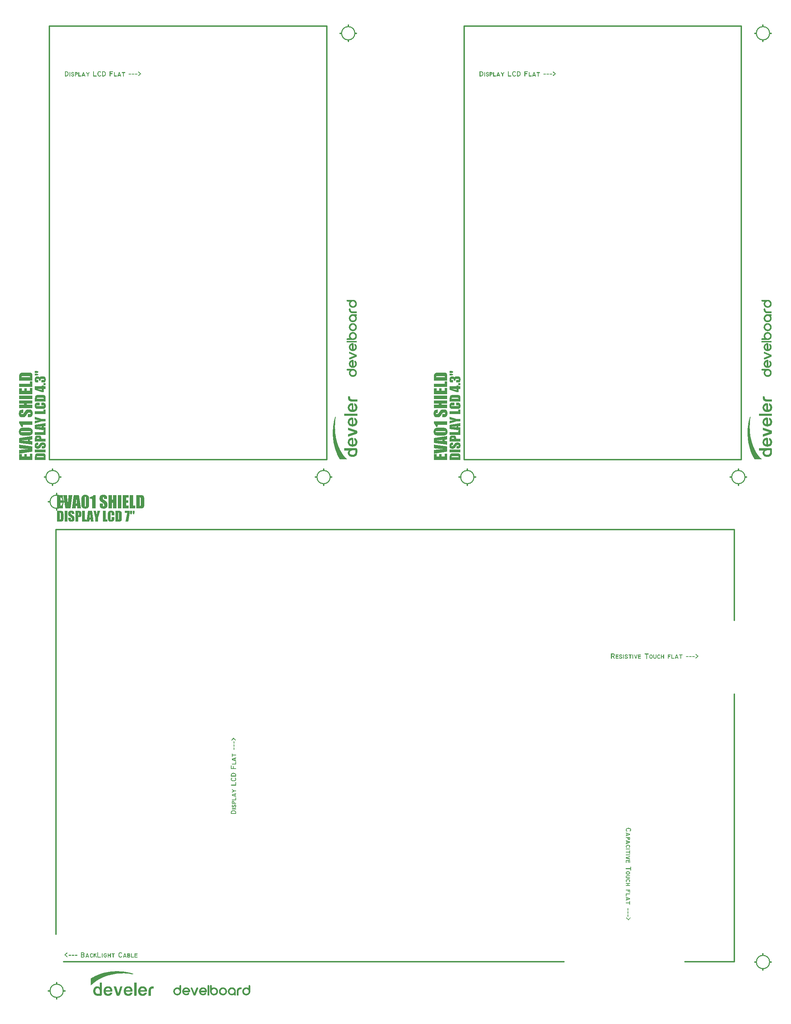
<source format=gto>
G04 Layer_Color=65535*
%FSLAX44Y44*%
%MOMM*%
G71*
G01*
G75*
%ADD13C,0.2500*%
%ADD14C,0.3500*%
%ADD59C,0.3000*%
G36*
X1499801Y848374D02*
X1499968Y848332D01*
X1500148Y848263D01*
X1500245Y848221D01*
X1500328Y848152D01*
X1500412Y848068D01*
X1500495Y847985D01*
X1500550Y847860D01*
X1500606Y847736D01*
X1500634Y847583D01*
X1500647Y847417D01*
Y847403D01*
Y847375D01*
Y847333D01*
X1500634Y847264D01*
X1500592Y847112D01*
X1500523Y846931D01*
X1500467Y846848D01*
X1500398Y846751D01*
X1500328Y846668D01*
X1500231Y846598D01*
X1500107Y846529D01*
X1499982Y846488D01*
X1499829Y846460D01*
X1499649Y846446D01*
X1497485D01*
Y838791D01*
Y838777D01*
Y838749D01*
Y838707D01*
X1497471Y838638D01*
X1497430Y838485D01*
X1497361Y838305D01*
X1497319Y838222D01*
X1497250Y838125D01*
X1497166Y838042D01*
X1497083Y837972D01*
X1496958Y837903D01*
X1496834Y837861D01*
X1496681Y837834D01*
X1496515Y837820D01*
X1496431D01*
X1496362Y837834D01*
X1496210Y837875D01*
X1496043Y837944D01*
X1495946Y837986D01*
X1495863Y838055D01*
X1495780Y838139D01*
X1495710Y838236D01*
X1495641Y838347D01*
X1495599Y838472D01*
X1495571Y838624D01*
X1495558Y838791D01*
Y846446D01*
X1493283D01*
X1493214Y846460D01*
X1493061Y846501D01*
X1492895Y846571D01*
X1492798Y846612D01*
X1492715Y846682D01*
X1492631Y846765D01*
X1492562Y846862D01*
X1492493Y846973D01*
X1492451Y847098D01*
X1492423Y847250D01*
X1492410Y847417D01*
Y847430D01*
Y847458D01*
Y847500D01*
X1492423Y847569D01*
X1492465Y847722D01*
X1492534Y847902D01*
X1492576Y847999D01*
X1492645Y848082D01*
X1492715Y848166D01*
X1492812Y848235D01*
X1492923Y848304D01*
X1493047Y848346D01*
X1493200Y848374D01*
X1493367Y848387D01*
X1499746D01*
X1499801Y848374D01*
D02*
G37*
G36*
X1540824Y850620D02*
X1540990Y850579D01*
X1541171Y850509D01*
X1541268Y850454D01*
X1541351Y850398D01*
X1541434Y850315D01*
X1541517Y850218D01*
X1541573Y850107D01*
X1541629Y849968D01*
X1541656Y849830D01*
X1541670Y849650D01*
Y849636D01*
Y849608D01*
Y849566D01*
X1541656Y849497D01*
X1541615Y849344D01*
X1541545Y849164D01*
X1541490Y849081D01*
X1541420Y848984D01*
X1541351Y848901D01*
X1541254Y848831D01*
X1541129Y848762D01*
X1541004Y848720D01*
X1540852Y848692D01*
X1540672Y848679D01*
X1537676D01*
Y838236D01*
Y838222D01*
Y838194D01*
Y838139D01*
X1537662Y838083D01*
X1537621Y837931D01*
X1537551Y837750D01*
X1537510Y837653D01*
X1537440Y837556D01*
X1537357Y837473D01*
X1537274Y837404D01*
X1537149Y837348D01*
X1537024Y837293D01*
X1536872Y837265D01*
X1536705Y837251D01*
X1536622D01*
X1536553Y837265D01*
X1536400Y837307D01*
X1536234Y837376D01*
X1536137Y837431D01*
X1536053Y837487D01*
X1535970Y837570D01*
X1535901Y837667D01*
X1535831Y837778D01*
X1535790Y837917D01*
X1535762Y838069D01*
X1535748Y838236D01*
Y848679D01*
X1532628D01*
X1532559Y848692D01*
X1532406Y848734D01*
X1532226Y848803D01*
X1532142Y848845D01*
X1532045Y848914D01*
X1531962Y848998D01*
X1531893Y849095D01*
X1531823Y849206D01*
X1531782Y849331D01*
X1531754Y849483D01*
X1531740Y849650D01*
Y849663D01*
Y849691D01*
Y849746D01*
X1531754Y849802D01*
X1531796Y849955D01*
X1531865Y850149D01*
X1531907Y850232D01*
X1531976Y850329D01*
X1532059Y850412D01*
X1532156Y850482D01*
X1532267Y850537D01*
X1532392Y850592D01*
X1532545Y850620D01*
X1532711Y850634D01*
X1540769D01*
X1540824Y850620D01*
D02*
G37*
G36*
X1492674Y426433D02*
X1492771D01*
X1492896Y426419D01*
X1493173Y426405D01*
X1493479Y426363D01*
X1493825Y426322D01*
X1494214Y426252D01*
X1494602Y426169D01*
X1495018Y426072D01*
X1495434Y425947D01*
X1495836Y425795D01*
X1496252Y425615D01*
X1496640Y425406D01*
X1497015Y425171D01*
X1497348Y424893D01*
X1497362Y424879D01*
X1497403Y424838D01*
X1497473Y424768D01*
X1497570Y424671D01*
X1497667Y424547D01*
X1497792Y424394D01*
X1497916Y424228D01*
X1498041Y424034D01*
X1498166Y423812D01*
X1498291Y423576D01*
X1498416Y423326D01*
X1498513Y423049D01*
X1498610Y422771D01*
X1498679Y422466D01*
X1498721Y422147D01*
X1498735Y421814D01*
Y421801D01*
Y421745D01*
Y421676D01*
Y421579D01*
X1498721Y421468D01*
X1498707Y421329D01*
X1498693Y421177D01*
X1498679Y421010D01*
X1498624Y420650D01*
X1498554Y420275D01*
X1498443Y419915D01*
X1498374Y419734D01*
X1498305Y419582D01*
Y419568D01*
X1498277Y419540D01*
X1498249Y419498D01*
X1498221Y419429D01*
X1498166Y419346D01*
X1498097Y419263D01*
X1497930Y419041D01*
X1497819Y418930D01*
X1497708Y418805D01*
X1497570Y418666D01*
X1497417Y418542D01*
X1497251Y418403D01*
X1497084Y418278D01*
X1496876Y418153D01*
X1496668Y418028D01*
X1496654D01*
X1496627Y418015D01*
X1496585Y417987D01*
X1496530Y417959D01*
X1496377Y417918D01*
X1496211Y417904D01*
X1496141D01*
X1496072Y417918D01*
X1495989Y417945D01*
X1495878Y417973D01*
X1495767Y418028D01*
X1495656Y418098D01*
X1495545Y418195D01*
X1495531Y418209D01*
X1495503Y418250D01*
X1495462Y418306D01*
X1495420Y418389D01*
X1495365Y418486D01*
X1495323Y418597D01*
X1495295Y418708D01*
X1495281Y418847D01*
Y418874D01*
X1495295Y418930D01*
X1495309Y419027D01*
X1495351Y419138D01*
X1495420Y419263D01*
X1495503Y419401D01*
X1495642Y419526D01*
X1495822Y419651D01*
X1495850Y419665D01*
X1495919Y419706D01*
X1496016Y419790D01*
X1496141Y419887D01*
X1496266Y420012D01*
X1496405Y420178D01*
X1496530Y420345D01*
X1496640Y420552D01*
X1496654Y420566D01*
X1496668Y420636D01*
X1496710Y420733D01*
X1496752Y420872D01*
X1496779Y421052D01*
X1496821Y421260D01*
X1496835Y421523D01*
X1496848Y421814D01*
Y421828D01*
Y421856D01*
Y421926D01*
X1496835Y421995D01*
X1496821Y422092D01*
X1496793Y422203D01*
X1496724Y422453D01*
X1496668Y422605D01*
X1496613Y422744D01*
X1496530Y422910D01*
X1496432Y423063D01*
X1496322Y423215D01*
X1496183Y423368D01*
X1496044Y423520D01*
X1495864Y423673D01*
X1495850Y423687D01*
X1495808Y423714D01*
X1495739Y423756D01*
X1495642Y423812D01*
X1495517Y423895D01*
X1495365Y423964D01*
X1495184Y424047D01*
X1494976Y424131D01*
X1494740Y424228D01*
X1494477Y424311D01*
X1494200Y424380D01*
X1493881Y424450D01*
X1493534Y424519D01*
X1493173Y424561D01*
X1492771Y424588D01*
X1492355Y424602D01*
X1492147D01*
X1492009Y424588D01*
X1491828Y424574D01*
X1491620Y424561D01*
X1491384Y424533D01*
X1491135Y424491D01*
X1490871Y424450D01*
X1490580Y424394D01*
X1490303Y424311D01*
X1490011Y424228D01*
X1489734Y424131D01*
X1489457Y424020D01*
X1489179Y423881D01*
X1488930Y423728D01*
X1488916Y423714D01*
X1488874Y423687D01*
X1488805Y423645D01*
X1488736Y423576D01*
X1488625Y423479D01*
X1488528Y423382D01*
X1488403Y423257D01*
X1488292Y423118D01*
X1488167Y422980D01*
X1488042Y422799D01*
X1487945Y422619D01*
X1487848Y422425D01*
X1487765Y422217D01*
X1487695Y421995D01*
X1487654Y421773D01*
X1487640Y421523D01*
Y421509D01*
Y421454D01*
X1487654Y421385D01*
X1487668Y421287D01*
X1487681Y421163D01*
X1487709Y421010D01*
X1487751Y420858D01*
X1487806Y420677D01*
X1487876Y420483D01*
X1487973Y420289D01*
X1488084Y420081D01*
X1488208Y419859D01*
X1488361Y419651D01*
X1488541Y419429D01*
X1488749Y419221D01*
X1488985Y419013D01*
X1488999Y418999D01*
X1489041Y418958D01*
X1489096Y418902D01*
X1489165Y418819D01*
X1489221Y418722D01*
X1489276Y418611D01*
X1489318Y418472D01*
X1489332Y418334D01*
Y418320D01*
Y418264D01*
X1489318Y418195D01*
X1489290Y418112D01*
X1489263Y418001D01*
X1489207Y417890D01*
X1489138Y417765D01*
X1489041Y417654D01*
X1489027Y417640D01*
X1488985Y417612D01*
X1488930Y417557D01*
X1488846Y417501D01*
X1488749Y417446D01*
X1488638Y417391D01*
X1488514Y417363D01*
X1488375Y417349D01*
X1488320D01*
X1488264Y417363D01*
X1488181Y417377D01*
X1488084Y417404D01*
X1487987Y417446D01*
X1487890Y417501D01*
X1487779Y417585D01*
X1487765Y417598D01*
X1487723Y417626D01*
X1487668Y417682D01*
X1487598Y417737D01*
X1487501Y417820D01*
X1487390Y417931D01*
X1487155Y418167D01*
X1486891Y418445D01*
X1486628Y418750D01*
X1486392Y419082D01*
X1486295Y419249D01*
X1486198Y419415D01*
Y419429D01*
X1486184Y419457D01*
X1486156Y419498D01*
X1486128Y419568D01*
X1486100Y419665D01*
X1486059Y419762D01*
X1486017Y419887D01*
X1485976Y420012D01*
X1485934Y420164D01*
X1485892Y420331D01*
X1485823Y420691D01*
X1485768Y421107D01*
X1485754Y421565D01*
Y421593D01*
Y421662D01*
X1485768Y421773D01*
X1485782Y421926D01*
X1485809Y422106D01*
X1485851Y422314D01*
X1485906Y422550D01*
X1485976Y422799D01*
X1486073Y423077D01*
X1486198Y423354D01*
X1486336Y423645D01*
X1486517Y423936D01*
X1486725Y424228D01*
X1486960Y424519D01*
X1487238Y424796D01*
X1487557Y425060D01*
X1487585Y425074D01*
X1487640Y425115D01*
X1487751Y425185D01*
X1487890Y425282D01*
X1488070Y425379D01*
X1488292Y425504D01*
X1488555Y425628D01*
X1488846Y425753D01*
X1489165Y425878D01*
X1489540Y426003D01*
X1489928Y426128D01*
X1490358Y426225D01*
X1490816Y426322D01*
X1491301Y426391D01*
X1491814Y426433D01*
X1492355Y426447D01*
X1492577D01*
X1492674Y426433D01*
D02*
G37*
G36*
X1623341Y848374D02*
X1623508Y848332D01*
X1623688Y848263D01*
X1623785Y848221D01*
X1623868Y848152D01*
X1623951Y848068D01*
X1624034Y847985D01*
X1624090Y847860D01*
X1624146Y847736D01*
X1624173Y847583D01*
X1624187Y847417D01*
Y847403D01*
Y847375D01*
Y847333D01*
X1624173Y847264D01*
X1624132Y847112D01*
X1624062Y846931D01*
X1624007Y846848D01*
X1623937Y846751D01*
X1623868Y846668D01*
X1623771Y846598D01*
X1623646Y846529D01*
X1623521Y846488D01*
X1623369Y846460D01*
X1623188Y846446D01*
X1621025D01*
Y838791D01*
Y838777D01*
Y838749D01*
Y838707D01*
X1621011Y838638D01*
X1620970Y838485D01*
X1620900Y838305D01*
X1620859Y838222D01*
X1620789Y838125D01*
X1620706Y838042D01*
X1620623Y837972D01*
X1620498Y837903D01*
X1620373Y837861D01*
X1620221Y837834D01*
X1620054Y837820D01*
X1619971D01*
X1619902Y837834D01*
X1619749Y837875D01*
X1619583Y837944D01*
X1619486Y837986D01*
X1619402Y838055D01*
X1619319Y838139D01*
X1619250Y838236D01*
X1619181Y838347D01*
X1619139Y838472D01*
X1619111Y838624D01*
X1619097Y838791D01*
Y846446D01*
X1616823D01*
X1616754Y846460D01*
X1616601Y846501D01*
X1616435Y846571D01*
X1616338Y846612D01*
X1616254Y846682D01*
X1616171Y846765D01*
X1616102Y846862D01*
X1616033Y846973D01*
X1615991Y847098D01*
X1615963Y847250D01*
X1615949Y847417D01*
Y847430D01*
Y847458D01*
Y847500D01*
X1615963Y847569D01*
X1616005Y847722D01*
X1616074Y847902D01*
X1616116Y847999D01*
X1616185Y848082D01*
X1616254Y848166D01*
X1616351Y848235D01*
X1616462Y848304D01*
X1616587Y848346D01*
X1616740Y848374D01*
X1616906Y848387D01*
X1623286D01*
X1623341Y848374D01*
D02*
G37*
G36*
X1547467Y848360D02*
X1547592Y848346D01*
X1547744Y848318D01*
X1547925Y848290D01*
X1548133Y848235D01*
X1548355Y848166D01*
X1548577Y848068D01*
X1548826Y847958D01*
X1549076Y847819D01*
X1549312Y847652D01*
X1549561Y847458D01*
X1549811Y847236D01*
X1550033Y846973D01*
X1550255Y846668D01*
X1550269Y846654D01*
X1550296Y846598D01*
X1550352Y846515D01*
X1550407Y846404D01*
X1550490Y846252D01*
X1550574Y846085D01*
X1550657Y845891D01*
X1550754Y845669D01*
X1550851Y845420D01*
X1550934Y845142D01*
X1551017Y844851D01*
X1551101Y844532D01*
X1551156Y844213D01*
X1551212Y843866D01*
X1551239Y843492D01*
X1551253Y843117D01*
Y843090D01*
Y843020D01*
Y842923D01*
X1551239Y842771D01*
X1551225Y842604D01*
X1551198Y842396D01*
X1551170Y842160D01*
X1551128Y841911D01*
X1551073Y841634D01*
X1551004Y841342D01*
X1550920Y841051D01*
X1550809Y840746D01*
X1550698Y840441D01*
X1550560Y840122D01*
X1550393Y839817D01*
X1550213Y839526D01*
X1550199Y839512D01*
X1550158Y839456D01*
X1550102Y839373D01*
X1550005Y839262D01*
X1549894Y839137D01*
X1549755Y838985D01*
X1549603Y838832D01*
X1549422Y838680D01*
X1549214Y838513D01*
X1548993Y838361D01*
X1548757Y838222D01*
X1548493Y838083D01*
X1548216Y837972D01*
X1547925Y837889D01*
X1547620Y837834D01*
X1547287Y837820D01*
X1547204D01*
X1547120Y837834D01*
X1546996Y837847D01*
X1546843Y837875D01*
X1546663Y837917D01*
X1546469Y837958D01*
X1546247Y838042D01*
X1546025Y838125D01*
X1545789Y838236D01*
X1545539Y838374D01*
X1545304Y838541D01*
X1545054Y838749D01*
X1544818Y838971D01*
X1544583Y839234D01*
X1544361Y839539D01*
X1544347Y839553D01*
X1544319Y839609D01*
X1544263Y839692D01*
X1544208Y839817D01*
X1544125Y839955D01*
X1544042Y840136D01*
X1543945Y840330D01*
X1543861Y840566D01*
X1543764Y840815D01*
X1543667Y841093D01*
X1543584Y841384D01*
X1543501Y841703D01*
X1543445Y842036D01*
X1543390Y842382D01*
X1543362Y842743D01*
X1543348Y843117D01*
Y843145D01*
Y843214D01*
X1543362Y843312D01*
Y843464D01*
X1543376Y843631D01*
X1543404Y843839D01*
X1543431Y844074D01*
X1543487Y844324D01*
X1543542Y844587D01*
X1543612Y844879D01*
X1543695Y845170D01*
X1543792Y845475D01*
X1543917Y845780D01*
X1544055Y846085D01*
X1544222Y846390D01*
X1544402Y846682D01*
X1544416Y846695D01*
X1544458Y846751D01*
X1544527Y846834D01*
X1544610Y846945D01*
X1544721Y847070D01*
X1544860Y847223D01*
X1545026Y847375D01*
X1545206Y847528D01*
X1545401Y847680D01*
X1545623Y847833D01*
X1545858Y847985D01*
X1546108Y848110D01*
X1546385Y848221D01*
X1546663Y848304D01*
X1546968Y848360D01*
X1547287Y848374D01*
X1547370D01*
X1547467Y848360D01*
D02*
G37*
G36*
X191840Y65077D02*
X191840Y65077D01*
X191840Y65077D01*
X191840Y65077D01*
X191840Y65077D01*
X191839Y65077D01*
X191840Y65077D01*
X191840Y65077D01*
D02*
G37*
G36*
X1486947Y415005D02*
X1487071Y414977D01*
X1495947Y411635D01*
X1495975Y411621D01*
X1496030Y411566D01*
X1496113Y411496D01*
X1496211Y411385D01*
X1496308Y411261D01*
X1496391Y411108D01*
X1496446Y410942D01*
X1496474Y410761D01*
Y410734D01*
X1496460Y410664D01*
X1496446Y410567D01*
X1496405Y410442D01*
X1496349Y410304D01*
X1496252Y410151D01*
X1496127Y409999D01*
X1495961Y409846D01*
X1487113Y406365D01*
X1487099D01*
X1487085Y406351D01*
X1487002Y406324D01*
X1486891Y406310D01*
X1486766Y406296D01*
X1486697D01*
X1486628Y406310D01*
X1486544Y406337D01*
X1486433Y406365D01*
X1486322Y406421D01*
X1486225Y406490D01*
X1486114Y406587D01*
X1486100Y406601D01*
X1486073Y406642D01*
X1486031Y406698D01*
X1485990Y406781D01*
X1485948Y406878D01*
X1485906Y406989D01*
X1485879Y407128D01*
X1485865Y407267D01*
Y407294D01*
X1485879Y407364D01*
X1485892Y407461D01*
X1485934Y407585D01*
X1486004Y407724D01*
X1486100Y407863D01*
X1486239Y407988D01*
X1486420Y408085D01*
X1487723Y408598D01*
Y412745D01*
X1486336Y413258D01*
X1486322Y413272D01*
X1486267Y413299D01*
X1486184Y413355D01*
X1486100Y413438D01*
X1486017Y413549D01*
X1485934Y413688D01*
X1485879Y413868D01*
X1485865Y414090D01*
Y414104D01*
Y414145D01*
X1485879Y414215D01*
X1485892Y414298D01*
X1485920Y414395D01*
X1485962Y414506D01*
X1486017Y414617D01*
X1486100Y414728D01*
X1486114Y414742D01*
X1486142Y414769D01*
X1486198Y414825D01*
X1486281Y414866D01*
X1486364Y414922D01*
X1486475Y414977D01*
X1486600Y415005D01*
X1486738Y415019D01*
X1486849D01*
X1486947Y415005D01*
D02*
G37*
G36*
X1495600Y375813D02*
X1495753Y375771D01*
X1495919Y375716D01*
X1496100Y375605D01*
X1496169Y375536D01*
X1496238Y375439D01*
X1496308Y375341D01*
X1496349Y375217D01*
X1496377Y375078D01*
X1496391Y374912D01*
Y374898D01*
Y374870D01*
Y374828D01*
X1496377Y374759D01*
X1496335Y374607D01*
X1496280Y374440D01*
X1496155Y374260D01*
X1496086Y374190D01*
X1495989Y374121D01*
X1495892Y374052D01*
X1495753Y374010D01*
X1495614Y373982D01*
X1495448Y373969D01*
X1486711D01*
X1486655Y373982D01*
X1486503Y374024D01*
X1486336Y374080D01*
X1486156Y374204D01*
X1486087Y374274D01*
X1486017Y374371D01*
X1485948Y374468D01*
X1485906Y374607D01*
X1485879Y374745D01*
X1485865Y374912D01*
Y374925D01*
Y374953D01*
Y374995D01*
X1485879Y375050D01*
X1485920Y375203D01*
X1485976Y375369D01*
X1486087Y375536D01*
X1486170Y375619D01*
X1486253Y375688D01*
X1486364Y375744D01*
X1486489Y375785D01*
X1486628Y375813D01*
X1486794Y375827D01*
X1495531D01*
X1495600Y375813D01*
D02*
G37*
G36*
X193522Y65908D02*
X193519Y65907D01*
X193517Y65905D01*
X193513Y65904D01*
X193512Y65904D01*
X193522Y65908D01*
X193523Y65909D01*
X193522Y65908D01*
D02*
G37*
G36*
X193523Y65909D02*
D01*
X193523D01*
X193523Y65909D01*
X193523Y65909D01*
X193523Y65909D01*
X193523Y65909D01*
D02*
G37*
G36*
X1496377Y400249D02*
Y400235D01*
Y400221D01*
Y400180D01*
Y400124D01*
X1496363Y399986D01*
X1496335Y399805D01*
X1496294Y399584D01*
X1496225Y399348D01*
X1496127Y399098D01*
X1496003Y398821D01*
X1495850Y398557D01*
X1495656Y398308D01*
X1495420Y398072D01*
X1495129Y397850D01*
X1494962Y397753D01*
X1494796Y397670D01*
X1494602Y397586D01*
X1494394Y397531D01*
X1494172Y397476D01*
X1493950Y397434D01*
X1493687Y397420D01*
X1493423Y397406D01*
X1493298D01*
X1493215Y397420D01*
X1493104D01*
X1492979Y397448D01*
X1492841Y397462D01*
X1492688Y397489D01*
X1492355Y397573D01*
X1492009Y397697D01*
X1491828Y397781D01*
X1491662Y397864D01*
X1491495Y397975D01*
X1491343Y398100D01*
X1491329Y398113D01*
X1491315Y398127D01*
X1491273Y398169D01*
X1491218Y398224D01*
X1491163Y398294D01*
X1491093Y398377D01*
X1491024Y398474D01*
X1490954Y398599D01*
X1490871Y398724D01*
X1490802Y398862D01*
X1490733Y399029D01*
X1490677Y399195D01*
X1490622Y399389D01*
X1490580Y399584D01*
X1490566Y399805D01*
X1490552Y400027D01*
Y402440D01*
X1486669D01*
X1486614Y402454D01*
X1486461Y402482D01*
X1486295Y402551D01*
X1486114Y402662D01*
X1486045Y402732D01*
X1485976Y402815D01*
X1485906Y402926D01*
X1485865Y403051D01*
X1485837Y403189D01*
X1485823Y403342D01*
Y403356D01*
Y403383D01*
Y403425D01*
X1485837Y403480D01*
X1485879Y403633D01*
X1485934Y403786D01*
X1486045Y403952D01*
X1486128Y404035D01*
X1486212Y404105D01*
X1486322Y404160D01*
X1486447Y404202D01*
X1486586Y404229D01*
X1486752Y404243D01*
X1496377D01*
Y400249D01*
D02*
G37*
G36*
X1486947Y395950D02*
X1487071Y395922D01*
X1495947Y392580D01*
X1495975Y392566D01*
X1496030Y392511D01*
X1496113Y392441D01*
X1496211Y392330D01*
X1496308Y392206D01*
X1496391Y392053D01*
X1496446Y391886D01*
X1496474Y391706D01*
Y391679D01*
X1496460Y391609D01*
X1496446Y391512D01*
X1496405Y391387D01*
X1496349Y391249D01*
X1496252Y391096D01*
X1496127Y390943D01*
X1495961Y390791D01*
X1487113Y387310D01*
X1487099D01*
X1487085Y387296D01*
X1487002Y387268D01*
X1486891Y387254D01*
X1486766Y387241D01*
X1486697D01*
X1486628Y387254D01*
X1486544Y387282D01*
X1486433Y387310D01*
X1486322Y387365D01*
X1486225Y387435D01*
X1486114Y387532D01*
X1486100Y387546D01*
X1486073Y387587D01*
X1486031Y387643D01*
X1485990Y387726D01*
X1485948Y387823D01*
X1485906Y387934D01*
X1485879Y388073D01*
X1485865Y388211D01*
Y388239D01*
X1485879Y388308D01*
X1485892Y388405D01*
X1485934Y388530D01*
X1486004Y388669D01*
X1486100Y388808D01*
X1486239Y388932D01*
X1486420Y389030D01*
X1487723Y389543D01*
Y393689D01*
X1486336Y394202D01*
X1486322Y394216D01*
X1486267Y394244D01*
X1486184Y394300D01*
X1486100Y394383D01*
X1486017Y394494D01*
X1485934Y394632D01*
X1485879Y394813D01*
X1485865Y395035D01*
Y395048D01*
Y395090D01*
X1485879Y395159D01*
X1485892Y395243D01*
X1485920Y395340D01*
X1485962Y395451D01*
X1486017Y395562D01*
X1486100Y395673D01*
X1486114Y395686D01*
X1486142Y395714D01*
X1486198Y395770D01*
X1486281Y395811D01*
X1486364Y395867D01*
X1486475Y395922D01*
X1486600Y395950D01*
X1486738Y395964D01*
X1486849D01*
X1486947Y395950D01*
D02*
G37*
G36*
X1491454Y385119D02*
X1491634D01*
X1491856Y385091D01*
X1492106Y385063D01*
X1492397Y385022D01*
X1492702Y384980D01*
X1493021Y384911D01*
X1493354Y384827D01*
X1493700Y384717D01*
X1494033Y384606D01*
X1494366Y384453D01*
X1494685Y384287D01*
X1494976Y384092D01*
X1495254Y383871D01*
X1495267Y383857D01*
X1495309Y383829D01*
X1495365Y383760D01*
X1495434Y383690D01*
X1495517Y383579D01*
X1495614Y383468D01*
X1495711Y383330D01*
X1495822Y383163D01*
X1495933Y382997D01*
X1496030Y382803D01*
X1496127Y382595D01*
X1496211Y382373D01*
X1496280Y382137D01*
X1496349Y381887D01*
X1496377Y381624D01*
X1496391Y381360D01*
Y381347D01*
Y381305D01*
Y381250D01*
Y381180D01*
X1496377Y381083D01*
X1496363Y380972D01*
X1496335Y380709D01*
X1496294Y380417D01*
X1496211Y380112D01*
X1496113Y379807D01*
X1495975Y379530D01*
Y379516D01*
X1495961Y379502D01*
X1495933Y379460D01*
X1495892Y379405D01*
X1495795Y379266D01*
X1495642Y379100D01*
X1495448Y378906D01*
X1495212Y378698D01*
X1494907Y378476D01*
X1494740Y378365D01*
X1494560Y378268D01*
X1494546D01*
X1494519Y378254D01*
X1494477Y378226D01*
X1494422Y378198D01*
X1494283Y378157D01*
X1494103Y378143D01*
X1494047D01*
X1493964Y378157D01*
X1493881Y378185D01*
X1493784Y378212D01*
X1493673Y378268D01*
X1493562Y378337D01*
X1493451Y378434D01*
X1493437Y378448D01*
X1493409Y378476D01*
X1493368Y378545D01*
X1493326Y378615D01*
X1493271Y378712D01*
X1493229Y378823D01*
X1493201Y378947D01*
X1493187Y379072D01*
Y379100D01*
X1493201Y379155D01*
X1493215Y379252D01*
X1493257Y379363D01*
X1493340Y379488D01*
X1493437Y379627D01*
X1493589Y379752D01*
X1493673Y379821D01*
X1493784Y379877D01*
X1493797D01*
X1493811Y379890D01*
X1493895Y379960D01*
X1494019Y380071D01*
X1494158Y380223D01*
X1494297Y380417D01*
X1494422Y380667D01*
X1494505Y380972D01*
X1494519Y381138D01*
X1494532Y381319D01*
Y381333D01*
Y381347D01*
Y381388D01*
X1494519Y381444D01*
X1494491Y381596D01*
X1494435Y381777D01*
X1494352Y381984D01*
X1494227Y382220D01*
X1494144Y382331D01*
X1494047Y382442D01*
X1493922Y382539D01*
X1493797Y382650D01*
X1493784Y382664D01*
X1493756Y382678D01*
X1493700Y382706D01*
X1493631Y382747D01*
X1493534Y382803D01*
X1493423Y382858D01*
X1493298Y382914D01*
X1493146Y382983D01*
X1492965Y383038D01*
X1492771Y383108D01*
X1492563Y383163D01*
X1492327Y383205D01*
X1492064Y383260D01*
X1491800Y383288D01*
X1491509Y383302D01*
X1491190Y383316D01*
X1491038D01*
X1490927Y383302D01*
X1490788D01*
X1490636Y383288D01*
X1490469Y383260D01*
X1490275Y383246D01*
X1489873Y383177D01*
X1489443Y383066D01*
X1489027Y382928D01*
X1488833Y382831D01*
X1488638Y382733D01*
X1488625Y382719D01*
X1488597Y382706D01*
X1488555Y382678D01*
X1488486Y382622D01*
X1488333Y382511D01*
X1488153Y382331D01*
X1487973Y382137D01*
X1487820Y381887D01*
X1487751Y381763D01*
X1487709Y381624D01*
X1487681Y381471D01*
X1487668Y381319D01*
Y381305D01*
Y381277D01*
Y381222D01*
X1487681Y381138D01*
X1487695Y381055D01*
X1487709Y380958D01*
X1487779Y380709D01*
X1487876Y380431D01*
X1487945Y380293D01*
X1488028Y380154D01*
X1488125Y380001D01*
X1488236Y379863D01*
X1488361Y379724D01*
X1488514Y379585D01*
X1488541Y379571D01*
X1488597Y379530D01*
X1488680Y379460D01*
X1488777Y379363D01*
X1488860Y379252D01*
X1488944Y379128D01*
X1488999Y378989D01*
X1489027Y378836D01*
Y378823D01*
Y378781D01*
X1489013Y378712D01*
X1488985Y378615D01*
X1488957Y378517D01*
X1488902Y378406D01*
X1488833Y378296D01*
X1488736Y378185D01*
X1488722Y378171D01*
X1488680Y378143D01*
X1488625Y378088D01*
X1488541Y378032D01*
X1488444Y377990D01*
X1488333Y377935D01*
X1488208Y377907D01*
X1488070Y377893D01*
X1488014D01*
X1487959Y377907D01*
X1487876Y377921D01*
X1487779Y377949D01*
X1487681Y377990D01*
X1487585Y378046D01*
X1487473Y378115D01*
X1487460Y378129D01*
X1487432Y378143D01*
X1487390Y378185D01*
X1487321Y378240D01*
X1487155Y378393D01*
X1486960Y378587D01*
X1486738Y378823D01*
X1486530Y379072D01*
X1486336Y379336D01*
X1486170Y379613D01*
Y379627D01*
X1486156Y379641D01*
X1486142Y379682D01*
X1486114Y379738D01*
X1486087Y379807D01*
X1486059Y379904D01*
X1485990Y380112D01*
X1485920Y380362D01*
X1485865Y380653D01*
X1485823Y381000D01*
X1485809Y381360D01*
Y381374D01*
Y381430D01*
X1485823Y381513D01*
X1485837Y381638D01*
X1485865Y381777D01*
X1485906Y381943D01*
X1485948Y382123D01*
X1486031Y382317D01*
X1486114Y382525D01*
X1486225Y382747D01*
X1486364Y382983D01*
X1486530Y383205D01*
X1486738Y383441D01*
X1486960Y383663D01*
X1487224Y383884D01*
X1487529Y384092D01*
X1487543Y384106D01*
X1487585Y384134D01*
X1487654Y384190D01*
X1487765Y384259D01*
X1487890Y384328D01*
X1488042Y384425D01*
X1488236Y384509D01*
X1488444Y384606D01*
X1488694Y384703D01*
X1488971Y384800D01*
X1489263Y384897D01*
X1489595Y384966D01*
X1489956Y385036D01*
X1490330Y385091D01*
X1490746Y385119D01*
X1491190Y385133D01*
X1491315D01*
X1491454Y385119D01*
D02*
G37*
G36*
X210927Y61892D02*
X210928Y61892D01*
X210927Y61892D01*
X210928Y61892D01*
X210928Y61892D01*
X210928Y61892D01*
X210927Y61892D01*
D02*
G37*
G36*
X1522060Y848374D02*
X1522213Y848332D01*
X1522379Y848277D01*
X1522559Y848166D01*
X1522629Y848082D01*
X1522698Y847999D01*
X1522767Y847888D01*
X1522809Y847763D01*
X1522837Y847625D01*
X1522851Y847458D01*
Y847444D01*
Y847417D01*
Y847375D01*
X1522837Y847320D01*
X1522795Y847167D01*
X1522740Y847001D01*
X1522615Y846834D01*
X1522546Y846751D01*
X1522448Y846682D01*
X1522351Y846626D01*
X1522213Y846584D01*
X1522074Y846557D01*
X1521908Y846543D01*
X1517622D01*
Y844643D01*
X1521727D01*
X1521783Y844629D01*
X1521935Y844587D01*
X1522102Y844532D01*
X1522268Y844421D01*
X1522351Y844338D01*
X1522421Y844255D01*
X1522476Y844144D01*
X1522518Y844019D01*
X1522546Y843880D01*
X1522559Y843714D01*
Y843700D01*
Y843672D01*
Y843631D01*
X1522546Y843575D01*
X1522518Y843422D01*
X1522448Y843256D01*
X1522337Y843076D01*
X1522268Y843007D01*
X1522171Y842937D01*
X1522074Y842868D01*
X1521949Y842826D01*
X1521810Y842798D01*
X1521644Y842785D01*
X1517622D01*
Y839858D01*
X1521991D01*
X1522060Y839845D01*
X1522213Y839803D01*
X1522379Y839747D01*
X1522559Y839637D01*
X1522629Y839553D01*
X1522698Y839470D01*
X1522767Y839359D01*
X1522809Y839234D01*
X1522837Y839096D01*
X1522851Y838929D01*
Y838915D01*
Y838888D01*
Y838846D01*
X1522837Y838791D01*
X1522795Y838638D01*
X1522740Y838472D01*
X1522615Y838291D01*
X1522546Y838222D01*
X1522448Y838153D01*
X1522351Y838083D01*
X1522213Y838042D01*
X1522074Y838014D01*
X1521908Y838000D01*
X1515819D01*
Y848387D01*
X1521991D01*
X1522060Y848374D01*
D02*
G37*
G36*
X1467557D02*
X1467710Y848332D01*
X1467876Y848277D01*
X1468057Y848166D01*
X1468126Y848082D01*
X1468195Y847999D01*
X1468265Y847888D01*
X1468306Y847763D01*
X1468334Y847625D01*
X1468348Y847458D01*
Y847444D01*
Y847417D01*
Y847375D01*
X1468334Y847320D01*
X1468292Y847167D01*
X1468237Y847001D01*
X1468112Y846834D01*
X1468043Y846751D01*
X1467946Y846682D01*
X1467849Y846626D01*
X1467710Y846584D01*
X1467571Y846557D01*
X1467405Y846543D01*
X1463120D01*
Y844643D01*
X1467224D01*
X1467280Y844629D01*
X1467433Y844587D01*
X1467599Y844532D01*
X1467765Y844421D01*
X1467849Y844338D01*
X1467918Y844255D01*
X1467973Y844144D01*
X1468015Y844019D01*
X1468043Y843880D01*
X1468057Y843714D01*
Y843700D01*
Y843672D01*
Y843631D01*
X1468043Y843575D01*
X1468015Y843422D01*
X1467946Y843256D01*
X1467835Y843076D01*
X1467765Y843007D01*
X1467668Y842937D01*
X1467571Y842868D01*
X1467446Y842826D01*
X1467308Y842798D01*
X1467141Y842785D01*
X1463120D01*
Y839858D01*
X1467488D01*
X1467557Y839845D01*
X1467710Y839803D01*
X1467876Y839747D01*
X1468057Y839637D01*
X1468126Y839553D01*
X1468195Y839470D01*
X1468265Y839359D01*
X1468306Y839234D01*
X1468334Y839096D01*
X1468348Y838929D01*
Y838915D01*
Y838888D01*
Y838846D01*
X1468334Y838791D01*
X1468292Y838638D01*
X1468237Y838472D01*
X1468112Y838291D01*
X1468043Y838222D01*
X1467946Y838153D01*
X1467849Y838083D01*
X1467710Y838042D01*
X1467571Y838014D01*
X1467405Y838000D01*
X1461317D01*
Y848387D01*
X1467488D01*
X1467557Y848374D01*
D02*
G37*
G36*
X1656487Y849552D02*
X1656556Y849538D01*
X1656722Y849483D01*
X1656819Y849441D01*
X1656903Y849372D01*
X1662367Y845087D01*
X1662381Y845073D01*
X1662436Y845031D01*
X1662492Y844962D01*
X1662575Y844879D01*
X1662644Y844782D01*
X1662713Y844685D01*
X1662769Y844560D01*
X1662797Y844449D01*
Y844435D01*
Y844380D01*
X1662783Y844296D01*
X1662755Y844199D01*
X1662713Y844088D01*
X1662644Y843963D01*
X1662561Y843825D01*
X1662422Y843700D01*
X1656917Y839165D01*
X1656903Y839151D01*
X1656875Y839137D01*
X1656819Y839109D01*
X1656750Y839068D01*
X1656584Y838998D01*
X1656487Y838985D01*
X1656376Y838971D01*
X1656320D01*
X1656251Y838985D01*
X1656168Y839012D01*
X1656071Y839040D01*
X1655973Y839096D01*
X1655862Y839165D01*
X1655765Y839262D01*
X1655752Y839276D01*
X1655724Y839317D01*
X1655682Y839373D01*
X1655641Y839456D01*
X1655599Y839553D01*
X1655557Y839678D01*
X1655530Y839803D01*
X1655516Y839928D01*
Y839942D01*
Y839997D01*
X1655530Y840080D01*
X1655557Y840177D01*
X1655599Y840302D01*
X1655668Y840413D01*
X1655752Y840538D01*
X1655862Y840663D01*
X1660411Y844338D01*
X1655876Y847860D01*
X1655862Y847874D01*
X1655821Y847916D01*
X1655752Y847985D01*
X1655696Y848068D01*
X1655627Y848179D01*
X1655557Y848304D01*
X1655516Y848443D01*
X1655502Y848596D01*
Y848609D01*
Y848651D01*
X1655516Y848720D01*
X1655530Y848817D01*
X1655557Y848914D01*
X1655613Y849025D01*
X1655668Y849150D01*
X1655752Y849261D01*
X1655765Y849275D01*
X1655793Y849303D01*
X1655849Y849358D01*
X1655932Y849414D01*
X1656015Y849469D01*
X1656126Y849525D01*
X1656251Y849552D01*
X1656376Y849566D01*
X1656431D01*
X1656487Y849552D01*
D02*
G37*
G36*
X1598212Y848374D02*
X1598364Y848332D01*
X1598530Y848277D01*
X1598683Y848152D01*
X1598766Y848082D01*
X1598836Y847985D01*
X1598891Y847888D01*
X1598933Y847749D01*
X1598961Y847611D01*
X1598974Y847444D01*
Y839858D01*
X1603343D01*
X1603412Y839845D01*
X1603565Y839803D01*
X1603731Y839747D01*
X1603911Y839637D01*
X1603981Y839553D01*
X1604050Y839470D01*
X1604120Y839359D01*
X1604161Y839234D01*
X1604189Y839096D01*
X1604203Y838929D01*
Y838915D01*
Y838888D01*
Y838846D01*
X1604189Y838791D01*
X1604147Y838638D01*
X1604092Y838472D01*
X1603967Y838291D01*
X1603898Y838222D01*
X1603801Y838153D01*
X1603703Y838083D01*
X1603565Y838042D01*
X1603426Y838014D01*
X1603260Y838000D01*
X1597171D01*
Y847444D01*
Y847458D01*
Y847486D01*
Y847528D01*
X1597185Y847597D01*
X1597213Y847749D01*
X1597282Y847916D01*
X1597393Y848096D01*
X1597463Y848166D01*
X1597546Y848235D01*
X1597657Y848304D01*
X1597782Y848346D01*
X1597920Y848374D01*
X1598073Y848387D01*
X1598156D01*
X1598212Y848374D01*
D02*
G37*
G36*
X185243Y61410D02*
D01*
X185242Y61410D01*
X185243Y61410D01*
X185243D01*
X185243Y61410D01*
X185243Y61410D01*
D02*
G37*
G36*
X1609805Y848471D02*
X1609903Y848457D01*
X1610027Y848415D01*
X1610166Y848360D01*
X1610319Y848263D01*
X1610471Y848138D01*
X1610624Y847971D01*
X1614105Y839123D01*
Y839109D01*
X1614119Y839096D01*
X1614146Y839012D01*
X1614160Y838901D01*
X1614174Y838777D01*
Y838763D01*
Y838707D01*
X1614160Y838638D01*
X1614133Y838555D01*
X1614105Y838444D01*
X1614049Y838333D01*
X1613980Y838236D01*
X1613883Y838125D01*
X1613869Y838111D01*
X1613827Y838083D01*
X1613772Y838042D01*
X1613689Y838000D01*
X1613592Y837958D01*
X1613481Y837917D01*
X1613342Y837889D01*
X1613203Y837875D01*
X1613176D01*
X1613106Y837889D01*
X1613009Y837903D01*
X1612884Y837944D01*
X1612746Y838014D01*
X1612607Y838111D01*
X1612482Y838250D01*
X1612385Y838430D01*
X1611872Y839734D01*
X1607725D01*
X1607212Y838347D01*
X1607198Y838333D01*
X1607171Y838277D01*
X1607115Y838194D01*
X1607032Y838111D01*
X1606921Y838028D01*
X1606782Y837944D01*
X1606602Y837889D01*
X1606380Y837875D01*
X1606325D01*
X1606255Y837889D01*
X1606172Y837903D01*
X1606075Y837931D01*
X1605964Y837972D01*
X1605853Y838028D01*
X1605742Y838111D01*
X1605728Y838125D01*
X1605701Y838153D01*
X1605645Y838208D01*
X1605603Y838291D01*
X1605548Y838374D01*
X1605493Y838485D01*
X1605465Y838610D01*
X1605451Y838749D01*
Y838763D01*
Y838777D01*
Y838860D01*
X1605465Y838957D01*
X1605493Y839082D01*
X1608835Y847958D01*
X1608849Y847985D01*
X1608904Y848041D01*
X1608973Y848124D01*
X1609084Y848221D01*
X1609209Y848318D01*
X1609362Y848401D01*
X1609528Y848457D01*
X1609709Y848484D01*
X1609736D01*
X1609805Y848471D01*
D02*
G37*
G36*
X1480483Y848387D02*
X1480635Y848346D01*
X1480802Y848290D01*
X1480982Y848166D01*
X1481051Y848096D01*
X1481121Y847999D01*
X1481190Y847902D01*
X1481232Y847763D01*
X1481259Y847625D01*
X1481273Y847458D01*
Y838804D01*
Y838791D01*
Y838763D01*
Y838721D01*
X1481259Y838666D01*
X1481218Y838513D01*
X1481162Y838347D01*
X1481037Y838166D01*
X1480968Y838097D01*
X1480871Y838028D01*
X1480774Y837958D01*
X1480635Y837917D01*
X1480497Y837889D01*
X1480330Y837875D01*
X1480247D01*
X1480191Y837889D01*
X1480039Y837931D01*
X1479872Y837986D01*
X1479706Y838097D01*
X1479623Y838180D01*
X1479554Y838263D01*
X1479498Y838374D01*
X1479456Y838499D01*
X1479429Y838638D01*
X1479415Y838804D01*
Y847458D01*
Y847472D01*
Y847500D01*
Y847542D01*
X1479429Y847611D01*
X1479470Y847763D01*
X1479526Y847930D01*
X1479637Y848110D01*
X1479706Y848179D01*
X1479803Y848249D01*
X1479900Y848318D01*
X1480025Y848360D01*
X1480164Y848387D01*
X1480330Y848401D01*
X1480413D01*
X1480483Y848387D01*
D02*
G37*
G36*
X1594467D02*
X1594620Y848346D01*
X1594786Y848290D01*
X1594966Y848179D01*
X1595036Y848096D01*
X1595105Y848013D01*
X1595174Y847902D01*
X1595216Y847777D01*
X1595244Y847638D01*
X1595258Y847472D01*
Y847458D01*
Y847430D01*
Y847389D01*
X1595244Y847333D01*
X1595202Y847181D01*
X1595147Y847014D01*
X1595022Y846834D01*
X1594953Y846765D01*
X1594855Y846695D01*
X1594758Y846626D01*
X1594620Y846584D01*
X1594481Y846557D01*
X1594315Y846543D01*
X1590029D01*
Y844657D01*
X1593330D01*
X1593399Y844643D01*
X1593538Y844601D01*
X1593718Y844546D01*
X1593885Y844435D01*
X1593954Y844352D01*
X1594037Y844268D01*
X1594093Y844158D01*
X1594134Y844033D01*
X1594162Y843894D01*
X1594176Y843728D01*
Y843714D01*
Y843686D01*
Y843644D01*
X1594162Y843589D01*
X1594120Y843436D01*
X1594065Y843270D01*
X1593954Y843090D01*
X1593871Y843020D01*
X1593788Y842951D01*
X1593677Y842882D01*
X1593552Y842840D01*
X1593413Y842812D01*
X1593247Y842798D01*
X1590029D01*
Y838791D01*
Y838777D01*
Y838749D01*
Y838707D01*
X1590015Y838652D01*
X1589988Y838499D01*
X1589918Y838333D01*
X1589807Y838153D01*
X1589738Y838083D01*
X1589655Y838014D01*
X1589544Y837944D01*
X1589419Y837903D01*
X1589280Y837875D01*
X1589128Y837861D01*
X1589044D01*
X1588989Y837875D01*
X1588837Y837917D01*
X1588684Y837972D01*
X1588517Y838083D01*
X1588434Y838166D01*
X1588365Y838250D01*
X1588309Y838361D01*
X1588268Y838485D01*
X1588240Y838624D01*
X1588226Y838791D01*
Y848401D01*
X1594398D01*
X1594467Y848387D01*
D02*
G37*
G36*
X1455644Y850592D02*
X1455783Y850579D01*
X1455936Y850551D01*
X1456102Y850523D01*
X1456282Y850482D01*
X1456476Y850426D01*
X1456685Y850371D01*
X1456906Y850287D01*
X1457115Y850190D01*
X1457336Y850079D01*
X1457558Y849941D01*
X1457766Y849802D01*
X1457974Y849622D01*
X1457988Y849608D01*
X1458030Y849566D01*
X1458085Y849511D01*
X1458155Y849428D01*
X1458238Y849317D01*
X1458335Y849192D01*
X1458432Y849039D01*
X1458543Y848873D01*
X1458654Y848679D01*
X1458751Y848471D01*
X1458848Y848249D01*
X1458931Y847999D01*
X1459001Y847736D01*
X1459070Y847458D01*
X1459098Y847167D01*
X1459111Y846848D01*
Y846820D01*
Y846765D01*
X1459098Y846668D01*
X1459084Y846529D01*
X1459056Y846363D01*
X1459028Y846169D01*
X1458973Y845960D01*
X1458917Y845739D01*
X1458820Y845503D01*
X1458723Y845253D01*
X1458584Y845004D01*
X1458432Y844754D01*
X1458252Y844518D01*
X1458030Y844282D01*
X1457780Y844061D01*
X1457503Y843852D01*
X1457475Y843825D01*
X1457406Y843755D01*
X1457281Y843658D01*
X1457115Y843547D01*
X1456893Y843436D01*
X1456643Y843339D01*
X1456366Y843270D01*
X1456213Y843256D01*
X1456047Y843242D01*
X1456060D01*
X1458917Y839373D01*
X1458931Y839359D01*
X1458945Y839317D01*
X1458973Y839262D01*
X1459014Y839193D01*
X1459084Y839012D01*
X1459098Y838915D01*
X1459111Y838804D01*
Y838791D01*
Y838735D01*
X1459098Y838666D01*
X1459070Y838583D01*
X1459042Y838472D01*
X1458987Y838361D01*
X1458917Y838250D01*
X1458820Y838139D01*
X1458806Y838125D01*
X1458765Y838097D01*
X1458709Y838055D01*
X1458626Y838000D01*
X1458529Y837944D01*
X1458418Y837903D01*
X1458293Y837875D01*
X1458155Y837861D01*
X1458141D01*
X1458085Y837875D01*
X1458002Y837889D01*
X1457905Y837917D01*
X1457780Y837958D01*
X1457669Y838042D01*
X1457544Y838139D01*
X1457433Y838277D01*
X1453939Y843242D01*
X1451858D01*
Y838804D01*
Y838791D01*
Y838763D01*
Y838721D01*
X1451844Y838652D01*
X1451803Y838513D01*
X1451747Y838333D01*
X1451623Y838166D01*
X1451553Y838083D01*
X1451456Y838014D01*
X1451359Y837944D01*
X1451220Y837903D01*
X1451082Y837875D01*
X1450915Y837861D01*
X1450832D01*
X1450777Y837875D01*
X1450624Y837917D01*
X1450458Y837986D01*
X1450374Y838028D01*
X1450291Y838097D01*
X1450208Y838166D01*
X1450139Y838263D01*
X1450083Y838374D01*
X1450042Y838499D01*
X1450014Y838652D01*
X1450000Y838818D01*
Y850606D01*
X1455547D01*
X1455644Y850592D01*
D02*
G37*
G36*
X188775Y63458D02*
X188774Y63458D01*
Y63458D01*
X188775Y63458D01*
X188775Y63458D01*
X188775Y63458D01*
D02*
G37*
G36*
X1503449Y848387D02*
X1503601Y848346D01*
X1503768Y848290D01*
X1503948Y848166D01*
X1504017Y848096D01*
X1504087Y847999D01*
X1504156Y847902D01*
X1504198Y847763D01*
X1504225Y847625D01*
X1504239Y847458D01*
Y838804D01*
Y838791D01*
Y838763D01*
Y838721D01*
X1504225Y838666D01*
X1504184Y838513D01*
X1504128Y838347D01*
X1504003Y838166D01*
X1503934Y838097D01*
X1503837Y838028D01*
X1503740Y837958D01*
X1503601Y837917D01*
X1503463Y837889D01*
X1503296Y837875D01*
X1503213D01*
X1503158Y837889D01*
X1503005Y837931D01*
X1502839Y837986D01*
X1502672Y838097D01*
X1502589Y838180D01*
X1502520Y838263D01*
X1502464Y838374D01*
X1502422Y838499D01*
X1502395Y838638D01*
X1502381Y838804D01*
Y847458D01*
Y847472D01*
Y847500D01*
Y847542D01*
X1502395Y847611D01*
X1502436Y847763D01*
X1502492Y847930D01*
X1502603Y848110D01*
X1502672Y848179D01*
X1502769Y848249D01*
X1502866Y848318D01*
X1502991Y848360D01*
X1503130Y848387D01*
X1503296Y848401D01*
X1503379D01*
X1503449Y848387D01*
D02*
G37*
G36*
X218169Y64809D02*
X218169Y64809D01*
X218168Y64809D01*
X218169Y64809D01*
X218168Y64809D01*
X218169Y64809D01*
X218169Y64809D01*
D02*
G37*
G36*
X197094Y67549D02*
D01*
X197094Y67549D01*
X197094Y67549D01*
D02*
G37*
G36*
X197096Y67550D02*
X197096Y67550D01*
X197096Y67550D01*
X197096Y67550D01*
X197095Y67549D01*
X197096Y67550D01*
X197096Y67550D01*
X197096Y67550D01*
X197096Y67550D01*
X197096Y67550D01*
X197096Y67550D01*
X197095Y67550D01*
X197097Y67550D01*
X197096Y67550D01*
D02*
G37*
G36*
X1486947Y258528D02*
X1487071Y258500D01*
X1495947Y255158D01*
X1495975Y255144D01*
X1496030Y255089D01*
X1496113Y255019D01*
X1496211Y254908D01*
X1496308Y254783D01*
X1496391Y254631D01*
X1496446Y254464D01*
X1496474Y254284D01*
Y254256D01*
X1496460Y254187D01*
X1496446Y254090D01*
X1496405Y253965D01*
X1496349Y253827D01*
X1496252Y253674D01*
X1496127Y253521D01*
X1495961Y253369D01*
X1487113Y249888D01*
X1487099D01*
X1487085Y249874D01*
X1487002Y249846D01*
X1486891Y249832D01*
X1486766Y249819D01*
X1486697D01*
X1486628Y249832D01*
X1486544Y249860D01*
X1486433Y249888D01*
X1486322Y249943D01*
X1486225Y250013D01*
X1486114Y250110D01*
X1486100Y250124D01*
X1486073Y250165D01*
X1486031Y250221D01*
X1485990Y250304D01*
X1485948Y250401D01*
X1485906Y250512D01*
X1485879Y250651D01*
X1485865Y250789D01*
Y250817D01*
X1485879Y250886D01*
X1485892Y250984D01*
X1485934Y251108D01*
X1486004Y251247D01*
X1486100Y251386D01*
X1486239Y251511D01*
X1486420Y251608D01*
X1487723Y252121D01*
Y256267D01*
X1486336Y256781D01*
X1486322Y256794D01*
X1486267Y256822D01*
X1486184Y256878D01*
X1486100Y256961D01*
X1486017Y257072D01*
X1485934Y257211D01*
X1485879Y257391D01*
X1485865Y257613D01*
Y257626D01*
Y257668D01*
X1485879Y257738D01*
X1485892Y257821D01*
X1485920Y257918D01*
X1485962Y258029D01*
X1486017Y258140D01*
X1486100Y258251D01*
X1486114Y258265D01*
X1486142Y258292D01*
X1486198Y258348D01*
X1486281Y258389D01*
X1486364Y258445D01*
X1486475Y258500D01*
X1486600Y258528D01*
X1486738Y258542D01*
X1486849D01*
X1486947Y258528D01*
D02*
G37*
G36*
X196165Y67137D02*
X196165Y67138D01*
X196165Y67138D01*
X196165Y67137D01*
D02*
G37*
G36*
X1495587Y266807D02*
X1495739Y266780D01*
X1495905Y266710D01*
X1496086Y266599D01*
X1496155Y266530D01*
X1496225Y266447D01*
X1496294Y266336D01*
X1496335Y266211D01*
X1496363Y266072D01*
X1496377Y265920D01*
Y265906D01*
Y265878D01*
Y265837D01*
X1496363Y265781D01*
X1496322Y265629D01*
X1496266Y265462D01*
X1496141Y265310D01*
X1496072Y265226D01*
X1495975Y265157D01*
X1495878Y265102D01*
X1495739Y265060D01*
X1495600Y265032D01*
X1495434Y265018D01*
X1487848D01*
Y260733D01*
Y260719D01*
Y260692D01*
Y260650D01*
X1487834Y260581D01*
X1487793Y260428D01*
X1487737Y260261D01*
X1487626Y260081D01*
X1487543Y260012D01*
X1487460Y259943D01*
X1487349Y259873D01*
X1487224Y259832D01*
X1487085Y259804D01*
X1486919Y259790D01*
X1486836D01*
X1486780Y259804D01*
X1486628Y259846D01*
X1486461Y259901D01*
X1486281Y260026D01*
X1486212Y260095D01*
X1486142Y260192D01*
X1486073Y260289D01*
X1486031Y260428D01*
X1486004Y260567D01*
X1485990Y260733D01*
Y266821D01*
X1495517D01*
X1495587Y266807D01*
D02*
G37*
G36*
X196166Y67138D02*
X196166Y67138D01*
X196166D01*
X196166Y67138D01*
D02*
G37*
G36*
X1495559Y248030D02*
X1495711Y247988D01*
X1495892Y247919D01*
X1495989Y247877D01*
X1496072Y247808D01*
X1496155Y247738D01*
X1496225Y247641D01*
X1496294Y247530D01*
X1496335Y247405D01*
X1496363Y247253D01*
X1496377Y247087D01*
Y240804D01*
Y240790D01*
Y240763D01*
Y240707D01*
X1496363Y240652D01*
X1496322Y240485D01*
X1496252Y240305D01*
X1496211Y240208D01*
X1496141Y240125D01*
X1496058Y240041D01*
X1495975Y239958D01*
X1495850Y239903D01*
X1495725Y239847D01*
X1495573Y239820D01*
X1495406Y239806D01*
X1495323D01*
X1495254Y239820D01*
X1495101Y239861D01*
X1494921Y239930D01*
X1494838Y239986D01*
X1494740Y240055D01*
X1494657Y240125D01*
X1494588Y240222D01*
X1494519Y240347D01*
X1494477Y240471D01*
X1494449Y240624D01*
X1494435Y240804D01*
Y242968D01*
X1486697D01*
X1486628Y242981D01*
X1486475Y243023D01*
X1486295Y243092D01*
X1486212Y243134D01*
X1486114Y243203D01*
X1486031Y243287D01*
X1485962Y243370D01*
X1485892Y243495D01*
X1485851Y243619D01*
X1485823Y243772D01*
X1485809Y243938D01*
Y243952D01*
Y243980D01*
Y244022D01*
X1485823Y244091D01*
X1485865Y244244D01*
X1485934Y244410D01*
X1485976Y244507D01*
X1486045Y244590D01*
X1486128Y244674D01*
X1486225Y244743D01*
X1486336Y244812D01*
X1486461Y244854D01*
X1486614Y244881D01*
X1486780Y244895D01*
X1494435D01*
Y247087D01*
Y247100D01*
Y247128D01*
Y247170D01*
X1494449Y247239D01*
X1494491Y247392D01*
X1494560Y247558D01*
X1494602Y247655D01*
X1494671Y247738D01*
X1494754Y247822D01*
X1494852Y247891D01*
X1494962Y247960D01*
X1495087Y248002D01*
X1495240Y248030D01*
X1495406Y248043D01*
X1495489D01*
X1495559Y248030D01*
D02*
G37*
G36*
X200065Y68793D02*
X200064Y68793D01*
X200064Y68793D01*
X200064Y68793D01*
X200065Y68793D01*
X200065D01*
D02*
G37*
G36*
X1491468Y216077D02*
X1491606Y216049D01*
X1491787Y215980D01*
X1491953Y215869D01*
X1492022Y215799D01*
X1492106Y215716D01*
X1492161Y215605D01*
X1492203Y215480D01*
X1492230Y215342D01*
X1492244Y215189D01*
Y210918D01*
Y210904D01*
Y210876D01*
Y210835D01*
X1492230Y210765D01*
X1492189Y210613D01*
X1492133Y210446D01*
X1492022Y210266D01*
X1491939Y210197D01*
X1491856Y210127D01*
X1491745Y210058D01*
X1491620Y210016D01*
X1491481Y209989D01*
X1491315Y209975D01*
X1491232D01*
X1491176Y209989D01*
X1491024Y210030D01*
X1490857Y210086D01*
X1490691Y210210D01*
X1490608Y210280D01*
X1490538Y210377D01*
X1490483Y210474D01*
X1490441Y210613D01*
X1490414Y210751D01*
X1490400Y210918D01*
Y215189D01*
Y215203D01*
Y215231D01*
Y215272D01*
X1490414Y215328D01*
X1490455Y215480D01*
X1490511Y215633D01*
X1490622Y215799D01*
X1490691Y215883D01*
X1490788Y215952D01*
X1490885Y216007D01*
X1491010Y216049D01*
X1491149Y216077D01*
X1491315Y216091D01*
X1491398D01*
X1491468Y216077D01*
D02*
G37*
G36*
X1496710Y208477D02*
X1496807Y208463D01*
X1496904Y208435D01*
X1497015Y208380D01*
X1497140Y208324D01*
X1497251Y208241D01*
X1497265Y208227D01*
X1497292Y208200D01*
X1497348Y208144D01*
X1497403Y208061D01*
X1497459Y207978D01*
X1497514Y207867D01*
X1497542Y207742D01*
X1497556Y207617D01*
Y207603D01*
Y207562D01*
X1497542Y207506D01*
X1497528Y207437D01*
X1497473Y207270D01*
X1497431Y207173D01*
X1497362Y207090D01*
X1493076Y201626D01*
X1493062Y201612D01*
X1493021Y201557D01*
X1492952Y201501D01*
X1492868Y201418D01*
X1492771Y201349D01*
X1492674Y201279D01*
X1492549Y201224D01*
X1492438Y201196D01*
X1492369D01*
X1492286Y201210D01*
X1492189Y201238D01*
X1492078Y201279D01*
X1491953Y201349D01*
X1491814Y201432D01*
X1491689Y201570D01*
X1487155Y207076D01*
X1487141Y207090D01*
X1487127Y207118D01*
X1487099Y207173D01*
X1487057Y207243D01*
X1486988Y207409D01*
X1486974Y207506D01*
X1486960Y207617D01*
Y207631D01*
Y207673D01*
X1486974Y207742D01*
X1487002Y207825D01*
X1487030Y207922D01*
X1487085Y208019D01*
X1487155Y208130D01*
X1487252Y208227D01*
X1487265Y208241D01*
X1487307Y208269D01*
X1487363Y208311D01*
X1487446Y208352D01*
X1487543Y208394D01*
X1487668Y208435D01*
X1487793Y208463D01*
X1487917Y208477D01*
X1487987D01*
X1488070Y208463D01*
X1488167Y208435D01*
X1488292Y208394D01*
X1488403Y208324D01*
X1488528Y208241D01*
X1488652Y208130D01*
X1492327Y203581D01*
X1495850Y208116D01*
X1495864Y208130D01*
X1495905Y208172D01*
X1495975Y208241D01*
X1496058Y208297D01*
X1496169Y208366D01*
X1496294Y208435D01*
X1496432Y208477D01*
X1496585Y208491D01*
X1496640D01*
X1496710Y208477D01*
D02*
G37*
G36*
X199048Y68379D02*
X199049Y68379D01*
X199049Y68379D01*
X199048Y68379D01*
D02*
G37*
G36*
X1491468Y231304D02*
X1491606Y231277D01*
X1491787Y231207D01*
X1491953Y231096D01*
X1492022Y231027D01*
X1492106Y230944D01*
X1492161Y230833D01*
X1492203Y230708D01*
X1492230Y230569D01*
X1492244Y230417D01*
Y226145D01*
Y226131D01*
Y226104D01*
Y226062D01*
X1492230Y225993D01*
X1492189Y225840D01*
X1492133Y225674D01*
X1492022Y225494D01*
X1491939Y225424D01*
X1491856Y225355D01*
X1491745Y225285D01*
X1491620Y225244D01*
X1491481Y225216D01*
X1491315Y225202D01*
X1491232D01*
X1491176Y225216D01*
X1491024Y225258D01*
X1490857Y225313D01*
X1490691Y225438D01*
X1490608Y225507D01*
X1490538Y225604D01*
X1490483Y225702D01*
X1490441Y225840D01*
X1490414Y225979D01*
X1490400Y226145D01*
Y230417D01*
Y230431D01*
Y230458D01*
Y230500D01*
X1490414Y230555D01*
X1490455Y230708D01*
X1490511Y230861D01*
X1490622Y231027D01*
X1490691Y231110D01*
X1490788Y231180D01*
X1490885Y231235D01*
X1491010Y231277D01*
X1491149Y231304D01*
X1491315Y231318D01*
X1491398D01*
X1491468Y231304D01*
D02*
G37*
G36*
Y223691D02*
X1491606Y223663D01*
X1491787Y223594D01*
X1491953Y223482D01*
X1492022Y223413D01*
X1492106Y223330D01*
X1492161Y223219D01*
X1492203Y223094D01*
X1492230Y222955D01*
X1492244Y222803D01*
Y218531D01*
Y218518D01*
Y218490D01*
Y218448D01*
X1492230Y218379D01*
X1492189Y218226D01*
X1492133Y218060D01*
X1492022Y217880D01*
X1491939Y217810D01*
X1491856Y217741D01*
X1491745Y217672D01*
X1491620Y217630D01*
X1491481Y217602D01*
X1491315Y217589D01*
X1491232D01*
X1491176Y217602D01*
X1491024Y217644D01*
X1490857Y217699D01*
X1490691Y217824D01*
X1490608Y217894D01*
X1490538Y217991D01*
X1490483Y218088D01*
X1490441Y218226D01*
X1490414Y218365D01*
X1490400Y218531D01*
Y222803D01*
Y222817D01*
Y222845D01*
Y222886D01*
X1490414Y222942D01*
X1490455Y223094D01*
X1490511Y223247D01*
X1490622Y223413D01*
X1490691Y223496D01*
X1490788Y223566D01*
X1490885Y223621D01*
X1491010Y223663D01*
X1491149Y223691D01*
X1491315Y223704D01*
X1491398D01*
X1491468Y223691D01*
D02*
G37*
G36*
X1495628Y357299D02*
X1495711Y357271D01*
X1495808Y357243D01*
X1495919Y357202D01*
X1496030Y357132D01*
X1496127Y357035D01*
X1496141Y357021D01*
X1496169Y356980D01*
X1496211Y356924D01*
X1496266Y356855D01*
X1496308Y356758D01*
X1496349Y356647D01*
X1496377Y356522D01*
X1496391Y356397D01*
Y356383D01*
Y356370D01*
X1496377Y356286D01*
X1496363Y356189D01*
X1496322Y356051D01*
X1496266Y355912D01*
X1496169Y355787D01*
X1496044Y355676D01*
X1495864Y355607D01*
X1488805Y353540D01*
X1495711Y351779D01*
X1495725D01*
X1495739Y351765D01*
X1495822Y351738D01*
X1495933Y351682D01*
X1496058Y351613D01*
X1496183Y351502D01*
X1496280Y351349D01*
X1496363Y351169D01*
X1496377Y351058D01*
X1496391Y350947D01*
Y350933D01*
Y350891D01*
X1496377Y350822D01*
X1496363Y350725D01*
X1496322Y350628D01*
X1496280Y350517D01*
X1496211Y350392D01*
X1496113Y350281D01*
X1496100Y350267D01*
X1496058Y350240D01*
X1496003Y350184D01*
X1495933Y350129D01*
X1495836Y350073D01*
X1495711Y350018D01*
X1495587Y349990D01*
X1495448Y349976D01*
X1495365D01*
X1495295Y349990D01*
X1495198Y350018D01*
X1486350Y352514D01*
X1486322Y352528D01*
X1486267Y352556D01*
X1486184Y352611D01*
X1486087Y352694D01*
X1485976Y352833D01*
X1485892Y352999D01*
X1485865Y353111D01*
X1485837Y353235D01*
X1485809Y353360D01*
Y353513D01*
Y353526D01*
Y353554D01*
Y353582D01*
X1485823Y353638D01*
X1485837Y353776D01*
X1485865Y353943D01*
X1485934Y354109D01*
X1486017Y354262D01*
X1486128Y354386D01*
X1486212Y354442D01*
X1486295Y354470D01*
X1495157Y357271D01*
X1495184D01*
X1495254Y357285D01*
X1495365Y357299D01*
X1495489Y357313D01*
X1495559D01*
X1495628Y357299D01*
D02*
G37*
G36*
X1496377Y342085D02*
Y342071D01*
Y342043D01*
Y342002D01*
X1496363Y341932D01*
X1496322Y341780D01*
X1496266Y341614D01*
X1496155Y341433D01*
X1496072Y341364D01*
X1495989Y341295D01*
X1495878Y341225D01*
X1495753Y341184D01*
X1495614Y341156D01*
X1495448Y341142D01*
X1495365D01*
X1495309Y341156D01*
X1495157Y341198D01*
X1494990Y341253D01*
X1494824Y341378D01*
X1494740Y341447D01*
X1494671Y341544D01*
X1494616Y341641D01*
X1494574Y341780D01*
X1494546Y341919D01*
X1494532Y342085D01*
Y346370D01*
X1492632D01*
Y342349D01*
Y342335D01*
Y342307D01*
Y342265D01*
X1492619Y342210D01*
X1492577Y342057D01*
X1492522Y341891D01*
X1492411Y341725D01*
X1492327Y341641D01*
X1492244Y341572D01*
X1492133Y341516D01*
X1492009Y341475D01*
X1491870Y341447D01*
X1491703Y341433D01*
X1491620D01*
X1491565Y341447D01*
X1491412Y341475D01*
X1491246Y341544D01*
X1491065Y341655D01*
X1490996Y341725D01*
X1490927Y341822D01*
X1490857Y341919D01*
X1490816Y342043D01*
X1490788Y342182D01*
X1490774Y342349D01*
Y346370D01*
X1487848D01*
Y342085D01*
Y342071D01*
Y342043D01*
Y342002D01*
X1487834Y341932D01*
X1487793Y341780D01*
X1487737Y341614D01*
X1487626Y341433D01*
X1487543Y341364D01*
X1487460Y341295D01*
X1487349Y341225D01*
X1487224Y341184D01*
X1487085Y341156D01*
X1486919Y341142D01*
X1486836D01*
X1486780Y341156D01*
X1486628Y341198D01*
X1486461Y341253D01*
X1486281Y341378D01*
X1486212Y341447D01*
X1486142Y341544D01*
X1486073Y341641D01*
X1486031Y341780D01*
X1486004Y341919D01*
X1485990Y342085D01*
Y348173D01*
X1496377D01*
Y342085D01*
D02*
G37*
G36*
X1497792Y332239D02*
X1497944Y332197D01*
X1498138Y332128D01*
X1498221Y332086D01*
X1498319Y332017D01*
X1498402Y331933D01*
X1498471Y331836D01*
X1498527Y331725D01*
X1498582Y331601D01*
X1498610Y331448D01*
X1498624Y331282D01*
Y323321D01*
Y323307D01*
Y323279D01*
Y323224D01*
X1498610Y323169D01*
X1498568Y323002D01*
X1498499Y322822D01*
X1498443Y322725D01*
X1498388Y322642D01*
X1498305Y322558D01*
X1498208Y322475D01*
X1498097Y322420D01*
X1497958Y322364D01*
X1497819Y322337D01*
X1497639Y322323D01*
X1497556D01*
X1497487Y322337D01*
X1497334Y322378D01*
X1497154Y322447D01*
X1497070Y322503D01*
X1496973Y322572D01*
X1496890Y322642D01*
X1496821Y322739D01*
X1496752Y322864D01*
X1496710Y322988D01*
X1496682Y323141D01*
X1496668Y323321D01*
Y326317D01*
X1486128D01*
X1486073Y326331D01*
X1485920Y326372D01*
X1485740Y326441D01*
X1485643Y326483D01*
X1485546Y326553D01*
X1485463Y326636D01*
X1485393Y326719D01*
X1485338Y326844D01*
X1485282Y326968D01*
X1485255Y327121D01*
X1485241Y327287D01*
Y327301D01*
Y327329D01*
Y327371D01*
X1485255Y327440D01*
X1485296Y327593D01*
X1485365Y327759D01*
X1485421Y327856D01*
X1485477Y327939D01*
X1485560Y328022D01*
X1485657Y328092D01*
X1485768Y328161D01*
X1485906Y328203D01*
X1486059Y328231D01*
X1486225Y328244D01*
X1496668D01*
Y331282D01*
Y331296D01*
Y331323D01*
Y331365D01*
X1496682Y331434D01*
X1496724Y331587D01*
X1496793Y331767D01*
X1496835Y331850D01*
X1496904Y331947D01*
X1496987Y332030D01*
X1497084Y332100D01*
X1497195Y332169D01*
X1497320Y332211D01*
X1497473Y332239D01*
X1497639Y332252D01*
X1497736D01*
X1497792Y332239D01*
D02*
G37*
G36*
X1495559Y371569D02*
X1495711Y371528D01*
X1495892Y371458D01*
X1495989Y371417D01*
X1496072Y371347D01*
X1496155Y371278D01*
X1496225Y371181D01*
X1496294Y371070D01*
X1496335Y370945D01*
X1496363Y370793D01*
X1496377Y370626D01*
Y364344D01*
Y364330D01*
Y364302D01*
Y364247D01*
X1496363Y364191D01*
X1496322Y364025D01*
X1496252Y363845D01*
X1496211Y363747D01*
X1496141Y363664D01*
X1496058Y363581D01*
X1495975Y363498D01*
X1495850Y363442D01*
X1495725Y363387D01*
X1495573Y363359D01*
X1495406Y363345D01*
X1495323D01*
X1495254Y363359D01*
X1495101Y363401D01*
X1494921Y363470D01*
X1494838Y363526D01*
X1494740Y363595D01*
X1494657Y363664D01*
X1494588Y363761D01*
X1494519Y363886D01*
X1494477Y364011D01*
X1494449Y364164D01*
X1494435Y364344D01*
Y366507D01*
X1486697D01*
X1486628Y366521D01*
X1486475Y366563D01*
X1486295Y366632D01*
X1486212Y366674D01*
X1486114Y366743D01*
X1486031Y366826D01*
X1485962Y366909D01*
X1485892Y367034D01*
X1485851Y367159D01*
X1485823Y367312D01*
X1485809Y367478D01*
Y367492D01*
Y367520D01*
Y367561D01*
X1485823Y367631D01*
X1485865Y367783D01*
X1485934Y367950D01*
X1485976Y368047D01*
X1486045Y368130D01*
X1486128Y368213D01*
X1486225Y368283D01*
X1486336Y368352D01*
X1486461Y368393D01*
X1486614Y368421D01*
X1486780Y368435D01*
X1494435D01*
Y370626D01*
Y370640D01*
Y370668D01*
Y370709D01*
X1494449Y370779D01*
X1494491Y370931D01*
X1494560Y371098D01*
X1494602Y371195D01*
X1494671Y371278D01*
X1494754Y371361D01*
X1494852Y371431D01*
X1494962Y371500D01*
X1495087Y371542D01*
X1495240Y371569D01*
X1495406Y371583D01*
X1495489D01*
X1495559Y371569D01*
D02*
G37*
G36*
X1495600Y361598D02*
X1495753Y361556D01*
X1495919Y361501D01*
X1496100Y361390D01*
X1496169Y361321D01*
X1496238Y361223D01*
X1496308Y361126D01*
X1496349Y361002D01*
X1496377Y360863D01*
X1496391Y360696D01*
Y360683D01*
Y360655D01*
Y360613D01*
X1496377Y360544D01*
X1496335Y360391D01*
X1496280Y360225D01*
X1496155Y360045D01*
X1496086Y359975D01*
X1495989Y359906D01*
X1495892Y359837D01*
X1495753Y359795D01*
X1495614Y359767D01*
X1495448Y359753D01*
X1486711D01*
X1486655Y359767D01*
X1486503Y359809D01*
X1486336Y359864D01*
X1486156Y359989D01*
X1486087Y360059D01*
X1486017Y360156D01*
X1485948Y360253D01*
X1485906Y360391D01*
X1485879Y360530D01*
X1485865Y360696D01*
Y360710D01*
Y360738D01*
Y360780D01*
X1485879Y360835D01*
X1485920Y360988D01*
X1485976Y361154D01*
X1486087Y361321D01*
X1486170Y361404D01*
X1486253Y361473D01*
X1486364Y361529D01*
X1486489Y361570D01*
X1486628Y361598D01*
X1486794Y361612D01*
X1495531D01*
X1495600Y361598D01*
D02*
G37*
G36*
X194375Y66315D02*
Y66315D01*
X194376Y66316D01*
X194376Y66316D01*
X194375Y66315D01*
D02*
G37*
G36*
X1491301Y320631D02*
X1491454D01*
X1491620Y320617D01*
X1491828Y320589D01*
X1492064Y320561D01*
X1492314Y320506D01*
X1492577Y320450D01*
X1492868Y320381D01*
X1493159Y320298D01*
X1493465Y320201D01*
X1493770Y320076D01*
X1494075Y319937D01*
X1494380Y319771D01*
X1494671Y319590D01*
X1494685Y319577D01*
X1494740Y319535D01*
X1494824Y319466D01*
X1494935Y319382D01*
X1495060Y319272D01*
X1495212Y319133D01*
X1495365Y318967D01*
X1495517Y318786D01*
X1495670Y318592D01*
X1495822Y318370D01*
X1495975Y318134D01*
X1496100Y317885D01*
X1496211Y317607D01*
X1496294Y317330D01*
X1496349Y317025D01*
X1496363Y316706D01*
Y316678D01*
Y316623D01*
X1496349Y316526D01*
X1496335Y316401D01*
X1496308Y316248D01*
X1496280Y316068D01*
X1496225Y315860D01*
X1496155Y315638D01*
X1496058Y315416D01*
X1495947Y315166D01*
X1495808Y314917D01*
X1495642Y314681D01*
X1495448Y314431D01*
X1495226Y314182D01*
X1494962Y313960D01*
X1494657Y313738D01*
X1494644Y313724D01*
X1494588Y313696D01*
X1494505Y313641D01*
X1494394Y313585D01*
X1494241Y313502D01*
X1494075Y313419D01*
X1493881Y313336D01*
X1493659Y313239D01*
X1493409Y313142D01*
X1493132Y313058D01*
X1492841Y312975D01*
X1492522Y312892D01*
X1492203Y312837D01*
X1491856Y312781D01*
X1491481Y312753D01*
X1491107Y312740D01*
X1490913D01*
X1490760Y312753D01*
X1490594Y312767D01*
X1490386Y312795D01*
X1490150Y312823D01*
X1489901Y312864D01*
X1489623Y312920D01*
X1489332Y312989D01*
X1489041Y313072D01*
X1488736Y313183D01*
X1488430Y313294D01*
X1488112Y313433D01*
X1487806Y313599D01*
X1487515Y313780D01*
X1487501Y313794D01*
X1487446Y313835D01*
X1487363Y313891D01*
X1487252Y313988D01*
X1487127Y314099D01*
X1486974Y314237D01*
X1486822Y314390D01*
X1486669Y314570D01*
X1486503Y314778D01*
X1486350Y315000D01*
X1486212Y315236D01*
X1486073Y315499D01*
X1485962Y315777D01*
X1485879Y316068D01*
X1485823Y316373D01*
X1485809Y316706D01*
Y316720D01*
Y316789D01*
X1485823Y316872D01*
X1485837Y316997D01*
X1485865Y317150D01*
X1485906Y317330D01*
X1485948Y317524D01*
X1486031Y317746D01*
X1486114Y317968D01*
X1486225Y318204D01*
X1486364Y318453D01*
X1486530Y318689D01*
X1486738Y318939D01*
X1486960Y319174D01*
X1487224Y319410D01*
X1487529Y319632D01*
X1487543Y319646D01*
X1487598Y319674D01*
X1487681Y319729D01*
X1487806Y319785D01*
X1487945Y319868D01*
X1488125Y319951D01*
X1488320Y320048D01*
X1488555Y320131D01*
X1488805Y320229D01*
X1489082Y320326D01*
X1489373Y320409D01*
X1489692Y320492D01*
X1490025Y320547D01*
X1490372Y320603D01*
X1490733Y320631D01*
X1491107Y320644D01*
X1491204D01*
X1491301Y320631D01*
D02*
G37*
G36*
X1496391Y269678D02*
Y269664D01*
Y269637D01*
Y269595D01*
X1496377Y269526D01*
X1496335Y269373D01*
X1496280Y269207D01*
X1496169Y269026D01*
X1496086Y268957D01*
X1496003Y268888D01*
X1495892Y268818D01*
X1495767Y268777D01*
X1495628Y268749D01*
X1495462Y268735D01*
X1495379D01*
X1495323Y268749D01*
X1495170Y268791D01*
X1495004Y268846D01*
X1494824Y268971D01*
X1494754Y269040D01*
X1494685Y269137D01*
X1494616Y269234D01*
X1494574Y269373D01*
X1494546Y269512D01*
X1494532Y269678D01*
Y273964D01*
X1492646D01*
Y270746D01*
Y270732D01*
Y270704D01*
Y270663D01*
X1492632Y270593D01*
X1492591Y270455D01*
X1492536Y270275D01*
X1492424Y270108D01*
X1492341Y270039D01*
X1492258Y269956D01*
X1492147Y269900D01*
X1492022Y269858D01*
X1491884Y269831D01*
X1491717Y269817D01*
X1491634D01*
X1491579Y269831D01*
X1491426Y269872D01*
X1491260Y269928D01*
X1491079Y270039D01*
X1491010Y270122D01*
X1490941Y270205D01*
X1490871Y270316D01*
X1490830Y270441D01*
X1490802Y270580D01*
X1490788Y270746D01*
Y273964D01*
X1486697D01*
X1486641Y273977D01*
X1486489Y274005D01*
X1486322Y274074D01*
X1486142Y274185D01*
X1486073Y274255D01*
X1486004Y274338D01*
X1485934Y274449D01*
X1485892Y274574D01*
X1485865Y274712D01*
X1485851Y274865D01*
Y274879D01*
Y274907D01*
Y274948D01*
X1485865Y275004D01*
X1485906Y275156D01*
X1485962Y275309D01*
X1486073Y275475D01*
X1486156Y275558D01*
X1486239Y275628D01*
X1486350Y275683D01*
X1486475Y275725D01*
X1486614Y275753D01*
X1486780Y275766D01*
X1496391D01*
Y269678D01*
D02*
G37*
G36*
X224448Y66880D02*
X224447Y66879D01*
X224447Y66880D01*
X224448D01*
D02*
G37*
G36*
X196166Y67138D02*
X196166Y67138D01*
X196166Y67138D01*
X196166Y67138D01*
X196165Y67138D01*
X196164Y67137D01*
X196164Y67137D01*
X196161Y67136D01*
D01*
D01*
D01*
D01*
D01*
D01*
X196161Y67136D01*
X196158Y67134D01*
X196158Y67135D01*
X196162Y67137D01*
X196163Y67137D01*
X196163Y67137D01*
X196163Y67137D01*
X196164Y67137D01*
X196163Y67137D01*
X196165Y67137D01*
X196163Y67137D01*
X196163Y67137D01*
X196162Y67137D01*
X196163Y67137D01*
X196162Y67137D01*
X196161Y67136D01*
X196161Y67136D01*
X196162Y67136D01*
X196163Y67137D01*
X196164Y67137D01*
X196165Y67138D01*
X196166Y67138D01*
X196165Y67138D01*
X196166Y67138D01*
D01*
D01*
X196165Y67138D01*
X196164Y67137D01*
X196164Y67137D01*
X196164Y67137D01*
X196164Y67137D01*
X196166Y67138D01*
X196166Y67138D01*
D02*
G37*
G36*
X1495600Y310867D02*
X1495753Y310840D01*
X1495919Y310770D01*
X1496100Y310659D01*
X1496169Y310590D01*
X1496238Y310507D01*
X1496308Y310396D01*
X1496349Y310271D01*
X1496377Y310132D01*
X1496391Y309980D01*
Y309966D01*
Y309938D01*
Y309897D01*
X1496377Y309841D01*
X1496335Y309688D01*
X1496280Y309522D01*
X1496155Y309370D01*
X1496086Y309286D01*
X1495989Y309217D01*
X1495892Y309161D01*
X1495753Y309120D01*
X1495614Y309092D01*
X1495448Y309078D01*
X1489304D01*
X1489249Y309064D01*
X1489096Y309051D01*
X1488902Y308995D01*
X1488680Y308926D01*
X1488458Y308815D01*
X1488250Y308662D01*
X1488153Y308579D01*
X1488056Y308468D01*
Y308454D01*
X1488042Y308440D01*
X1487987Y308357D01*
X1487917Y308246D01*
X1487834Y308080D01*
X1487765Y307886D01*
X1487695Y307664D01*
X1487654Y307414D01*
Y307151D01*
Y307123D01*
X1487668Y307067D01*
Y306984D01*
X1487695Y306859D01*
X1487723Y306721D01*
X1487779Y306568D01*
X1487834Y306402D01*
X1487917Y306221D01*
X1488014Y306055D01*
X1488139Y305889D01*
X1488292Y305736D01*
X1488458Y305597D01*
X1488666Y305473D01*
X1488902Y305389D01*
X1489165Y305320D01*
X1489471Y305306D01*
X1495531D01*
X1495600Y305292D01*
X1495753Y305264D01*
X1495919Y305195D01*
X1496100Y305084D01*
X1496169Y305015D01*
X1496238Y304932D01*
X1496308Y304821D01*
X1496349Y304696D01*
X1496377Y304557D01*
X1496391Y304405D01*
Y304391D01*
Y304363D01*
Y304321D01*
X1496377Y304266D01*
X1496335Y304113D01*
X1496280Y303947D01*
X1496155Y303781D01*
X1496086Y303697D01*
X1495989Y303628D01*
X1495892Y303573D01*
X1495753Y303531D01*
X1495614Y303503D01*
X1495448Y303489D01*
X1489318D01*
X1489249Y303503D01*
X1489152Y303517D01*
X1488930Y303545D01*
X1488666Y303600D01*
X1488375Y303670D01*
X1488056Y303781D01*
X1487723Y303933D01*
X1487390Y304113D01*
X1487071Y304349D01*
X1486919Y304488D01*
X1486766Y304640D01*
X1486614Y304793D01*
X1486475Y304973D01*
X1486350Y305167D01*
X1486239Y305375D01*
X1486128Y305611D01*
X1486031Y305847D01*
X1485948Y306110D01*
X1485892Y306388D01*
X1485837Y306693D01*
X1485809Y307012D01*
Y307026D01*
Y307081D01*
Y307151D01*
Y307262D01*
Y307386D01*
X1485823Y307539D01*
X1485837Y307705D01*
X1485865Y307886D01*
X1485962Y308288D01*
X1486017Y308510D01*
X1486100Y308732D01*
X1486184Y308940D01*
X1486309Y309161D01*
X1486433Y309383D01*
X1486586Y309591D01*
X1486600Y309605D01*
X1486628Y309647D01*
X1486697Y309716D01*
X1486780Y309786D01*
X1486877Y309897D01*
X1487002Y309994D01*
X1487155Y310118D01*
X1487321Y310229D01*
X1487515Y310354D01*
X1487723Y310479D01*
X1487945Y310576D01*
X1488195Y310673D01*
X1488472Y310756D01*
X1488763Y310826D01*
X1489068Y310867D01*
X1489387Y310881D01*
X1495531D01*
X1495600Y310867D01*
D02*
G37*
G36*
X1491454Y301548D02*
X1491634D01*
X1491856Y301520D01*
X1492106Y301492D01*
X1492397Y301451D01*
X1492702Y301409D01*
X1493021Y301340D01*
X1493354Y301257D01*
X1493700Y301146D01*
X1494033Y301035D01*
X1494366Y300882D01*
X1494685Y300716D01*
X1494976Y300522D01*
X1495254Y300300D01*
X1495267Y300286D01*
X1495309Y300258D01*
X1495365Y300189D01*
X1495434Y300119D01*
X1495517Y300008D01*
X1495614Y299897D01*
X1495711Y299759D01*
X1495822Y299592D01*
X1495933Y299426D01*
X1496030Y299232D01*
X1496127Y299024D01*
X1496211Y298802D01*
X1496280Y298566D01*
X1496349Y298316D01*
X1496377Y298053D01*
X1496391Y297789D01*
Y297776D01*
Y297734D01*
Y297679D01*
Y297609D01*
X1496377Y297512D01*
X1496363Y297401D01*
X1496335Y297138D01*
X1496294Y296846D01*
X1496211Y296541D01*
X1496113Y296236D01*
X1495975Y295959D01*
Y295945D01*
X1495961Y295931D01*
X1495933Y295889D01*
X1495892Y295834D01*
X1495795Y295695D01*
X1495642Y295529D01*
X1495448Y295335D01*
X1495212Y295127D01*
X1494907Y294905D01*
X1494740Y294794D01*
X1494560Y294697D01*
X1494546D01*
X1494519Y294683D01*
X1494477Y294655D01*
X1494422Y294627D01*
X1494283Y294586D01*
X1494103Y294572D01*
X1494047D01*
X1493964Y294586D01*
X1493881Y294614D01*
X1493784Y294641D01*
X1493673Y294697D01*
X1493562Y294766D01*
X1493451Y294863D01*
X1493437Y294877D01*
X1493409Y294905D01*
X1493368Y294974D01*
X1493326Y295044D01*
X1493271Y295141D01*
X1493229Y295252D01*
X1493201Y295376D01*
X1493187Y295501D01*
Y295529D01*
X1493201Y295584D01*
X1493215Y295681D01*
X1493257Y295792D01*
X1493340Y295917D01*
X1493437Y296056D01*
X1493589Y296181D01*
X1493673Y296250D01*
X1493784Y296306D01*
X1493797D01*
X1493811Y296319D01*
X1493895Y296389D01*
X1494019Y296500D01*
X1494158Y296652D01*
X1494297Y296846D01*
X1494422Y297096D01*
X1494505Y297401D01*
X1494519Y297568D01*
X1494532Y297748D01*
Y297762D01*
Y297776D01*
Y297817D01*
X1494519Y297873D01*
X1494491Y298025D01*
X1494435Y298206D01*
X1494352Y298414D01*
X1494227Y298649D01*
X1494144Y298760D01*
X1494047Y298871D01*
X1493922Y298968D01*
X1493797Y299079D01*
X1493784Y299093D01*
X1493756Y299107D01*
X1493700Y299135D01*
X1493631Y299176D01*
X1493534Y299232D01*
X1493423Y299287D01*
X1493298Y299343D01*
X1493146Y299412D01*
X1492965Y299468D01*
X1492771Y299537D01*
X1492563Y299592D01*
X1492327Y299634D01*
X1492064Y299689D01*
X1491800Y299717D01*
X1491509Y299731D01*
X1491190Y299745D01*
X1491038D01*
X1490927Y299731D01*
X1490788D01*
X1490636Y299717D01*
X1490469Y299689D01*
X1490275Y299676D01*
X1489873Y299606D01*
X1489443Y299495D01*
X1489027Y299357D01*
X1488833Y299259D01*
X1488638Y299162D01*
X1488625Y299149D01*
X1488597Y299135D01*
X1488555Y299107D01*
X1488486Y299051D01*
X1488333Y298941D01*
X1488153Y298760D01*
X1487973Y298566D01*
X1487820Y298316D01*
X1487751Y298192D01*
X1487709Y298053D01*
X1487681Y297900D01*
X1487668Y297748D01*
Y297734D01*
Y297706D01*
Y297651D01*
X1487681Y297568D01*
X1487695Y297484D01*
X1487709Y297387D01*
X1487779Y297138D01*
X1487876Y296860D01*
X1487945Y296722D01*
X1488028Y296583D01*
X1488125Y296430D01*
X1488236Y296292D01*
X1488361Y296153D01*
X1488514Y296014D01*
X1488541Y296000D01*
X1488597Y295959D01*
X1488680Y295889D01*
X1488777Y295792D01*
X1488860Y295681D01*
X1488944Y295557D01*
X1488999Y295418D01*
X1489027Y295265D01*
Y295252D01*
Y295210D01*
X1489013Y295141D01*
X1488985Y295044D01*
X1488957Y294946D01*
X1488902Y294835D01*
X1488833Y294725D01*
X1488736Y294614D01*
X1488722Y294600D01*
X1488680Y294572D01*
X1488625Y294517D01*
X1488541Y294461D01*
X1488444Y294419D01*
X1488333Y294364D01*
X1488208Y294336D01*
X1488070Y294322D01*
X1488014D01*
X1487959Y294336D01*
X1487876Y294350D01*
X1487779Y294378D01*
X1487681Y294419D01*
X1487585Y294475D01*
X1487473Y294544D01*
X1487460Y294558D01*
X1487432Y294572D01*
X1487390Y294614D01*
X1487321Y294669D01*
X1487155Y294822D01*
X1486960Y295016D01*
X1486738Y295252D01*
X1486530Y295501D01*
X1486336Y295765D01*
X1486170Y296042D01*
Y296056D01*
X1486156Y296070D01*
X1486142Y296111D01*
X1486114Y296167D01*
X1486087Y296236D01*
X1486059Y296333D01*
X1485990Y296541D01*
X1485920Y296791D01*
X1485865Y297082D01*
X1485823Y297429D01*
X1485809Y297789D01*
Y297803D01*
Y297859D01*
X1485823Y297942D01*
X1485837Y298067D01*
X1485865Y298206D01*
X1485906Y298372D01*
X1485948Y298552D01*
X1486031Y298746D01*
X1486114Y298954D01*
X1486225Y299176D01*
X1486364Y299412D01*
X1486530Y299634D01*
X1486738Y299870D01*
X1486960Y300092D01*
X1487224Y300313D01*
X1487529Y300522D01*
X1487543Y300535D01*
X1487585Y300563D01*
X1487654Y300619D01*
X1487765Y300688D01*
X1487890Y300757D01*
X1488042Y300854D01*
X1488236Y300938D01*
X1488444Y301035D01*
X1488694Y301132D01*
X1488971Y301229D01*
X1489263Y301326D01*
X1489595Y301395D01*
X1489956Y301465D01*
X1490330Y301520D01*
X1490746Y301548D01*
X1491190Y301562D01*
X1491315D01*
X1491454Y301548D01*
D02*
G37*
G36*
X1495600Y292422D02*
X1495753Y292381D01*
X1495919Y292325D01*
X1496100Y292214D01*
X1496169Y292145D01*
X1496238Y292048D01*
X1496308Y291951D01*
X1496349Y291826D01*
X1496377Y291687D01*
X1496391Y291521D01*
Y291507D01*
Y291479D01*
Y291438D01*
X1496377Y291368D01*
X1496335Y291216D01*
X1496280Y291049D01*
X1496155Y290869D01*
X1496086Y290800D01*
X1495989Y290730D01*
X1495892Y290661D01*
X1495753Y290620D01*
X1495614Y290592D01*
X1495448Y290578D01*
X1492355D01*
Y286944D01*
X1495531D01*
X1495600Y286931D01*
X1495753Y286889D01*
X1495919Y286833D01*
X1496100Y286722D01*
X1496169Y286653D01*
X1496238Y286556D01*
X1496308Y286459D01*
X1496349Y286334D01*
X1496377Y286195D01*
X1496391Y286029D01*
Y286015D01*
Y285987D01*
Y285946D01*
X1496377Y285877D01*
X1496335Y285738D01*
X1496280Y285557D01*
X1496155Y285391D01*
X1496086Y285322D01*
X1495989Y285238D01*
X1495892Y285183D01*
X1495753Y285141D01*
X1495614Y285114D01*
X1495448Y285100D01*
X1486711D01*
X1486655Y285114D01*
X1486503Y285155D01*
X1486336Y285211D01*
X1486156Y285322D01*
X1486087Y285405D01*
X1486017Y285488D01*
X1485948Y285599D01*
X1485906Y285724D01*
X1485879Y285863D01*
X1485865Y286029D01*
Y286043D01*
Y286071D01*
Y286112D01*
X1485879Y286168D01*
X1485920Y286320D01*
X1485976Y286487D01*
X1486087Y286653D01*
X1486170Y286736D01*
X1486253Y286806D01*
X1486364Y286861D01*
X1486489Y286903D01*
X1486628Y286931D01*
X1486794Y286944D01*
X1490497D01*
Y290578D01*
X1486711D01*
X1486655Y290592D01*
X1486503Y290633D01*
X1486336Y290689D01*
X1486156Y290814D01*
X1486087Y290883D01*
X1486017Y290980D01*
X1485948Y291077D01*
X1485906Y291216D01*
X1485879Y291355D01*
X1485865Y291521D01*
Y291535D01*
Y291562D01*
Y291604D01*
X1485879Y291660D01*
X1485920Y291812D01*
X1485976Y291979D01*
X1486087Y292145D01*
X1486170Y292228D01*
X1486253Y292297D01*
X1486364Y292353D01*
X1486489Y292395D01*
X1486628Y292422D01*
X1486794Y292436D01*
X1495531D01*
X1495600Y292422D01*
D02*
G37*
G36*
X1559727Y848387D02*
X1559879Y848346D01*
X1560046Y848290D01*
X1560212Y848166D01*
X1560295Y848096D01*
X1560365Y847999D01*
X1560420Y847902D01*
X1560462Y847763D01*
X1560490Y847625D01*
X1560503Y847458D01*
Y841481D01*
Y841467D01*
Y841439D01*
Y841398D01*
Y841328D01*
X1560490Y841259D01*
X1560476Y841162D01*
X1560448Y840940D01*
X1560392Y840677D01*
X1560323Y840385D01*
X1560212Y840066D01*
X1560060Y839734D01*
X1559879Y839401D01*
X1559644Y839082D01*
X1559505Y838929D01*
X1559352Y838777D01*
X1559200Y838624D01*
X1559019Y838485D01*
X1558825Y838361D01*
X1558617Y838250D01*
X1558382Y838139D01*
X1558146Y838042D01*
X1557882Y837958D01*
X1557605Y837903D01*
X1557300Y837847D01*
X1556981Y837820D01*
X1556606D01*
X1556454Y837834D01*
X1556287Y837847D01*
X1556107Y837875D01*
X1555705Y837972D01*
X1555483Y838028D01*
X1555261Y838111D01*
X1555053Y838194D01*
X1554831Y838319D01*
X1554609Y838444D01*
X1554401Y838596D01*
X1554387Y838610D01*
X1554346Y838638D01*
X1554276Y838707D01*
X1554207Y838791D01*
X1554096Y838888D01*
X1553999Y839012D01*
X1553874Y839165D01*
X1553763Y839331D01*
X1553638Y839526D01*
X1553514Y839734D01*
X1553417Y839955D01*
X1553320Y840205D01*
X1553236Y840482D01*
X1553167Y840774D01*
X1553125Y841079D01*
X1553112Y841398D01*
Y847458D01*
Y847472D01*
Y847500D01*
Y847542D01*
X1553125Y847611D01*
X1553153Y847763D01*
X1553223Y847930D01*
X1553333Y848110D01*
X1553403Y848179D01*
X1553486Y848249D01*
X1553597Y848318D01*
X1553722Y848360D01*
X1553860Y848387D01*
X1554013Y848401D01*
X1554096D01*
X1554152Y848387D01*
X1554304Y848346D01*
X1554471Y848290D01*
X1554623Y848166D01*
X1554706Y848096D01*
X1554776Y847999D01*
X1554831Y847902D01*
X1554873Y847763D01*
X1554901Y847625D01*
X1554914Y847458D01*
Y841398D01*
Y841384D01*
Y841356D01*
Y841314D01*
X1554928Y841259D01*
X1554942Y841106D01*
X1554998Y840912D01*
X1555067Y840691D01*
X1555178Y840469D01*
X1555331Y840260D01*
X1555414Y840163D01*
X1555525Y840066D01*
X1555538D01*
X1555552Y840052D01*
X1555636Y839997D01*
X1555746Y839928D01*
X1555913Y839845D01*
X1556107Y839775D01*
X1556329Y839706D01*
X1556579Y839664D01*
X1556870D01*
X1556925Y839678D01*
X1557009D01*
X1557133Y839706D01*
X1557272Y839734D01*
X1557425Y839789D01*
X1557591Y839845D01*
X1557771Y839928D01*
X1557938Y840025D01*
X1558104Y840150D01*
X1558257Y840302D01*
X1558395Y840469D01*
X1558520Y840677D01*
X1558603Y840912D01*
X1558673Y841176D01*
X1558687Y841481D01*
Y847458D01*
Y847472D01*
Y847500D01*
Y847542D01*
X1558701Y847611D01*
X1558728Y847763D01*
X1558798Y847930D01*
X1558909Y848110D01*
X1558978Y848179D01*
X1559061Y848249D01*
X1559172Y848318D01*
X1559297Y848360D01*
X1559435Y848387D01*
X1559588Y848401D01*
X1559671D01*
X1559727Y848387D01*
D02*
G37*
G36*
X527635Y520409D02*
X527705Y520396D01*
X527802Y520368D01*
X527899Y520326D01*
X528010Y520271D01*
X528135Y520188D01*
X532351Y517414D01*
X536345D01*
X536400Y517400D01*
X536553Y517372D01*
X536719Y517303D01*
X536899Y517192D01*
X536969Y517123D01*
X537038Y517026D01*
X537108Y516928D01*
X537149Y516804D01*
X537177Y516665D01*
X537191Y516499D01*
Y516485D01*
Y516457D01*
Y516415D01*
X537177Y516360D01*
X537135Y516207D01*
X537080Y516055D01*
X536969Y515888D01*
X536886Y515805D01*
X536802Y515736D01*
X536691Y515680D01*
X536567Y515639D01*
X536428Y515611D01*
X536261Y515597D01*
X532295D01*
X528051Y512685D01*
X528038D01*
X528010Y512657D01*
X527954Y512629D01*
X527885Y512602D01*
X527705Y512546D01*
X527608Y512532D01*
X527497Y512518D01*
X527441D01*
X527372Y512532D01*
X527289Y512546D01*
X527192Y512588D01*
X527081Y512629D01*
X526970Y512699D01*
X526873Y512782D01*
X526859Y512796D01*
X526831Y512837D01*
X526789Y512893D01*
X526734Y512962D01*
X526692Y513059D01*
X526651Y513170D01*
X526623Y513295D01*
X526609Y513420D01*
Y513434D01*
Y513503D01*
X526637Y513586D01*
X526665Y513683D01*
X526706Y513794D01*
X526789Y513919D01*
X526886Y514044D01*
X527025Y514155D01*
X530548Y516457D01*
X527025Y518717D01*
X527011Y518731D01*
X526956Y518773D01*
X526886Y518829D01*
X526817Y518912D01*
X526734Y519009D01*
X526678Y519134D01*
X526623Y519272D01*
X526609Y519439D01*
Y519453D01*
Y519508D01*
X526623Y519577D01*
X526637Y519674D01*
X526678Y519771D01*
X526720Y519896D01*
X526789Y520007D01*
X526886Y520118D01*
X526900Y520132D01*
X526928Y520160D01*
X526984Y520215D01*
X527067Y520271D01*
X527164Y520326D01*
X527275Y520382D01*
X527400Y520409D01*
X527538Y520423D01*
X527580D01*
X527635Y520409D01*
D02*
G37*
G36*
X260228Y40654D02*
X260350Y40532D01*
X260381Y40440D01*
X260350Y40287D01*
X253786Y20290D01*
Y20259D01*
X253756Y20198D01*
X253695Y20076D01*
X253634Y19923D01*
X253451Y19557D01*
X253145Y19160D01*
X252748Y18733D01*
X252504Y18519D01*
X252229Y18366D01*
X251924Y18214D01*
X251588Y18092D01*
X251222Y18031D01*
X250825Y18000D01*
X248108D01*
X247894Y18031D01*
X247619Y18061D01*
X247283Y18122D01*
X246978Y18244D01*
X246642Y18366D01*
X246367Y18550D01*
X246337Y18580D01*
X246245Y18641D01*
X246123Y18794D01*
X245970Y18977D01*
X245787Y19221D01*
X245604Y19527D01*
X245421Y19862D01*
X245268Y20290D01*
X238643Y40287D01*
Y40318D01*
Y40349D01*
Y40501D01*
X238674Y40593D01*
X238735Y40654D01*
X238826Y40684D01*
X238979Y40715D01*
X244139D01*
X244291Y40654D01*
X244444Y40562D01*
X244505Y40440D01*
X244566Y40318D01*
X249634Y23984D01*
X254580Y40318D01*
Y40349D01*
X254611Y40379D01*
X254702Y40532D01*
X254855Y40654D01*
X254946Y40684D01*
X255069Y40715D01*
X260076D01*
X260228Y40654D01*
D02*
G37*
G36*
X536372Y510494D02*
X536456Y510466D01*
X536567Y510438D01*
X536678Y510383D01*
X536775Y510313D01*
X536886Y510216D01*
X536899Y510202D01*
X536927Y510161D01*
X536969Y510105D01*
X537010Y510022D01*
X537052Y509925D01*
X537094Y509814D01*
X537121Y509675D01*
X537135Y509537D01*
Y509509D01*
X537121Y509440D01*
X537108Y509342D01*
X537066Y509218D01*
X536996Y509079D01*
X536899Y508940D01*
X536761Y508815D01*
X536581Y508718D01*
X535277Y508205D01*
Y504059D01*
X536664Y503545D01*
X536678Y503532D01*
X536733Y503504D01*
X536816Y503448D01*
X536899Y503365D01*
X536983Y503254D01*
X537066Y503116D01*
X537121Y502935D01*
X537135Y502713D01*
Y502700D01*
Y502658D01*
X537121Y502589D01*
X537108Y502505D01*
X537080Y502408D01*
X537038Y502297D01*
X536983Y502186D01*
X536899Y502075D01*
X536886Y502062D01*
X536858Y502034D01*
X536802Y501978D01*
X536719Y501937D01*
X536636Y501881D01*
X536525Y501826D01*
X536400Y501798D01*
X536261Y501784D01*
X536151D01*
X536054Y501798D01*
X535929Y501826D01*
X527053Y505168D01*
X527025Y505182D01*
X526970Y505237D01*
X526886Y505307D01*
X526789Y505418D01*
X526692Y505542D01*
X526609Y505695D01*
X526554Y505862D01*
X526526Y506042D01*
Y506069D01*
X526540Y506139D01*
X526554Y506236D01*
X526595Y506361D01*
X526651Y506499D01*
X526748Y506652D01*
X526873Y506805D01*
X527039Y506957D01*
X535887Y510438D01*
X535901D01*
X535915Y510452D01*
X535998Y510480D01*
X536109Y510494D01*
X536234Y510507D01*
X536303D01*
X536372Y510494D01*
D02*
G37*
G36*
X309810Y41020D02*
X310146Y40990D01*
X310574Y40959D01*
X311062Y40898D01*
X311612Y40776D01*
X312222Y40654D01*
X312833Y40501D01*
X313474Y40287D01*
X314115Y40043D01*
X314787Y39738D01*
X315428Y39372D01*
X316069Y38975D01*
X316649Y38486D01*
X317199Y37937D01*
X317229Y37906D01*
X317321Y37784D01*
X317474Y37631D01*
X317626Y37387D01*
X317840Y37082D01*
X318084Y36715D01*
X318328Y36319D01*
X318603Y35830D01*
X318878Y35311D01*
X319122Y34731D01*
X319366Y34120D01*
X319580Y33449D01*
X319763Y32746D01*
X319886Y31983D01*
X319977Y31189D01*
X320008Y30365D01*
Y30334D01*
Y30243D01*
X319977Y30121D01*
Y29938D01*
X319916Y29724D01*
X319855Y29510D01*
X319763Y29266D01*
X319641Y29022D01*
X319489Y28747D01*
X319305Y28503D01*
X319061Y28289D01*
X318786Y28075D01*
X318451Y27892D01*
X318054Y27770D01*
X317626Y27678D01*
X317107Y27648D01*
X303826D01*
Y27617D01*
X303857Y27556D01*
Y27434D01*
X303887Y27251D01*
X303948Y27068D01*
X304009Y26823D01*
X304162Y26274D01*
X304406Y25663D01*
X304712Y25022D01*
X305109Y24411D01*
X305628Y23801D01*
X305658Y23770D01*
X305689Y23740D01*
X305780Y23679D01*
X305902Y23557D01*
X306055Y23465D01*
X306238Y23343D01*
X306666Y23068D01*
X307215Y22793D01*
X307856Y22549D01*
X308620Y22366D01*
X309017Y22335D01*
X309444Y22305D01*
X309597D01*
X309780Y22335D01*
X310024D01*
X310329Y22396D01*
X310665Y22457D01*
X311032Y22549D01*
X311398Y22671D01*
X311795Y22824D01*
X312192Y23007D01*
X312589Y23221D01*
X312955Y23496D01*
X313291Y23831D01*
X313627Y24198D01*
X313871Y24656D01*
X314085Y25144D01*
Y25175D01*
X314115Y25205D01*
X314207Y25358D01*
X314359Y25480D01*
X314451Y25511D01*
X314573Y25541D01*
X319244D01*
X319397Y25480D01*
X319550Y25389D01*
X319580Y25266D01*
X319611Y25144D01*
Y25114D01*
Y25053D01*
Y24961D01*
X319580Y24808D01*
X319550Y24625D01*
X319489Y24411D01*
X319397Y24167D01*
X319305Y23893D01*
Y23862D01*
X319244Y23740D01*
X319183Y23587D01*
X319061Y23373D01*
X318939Y23068D01*
X318756Y22763D01*
X318542Y22396D01*
X318267Y21999D01*
X318237Y21939D01*
X318145Y21816D01*
X317962Y21603D01*
X317748Y21328D01*
X317474Y21023D01*
X317168Y20656D01*
X316802Y20290D01*
X316405Y19923D01*
X316344Y19893D01*
X316222Y19771D01*
X315978Y19588D01*
X315642Y19374D01*
X315214Y19099D01*
X314726Y18855D01*
X314146Y18580D01*
X313474Y18305D01*
X313444D01*
X313382Y18275D01*
X313291Y18244D01*
X313169Y18214D01*
X312986Y18153D01*
X312772Y18092D01*
X312283Y18000D01*
X311673Y17878D01*
X311001Y17756D01*
X310238Y17695D01*
X309414Y17664D01*
X309200D01*
X308925Y17695D01*
X308589Y17725D01*
X308162Y17756D01*
X307673Y17847D01*
X307124Y17939D01*
X306544Y18061D01*
X305902Y18244D01*
X305261Y18427D01*
X304590Y18702D01*
X303887Y19008D01*
X303246Y19374D01*
X302575Y19801D01*
X301933Y20290D01*
X301353Y20839D01*
X301323Y20870D01*
X301231Y20992D01*
X301078Y21175D01*
X300865Y21419D01*
X300651Y21755D01*
X300376Y22152D01*
X300102Y22580D01*
X299827Y23129D01*
X299552Y23709D01*
X299277Y24350D01*
X299002Y25053D01*
X298789Y25816D01*
X298575Y26640D01*
X298422Y27495D01*
X298331Y28442D01*
X298300Y29418D01*
Y29480D01*
Y29663D01*
X298331Y29907D01*
X298361Y30273D01*
X298392Y30731D01*
X298453Y31220D01*
X298545Y31800D01*
X298697Y32411D01*
X298850Y33082D01*
X299033Y33754D01*
X299308Y34456D01*
X299583Y35158D01*
X299949Y35861D01*
X300346Y36532D01*
X300804Y37204D01*
X301353Y37815D01*
X301384Y37845D01*
X301506Y37967D01*
X301659Y38120D01*
X301903Y38333D01*
X302208Y38578D01*
X302575Y38853D01*
X303032Y39127D01*
X303521Y39433D01*
X304040Y39738D01*
X304651Y40013D01*
X305322Y40287D01*
X306024Y40532D01*
X306788Y40746D01*
X307582Y40898D01*
X308437Y41020D01*
X309322Y41051D01*
X309536D01*
X309810Y41020D01*
D02*
G37*
G36*
X294209Y49813D02*
X294331Y49721D01*
X294362Y49599D01*
X294392Y49477D01*
Y18397D01*
Y18366D01*
Y18336D01*
X294331Y18214D01*
X294240Y18061D01*
X294118Y18031D01*
X293995Y18000D01*
X289080D01*
X288958Y18061D01*
X288836Y18183D01*
X288805Y18275D01*
X288775Y18397D01*
Y49477D01*
Y49508D01*
Y49538D01*
X288836Y49691D01*
X288927Y49813D01*
X289019Y49844D01*
X289141Y49874D01*
X294056D01*
X294209Y49813D01*
D02*
G37*
G36*
X336067Y40654D02*
X336189Y40562D01*
X336250Y40440D01*
Y40318D01*
Y36135D01*
Y36105D01*
Y36074D01*
X336219Y35952D01*
X336097Y35800D01*
X336006Y35769D01*
X335884Y35738D01*
X333777D01*
X333655Y35708D01*
X333472D01*
X333258Y35677D01*
X332770Y35586D01*
X332251Y35433D01*
X331670Y35189D01*
X331121Y34883D01*
X330602Y34456D01*
X330541Y34395D01*
X330419Y34212D01*
X330205Y33937D01*
X329991Y33540D01*
X329747Y33052D01*
X329533Y32441D01*
X329411Y31739D01*
X329350Y30945D01*
Y18397D01*
Y18366D01*
Y18336D01*
X329319Y18214D01*
X329197Y18061D01*
X329136Y18031D01*
X329014Y18000D01*
X324160D01*
X324038Y18061D01*
X323916Y18183D01*
X323885Y18275D01*
X323854Y18397D01*
Y31067D01*
Y31128D01*
Y31281D01*
X323885Y31495D01*
Y31800D01*
X323946Y32197D01*
X324007Y32624D01*
X324068Y33113D01*
X324190Y33632D01*
X324343Y34181D01*
X324526Y34761D01*
X324740Y35341D01*
X324984Y35952D01*
X325289Y36532D01*
X325656Y37082D01*
X326083Y37631D01*
X326541Y38120D01*
X326572Y38150D01*
X326663Y38242D01*
X326816Y38364D01*
X327030Y38517D01*
X327304Y38730D01*
X327640Y38944D01*
X328007Y39188D01*
X328434Y39433D01*
X328923Y39646D01*
X329472Y39891D01*
X330052Y40104D01*
X330663Y40318D01*
X331335Y40471D01*
X332037Y40593D01*
X332800Y40684D01*
X333594Y40715D01*
X335945D01*
X336067Y40654D01*
D02*
G37*
G36*
X536220Y500522D02*
X536372Y500481D01*
X536539Y500425D01*
X536719Y500300D01*
X536788Y500231D01*
X536858Y500134D01*
X536927Y500037D01*
X536969Y499898D01*
X536996Y499759D01*
X537010Y499593D01*
Y493505D01*
X527483D01*
X527413Y493519D01*
X527261Y493546D01*
X527094Y493616D01*
X526914Y493727D01*
X526845Y493796D01*
X526776Y493879D01*
X526706Y493990D01*
X526665Y494115D01*
X526637Y494254D01*
X526623Y494406D01*
Y494420D01*
Y494448D01*
Y494489D01*
X526637Y494545D01*
X526678Y494697D01*
X526734Y494864D01*
X526859Y495016D01*
X526928Y495100D01*
X527025Y495169D01*
X527122Y495224D01*
X527261Y495266D01*
X527400Y495294D01*
X527566Y495308D01*
X535152D01*
Y499593D01*
Y499607D01*
Y499635D01*
Y499676D01*
X535166Y499745D01*
X535207Y499898D01*
X535263Y500065D01*
X535374Y500245D01*
X535457Y500314D01*
X535540Y500383D01*
X535651Y500453D01*
X535776Y500494D01*
X535915Y500522D01*
X536081Y500536D01*
X536164D01*
X536220Y500522D01*
D02*
G37*
G36*
X527463Y38370D02*
X527963Y38328D01*
X528546Y38245D01*
X529213Y38078D01*
X529879Y37912D01*
X530546Y37662D01*
X530588D01*
X530629Y37620D01*
X530837Y37537D01*
X531171Y37370D01*
X531629Y37120D01*
X532087Y36829D01*
X532629Y36454D01*
X533170Y36037D01*
X533670Y35579D01*
X533712Y35537D01*
X533878Y35329D01*
X534128Y35079D01*
X534420Y34704D01*
X534753Y34246D01*
X535128Y33705D01*
X535461Y33121D01*
X535753Y32455D01*
X535794Y32372D01*
X535878Y32163D01*
X536003Y31788D01*
X536128Y31330D01*
X536253Y30747D01*
X536378Y30122D01*
X536461Y29414D01*
X536503Y28664D01*
Y18958D01*
X532295D01*
Y20958D01*
X532254Y20916D01*
X532170Y20791D01*
X532004Y20625D01*
X531754Y20416D01*
X531421Y20208D01*
X531046Y19958D01*
X530546Y19708D01*
X530004Y19500D01*
X529921Y19458D01*
X529754Y19417D01*
X529421Y19333D01*
X529005Y19250D01*
X528505Y19125D01*
X527963Y19042D01*
X527338Y19000D01*
X526713Y18958D01*
X526380D01*
X526005Y19000D01*
X525505Y19042D01*
X524922Y19125D01*
X524256Y19292D01*
X523589Y19458D01*
X522923Y19708D01*
X522839Y19750D01*
X522631Y19833D01*
X522298Y20000D01*
X521881Y20250D01*
X521381Y20541D01*
X520840Y20875D01*
X520298Y21291D01*
X519799Y21749D01*
X519757Y21791D01*
X519590Y21999D01*
X519340Y22249D01*
X519049Y22624D01*
X518716Y23082D01*
X518382Y23624D01*
X518049Y24207D01*
X517716Y24873D01*
Y24915D01*
X517674Y24957D01*
X517591Y25207D01*
X517466Y25540D01*
X517341Y26040D01*
X517216Y26581D01*
X517091Y27248D01*
X517008Y27914D01*
X516966Y28664D01*
Y28706D01*
Y28747D01*
Y28997D01*
X517008Y29414D01*
X517049Y29914D01*
X517133Y30497D01*
X517299Y31122D01*
X517466Y31788D01*
X517716Y32455D01*
Y32497D01*
X517757Y32538D01*
X517841Y32747D01*
X518049Y33080D01*
X518257Y33538D01*
X518591Y33996D01*
X518924Y34538D01*
X519340Y35079D01*
X519799Y35579D01*
X519840Y35621D01*
X520048Y35787D01*
X520298Y36037D01*
X520673Y36329D01*
X521132Y36662D01*
X521673Y37037D01*
X522256Y37370D01*
X522923Y37662D01*
X522964D01*
X523006Y37704D01*
X523256Y37787D01*
X523589Y37912D01*
X524089Y38037D01*
X524631Y38162D01*
X525297Y38287D01*
X525964Y38370D01*
X526713Y38412D01*
X527047D01*
X527463Y38370D01*
D02*
G37*
G36*
X548874D02*
X549083Y38328D01*
X549333Y38245D01*
X549583Y38162D01*
X549832Y37995D01*
X550083Y37787D01*
X550124Y37745D01*
X550166Y37662D01*
X550291Y37537D01*
X550416Y37370D01*
X550624Y36912D01*
X550666Y36621D01*
X550707Y36287D01*
Y36246D01*
Y36162D01*
X550666Y35996D01*
X550624Y35787D01*
X550541Y35537D01*
X550457Y35287D01*
X550291Y35038D01*
X550083Y34788D01*
X550041Y34746D01*
X549958Y34704D01*
X549832Y34579D01*
X549666Y34496D01*
X549416Y34371D01*
X549166Y34246D01*
X548874Y34204D01*
X548541Y34163D01*
X548125D01*
X547875Y34121D01*
X547542Y34079D01*
X547166Y33996D01*
X546417Y33788D01*
X546375D01*
X546250Y33705D01*
X546042Y33621D01*
X545834Y33496D01*
X545250Y33163D01*
X544667Y32705D01*
X544626Y32663D01*
X544542Y32580D01*
X544417Y32413D01*
X544251Y32247D01*
X544042Y31997D01*
X543834Y31705D01*
X543459Y31039D01*
Y30997D01*
X543376Y30872D01*
X543334Y30664D01*
X543251Y30414D01*
X543168Y30080D01*
X543084Y29747D01*
X543043Y29331D01*
X543001Y28914D01*
Y18958D01*
X538710D01*
Y29289D01*
Y29331D01*
Y29372D01*
Y29497D01*
Y29664D01*
X538752Y30080D01*
X538794Y30622D01*
X538877Y31205D01*
X539044Y31872D01*
X539210Y32538D01*
X539460Y33205D01*
X539502Y33288D01*
X539627Y33496D01*
X539793Y33788D01*
X540043Y34204D01*
X540335Y34663D01*
X540710Y35121D01*
X541126Y35621D01*
X541585Y36079D01*
X541668Y36121D01*
X541835Y36287D01*
X542126Y36495D01*
X542501Y36746D01*
X542959Y37037D01*
X543501Y37329D01*
X544084Y37579D01*
X544751Y37829D01*
X544792D01*
X544834Y37870D01*
X545084Y37912D01*
X545417Y37995D01*
X545917Y38120D01*
X546458Y38245D01*
X547125Y38328D01*
X547791Y38370D01*
X548541Y38412D01*
X548708D01*
X548874Y38370D01*
D02*
G37*
G36*
X416242D02*
X416742Y38328D01*
X417325Y38203D01*
X417991Y38078D01*
X418658Y37870D01*
X419324Y37620D01*
X419366D01*
X419408Y37579D01*
X419616Y37495D01*
X419949Y37329D01*
X420366Y37079D01*
X420866Y36787D01*
X421365Y36412D01*
X421907Y35996D01*
X422407Y35537D01*
X422449Y35496D01*
X422615Y35287D01*
X422865Y35038D01*
X423157Y34663D01*
X423531Y34204D01*
X423865Y33663D01*
X424198Y33080D01*
X424531Y32413D01*
X424573Y32330D01*
X424656Y32122D01*
X424781Y31747D01*
X424948Y31288D01*
X425073Y30747D01*
X425198Y30080D01*
X425281Y29414D01*
X425323Y28664D01*
Y28623D01*
Y28539D01*
X425281Y28373D01*
X425239Y28164D01*
X425156Y27956D01*
X425073Y27706D01*
X424906Y27456D01*
X424698Y27206D01*
X424656Y27165D01*
X424573Y27123D01*
X424448Y26998D01*
X424281Y26915D01*
X424031Y26790D01*
X423782Y26665D01*
X423490Y26623D01*
X423157Y26581D01*
X410035D01*
Y26540D01*
X410077Y26498D01*
X410118Y26373D01*
X410202Y26207D01*
X410452Y25790D01*
X410785Y25290D01*
X410826Y25248D01*
X410910Y25165D01*
X410993Y25040D01*
X411160Y24873D01*
X411576Y24457D01*
X412118Y24040D01*
X412159Y23999D01*
X412243Y23957D01*
X412409Y23874D01*
X412618Y23749D01*
X413117Y23457D01*
X413701Y23207D01*
X413742D01*
X413867Y23166D01*
X414034Y23124D01*
X414242Y23082D01*
X414534Y23041D01*
X414825Y22999D01*
X415492Y22957D01*
X415700D01*
X415909Y22999D01*
X416200D01*
X416533Y23041D01*
X416908Y23124D01*
X417700Y23374D01*
X417741Y23416D01*
X417866Y23457D01*
X418075Y23540D01*
X418366Y23707D01*
X418658Y23874D01*
X418949Y24082D01*
X419283Y24374D01*
X419616Y24665D01*
X419658Y24707D01*
X419741Y24748D01*
X419866Y24832D01*
X420032Y24957D01*
X420449Y25123D01*
X420741Y25165D01*
X421032Y25207D01*
X421157D01*
X421324Y25165D01*
X421490Y25123D01*
X421949Y24957D01*
X422198Y24832D01*
X422449Y24624D01*
X422490Y24582D01*
X422532Y24499D01*
X422615Y24374D01*
X422740Y24207D01*
X422948Y23749D01*
X422990Y23499D01*
X423032Y23249D01*
Y23207D01*
Y23124D01*
X422990Y22957D01*
X422948Y22791D01*
X422782Y22332D01*
X422657Y22083D01*
X422449Y21874D01*
X422365Y21833D01*
X422198Y21624D01*
X421907Y21374D01*
X421532Y21083D01*
X421032Y20708D01*
X420491Y20375D01*
X419866Y20000D01*
X419199Y19708D01*
X419116Y19667D01*
X418908Y19583D01*
X418533Y19500D01*
X418075Y19375D01*
X417491Y19208D01*
X416867Y19125D01*
X416200Y19042D01*
X415492Y19000D01*
X415159D01*
X414784Y19042D01*
X414284Y19083D01*
X413701Y19167D01*
X413076Y19333D01*
X412409Y19500D01*
X411743Y19750D01*
X411660Y19792D01*
X411451Y19916D01*
X411118Y20083D01*
X410701Y20333D01*
X410243Y20625D01*
X409702Y21000D01*
X409160Y21416D01*
X408660Y21874D01*
X408619Y21916D01*
X408452Y22124D01*
X408202Y22374D01*
X407910Y22749D01*
X407577Y23207D01*
X407202Y23749D01*
X406869Y24332D01*
X406536Y24999D01*
Y25040D01*
X406494Y25082D01*
X406411Y25290D01*
X406286Y25665D01*
X406161Y26123D01*
X405994Y26706D01*
X405869Y27331D01*
X405786Y28039D01*
X405744Y28747D01*
Y28789D01*
Y28831D01*
Y29081D01*
X405786Y29456D01*
X405828Y29955D01*
X405911Y30539D01*
X406078Y31164D01*
X406244Y31830D01*
X406494Y32497D01*
Y32538D01*
X406536Y32580D01*
X406619Y32788D01*
X406828Y33121D01*
X407036Y33538D01*
X407369Y34038D01*
X407702Y34538D01*
X408119Y35079D01*
X408577Y35579D01*
X408619Y35621D01*
X408827Y35787D01*
X409077Y36037D01*
X409452Y36329D01*
X409910Y36662D01*
X410452Y37037D01*
X411035Y37370D01*
X411701Y37662D01*
X411743D01*
X411785Y37704D01*
X412034Y37787D01*
X412368Y37912D01*
X412868Y38037D01*
X413409Y38162D01*
X414076Y38287D01*
X414784Y38370D01*
X415534Y38412D01*
X415867D01*
X416242Y38370D01*
D02*
G37*
G36*
X210036Y49813D02*
X210158Y49721D01*
X210219Y49599D01*
Y49477D01*
Y21114D01*
Y21084D01*
Y21053D01*
Y20870D01*
X210188Y20595D01*
X210127Y20259D01*
X210005Y19893D01*
X209853Y19496D01*
X209639Y19130D01*
X209364Y18794D01*
X209333Y18763D01*
X209211Y18672D01*
X209028Y18550D01*
X208753Y18397D01*
X208418Y18244D01*
X207990Y18122D01*
X207532Y18031D01*
X206983Y18000D01*
X199777D01*
X199533Y18031D01*
X199167Y18061D01*
X198770Y18092D01*
X198281Y18153D01*
X197762Y18244D01*
X197182Y18397D01*
X196541Y18550D01*
X195900Y18763D01*
X195259Y19008D01*
X194587Y19313D01*
X193915Y19649D01*
X193274Y20076D01*
X192633Y20534D01*
X192053Y21084D01*
X192022Y21114D01*
X191931Y21236D01*
X191778Y21389D01*
X191565Y21633D01*
X191351Y21969D01*
X191076Y22335D01*
X190801Y22763D01*
X190527Y23282D01*
X190252Y23831D01*
X189977Y24442D01*
X189702Y25144D01*
X189489Y25877D01*
X189275Y26640D01*
X189122Y27495D01*
X189030Y28380D01*
X189000Y29327D01*
Y29388D01*
Y29571D01*
X189030Y29815D01*
Y30182D01*
X189092Y30609D01*
X189153Y31128D01*
X189214Y31708D01*
X189336Y32319D01*
X189489Y32960D01*
X189672Y33632D01*
X189885Y34334D01*
X190160Y35036D01*
X190466Y35738D01*
X190832Y36441D01*
X191229Y37082D01*
X191717Y37723D01*
X191748Y37753D01*
X191839Y37876D01*
X191992Y38028D01*
X192206Y38242D01*
X192481Y38486D01*
X192816Y38761D01*
X193183Y39066D01*
X193610Y39372D01*
X194099Y39677D01*
X194618Y39952D01*
X195198Y40226D01*
X195808Y40471D01*
X196480Y40684D01*
X197182Y40837D01*
X197915Y40959D01*
X198678Y40990D01*
X199136D01*
X199442Y40959D01*
X199808Y40929D01*
X200205Y40868D01*
X201029Y40715D01*
X201090D01*
X201212Y40654D01*
X201395Y40593D01*
X201640Y40532D01*
X202189Y40318D01*
X202495Y40196D01*
X202739Y40043D01*
X202769Y40013D01*
X202861Y39982D01*
X202983Y39921D01*
X203136Y39799D01*
X203502Y39555D01*
X203899Y39280D01*
X203930Y39249D01*
X203991Y39219D01*
X204174Y39066D01*
X204387Y38853D01*
X204571Y38639D01*
X204784Y38364D01*
Y49477D01*
Y49508D01*
Y49538D01*
X204846Y49691D01*
X204968Y49813D01*
X205059Y49844D01*
X205181Y49874D01*
X209914D01*
X210036Y49813D01*
D02*
G37*
G36*
X475893Y43994D02*
X476101Y43952D01*
X476351Y43869D01*
X476601Y43785D01*
X476851Y43619D01*
X477101Y43410D01*
X477143Y43369D01*
X477226Y43285D01*
X477309Y43161D01*
X477434Y42994D01*
X477684Y42536D01*
X477726Y42286D01*
X477768Y41994D01*
Y36287D01*
X477809Y36329D01*
X477893Y36454D01*
X478059Y36621D01*
X478309Y36829D01*
X478601Y37037D01*
X478976Y37287D01*
X479392Y37537D01*
X479934Y37745D01*
X480017Y37787D01*
X480184Y37829D01*
X480517Y37912D01*
X480933Y38037D01*
X481433Y38162D01*
X481975Y38245D01*
X482600Y38287D01*
X483225Y38328D01*
X483558D01*
X483933Y38287D01*
X484433Y38245D01*
X485016Y38120D01*
X485682Y37995D01*
X486349Y37787D01*
X487015Y37537D01*
X487057D01*
X487099Y37495D01*
X487307Y37412D01*
X487640Y37245D01*
X488098Y36995D01*
X488557Y36704D01*
X489098Y36329D01*
X489640Y35912D01*
X490140Y35454D01*
X490181Y35412D01*
X490348Y35246D01*
X490598Y34954D01*
X490889Y34579D01*
X491222Y34121D01*
X491597Y33621D01*
X491931Y33038D01*
X492222Y32372D01*
X492264Y32288D01*
X492347Y32080D01*
X492472Y31705D01*
X492639Y31247D01*
X492764Y30664D01*
X492889Y30039D01*
X492972Y29331D01*
X493014Y28581D01*
Y28539D01*
Y28498D01*
Y28248D01*
X492972Y27873D01*
X492930Y27373D01*
X492805Y26790D01*
X492681Y26123D01*
X492472Y25457D01*
X492222Y24790D01*
X492181Y24707D01*
X492097Y24499D01*
X491931Y24165D01*
X491681Y23749D01*
X491389Y23291D01*
X491014Y22749D01*
X490598Y22208D01*
X490140Y21708D01*
X490098Y21666D01*
X489931Y21499D01*
X489640Y21249D01*
X489265Y20958D01*
X488806Y20625D01*
X488265Y20291D01*
X487682Y19958D01*
X487015Y19667D01*
X486932Y19625D01*
X486724Y19541D01*
X486349Y19417D01*
X485891Y19292D01*
X485307Y19167D01*
X484683Y19042D01*
X483974Y18958D01*
X483225Y18917D01*
X482891D01*
X482475Y18958D01*
X481975Y19000D01*
X481392Y19083D01*
X480767Y19208D01*
X480100Y19375D01*
X479434Y19625D01*
X479351Y19667D01*
X479142Y19750D01*
X478809Y19916D01*
X478392Y20166D01*
X477934Y20458D01*
X477393Y20833D01*
X476851Y21249D01*
X476351Y21708D01*
X476310Y21749D01*
X476143Y21958D01*
X475893Y22208D01*
X475602Y22582D01*
X475268Y23041D01*
X474935Y23582D01*
X474602Y24165D01*
X474268Y24790D01*
Y24832D01*
X474227Y24873D01*
X474144Y25123D01*
X474019Y25457D01*
X473894Y25957D01*
X473769Y26498D01*
X473644Y27165D01*
X473560Y27831D01*
X473519Y28581D01*
Y41994D01*
Y42036D01*
Y42119D01*
X473560Y42286D01*
X473602Y42494D01*
X473769Y42952D01*
X473894Y43202D01*
X474102Y43410D01*
X474144Y43452D01*
X474227Y43494D01*
X474352Y43619D01*
X474519Y43744D01*
X475018Y43952D01*
X475268Y43994D01*
X475602Y44035D01*
X475768D01*
X475893Y43994D01*
D02*
G37*
G36*
X505719Y38370D02*
X506219Y38328D01*
X506802Y38203D01*
X507468Y38078D01*
X508135Y37870D01*
X508801Y37620D01*
X508843D01*
X508885Y37579D01*
X509093Y37495D01*
X509426Y37329D01*
X509884Y37079D01*
X510343Y36787D01*
X510884Y36412D01*
X511426Y35996D01*
X511926Y35537D01*
X511967Y35496D01*
X512134Y35287D01*
X512384Y35038D01*
X512675Y34663D01*
X513009Y34204D01*
X513383Y33663D01*
X513717Y33080D01*
X514008Y32413D01*
X514050Y32330D01*
X514133Y32122D01*
X514258Y31747D01*
X514383Y31288D01*
X514508Y30705D01*
X514633Y30080D01*
X514716Y29372D01*
X514758Y28664D01*
Y28623D01*
Y28581D01*
Y28331D01*
X514716Y27956D01*
X514675Y27456D01*
X514550Y26873D01*
X514425Y26207D01*
X514217Y25540D01*
X513967Y24873D01*
X513925Y24790D01*
X513842Y24582D01*
X513675Y24249D01*
X513425Y23832D01*
X513134Y23332D01*
X512759Y22791D01*
X512342Y22249D01*
X511884Y21749D01*
X511842Y21708D01*
X511634Y21541D01*
X511384Y21291D01*
X511009Y21000D01*
X510551Y20666D01*
X510009Y20333D01*
X509426Y20000D01*
X508760Y19708D01*
X508676Y19667D01*
X508468Y19583D01*
X508093Y19458D01*
X507635Y19333D01*
X507052Y19208D01*
X506427Y19083D01*
X505719Y19000D01*
X504969Y18958D01*
X504636D01*
X504261Y19000D01*
X503761Y19042D01*
X503178Y19125D01*
X502511Y19292D01*
X501845Y19458D01*
X501178Y19708D01*
X501095Y19750D01*
X500887Y19833D01*
X500554Y20000D01*
X500137Y20250D01*
X499637Y20541D01*
X499095Y20875D01*
X498554Y21291D01*
X498054Y21749D01*
X498013Y21791D01*
X497846Y21999D01*
X497596Y22249D01*
X497304Y22624D01*
X496971Y23082D01*
X496596Y23624D01*
X496263Y24207D01*
X495971Y24832D01*
Y24873D01*
X495930Y24915D01*
X495846Y25165D01*
X495721Y25498D01*
X495596Y25998D01*
X495471Y26540D01*
X495346Y27206D01*
X495263Y27914D01*
X495221Y28664D01*
Y28706D01*
Y28747D01*
Y28997D01*
X495263Y29414D01*
X495305Y29914D01*
X495388Y30497D01*
X495555Y31122D01*
X495721Y31788D01*
X495971Y32455D01*
Y32497D01*
X496013Y32538D01*
X496096Y32747D01*
X496305Y33080D01*
X496513Y33496D01*
X496846Y33996D01*
X497179Y34496D01*
X497596Y35038D01*
X498054Y35537D01*
X498096Y35579D01*
X498304Y35746D01*
X498554Y35996D01*
X498929Y36287D01*
X499387Y36621D01*
X499929Y36995D01*
X500512Y37329D01*
X501178Y37620D01*
X501220D01*
X501262Y37662D01*
X501512Y37745D01*
X501845Y37870D01*
X502345Y38037D01*
X502886Y38162D01*
X503553Y38287D01*
X504219Y38370D01*
X504969Y38412D01*
X505302D01*
X505719Y38370D01*
D02*
G37*
G36*
X536220Y587477D02*
X536372Y587435D01*
X536539Y587380D01*
X536719Y587255D01*
X536788Y587186D01*
X536858Y587089D01*
X536927Y586992D01*
X536969Y586853D01*
X536996Y586714D01*
X537010Y586548D01*
Y580460D01*
X527483D01*
X527413Y580474D01*
X527261Y580501D01*
X527094Y580571D01*
X526914Y580681D01*
X526845Y580751D01*
X526776Y580834D01*
X526706Y580945D01*
X526665Y581070D01*
X526637Y581208D01*
X526623Y581361D01*
Y581375D01*
Y581403D01*
Y581444D01*
X526637Y581500D01*
X526678Y581652D01*
X526734Y581819D01*
X526859Y581971D01*
X526928Y582054D01*
X527025Y582124D01*
X527122Y582179D01*
X527261Y582221D01*
X527400Y582249D01*
X527566Y582262D01*
X535152D01*
Y586548D01*
Y586562D01*
Y586590D01*
Y586631D01*
X535166Y586700D01*
X535207Y586853D01*
X535263Y587019D01*
X535374Y587200D01*
X535457Y587269D01*
X535540Y587338D01*
X535651Y587408D01*
X535776Y587449D01*
X535915Y587477D01*
X536081Y587491D01*
X536164D01*
X536220Y587477D01*
D02*
G37*
G36*
X536372Y597448D02*
X536456Y597421D01*
X536567Y597393D01*
X536678Y597337D01*
X536775Y597268D01*
X536886Y597171D01*
X536899Y597157D01*
X536927Y597116D01*
X536969Y597060D01*
X537010Y596977D01*
X537052Y596880D01*
X537094Y596769D01*
X537121Y596630D01*
X537135Y596492D01*
Y596464D01*
X537121Y596394D01*
X537108Y596297D01*
X537066Y596172D01*
X536996Y596034D01*
X536899Y595895D01*
X536761Y595770D01*
X536581Y595673D01*
X535277Y595160D01*
Y591013D01*
X536664Y590500D01*
X536678Y590486D01*
X536733Y590459D01*
X536816Y590403D01*
X536899Y590320D01*
X536983Y590209D01*
X537066Y590070D01*
X537121Y589890D01*
X537135Y589668D01*
Y589654D01*
Y589613D01*
X537121Y589543D01*
X537108Y589460D01*
X537080Y589363D01*
X537038Y589252D01*
X536983Y589141D01*
X536899Y589030D01*
X536886Y589016D01*
X536858Y588989D01*
X536802Y588933D01*
X536719Y588892D01*
X536636Y588836D01*
X536525Y588781D01*
X536400Y588753D01*
X536261Y588739D01*
X536151D01*
X536054Y588753D01*
X535929Y588781D01*
X527053Y592123D01*
X527025Y592137D01*
X526970Y592192D01*
X526886Y592262D01*
X526789Y592373D01*
X526692Y592497D01*
X526609Y592650D01*
X526554Y592816D01*
X526526Y592997D01*
Y593024D01*
X526540Y593094D01*
X526554Y593191D01*
X526595Y593316D01*
X526651Y593454D01*
X526748Y593607D01*
X526873Y593759D01*
X527039Y593912D01*
X535887Y597393D01*
X535901D01*
X535915Y597407D01*
X535998Y597435D01*
X536109Y597448D01*
X536234Y597462D01*
X536303D01*
X536372Y597448D01*
D02*
G37*
G36*
X536220Y538050D02*
X536372Y538008D01*
X536539Y537953D01*
X536719Y537828D01*
X536788Y537759D01*
X536858Y537662D01*
X536927Y537565D01*
X536969Y537426D01*
X536996Y537287D01*
X537010Y537121D01*
Y529549D01*
X525264D01*
X525195Y529563D01*
X525042Y529604D01*
X524862Y529660D01*
X524681Y529771D01*
X524598Y529840D01*
X524529Y529937D01*
X524459Y530034D01*
X524418Y530159D01*
X524390Y530298D01*
X524376Y530464D01*
Y530478D01*
Y530506D01*
Y530547D01*
X524390Y530617D01*
X524432Y530755D01*
X524501Y530936D01*
X524543Y531019D01*
X524612Y531102D01*
X524695Y531171D01*
X524779Y531255D01*
X524903Y531310D01*
X525028Y531352D01*
X525181Y531379D01*
X525347Y531393D01*
X535152D01*
Y537121D01*
Y537135D01*
Y537163D01*
Y537204D01*
X535166Y537273D01*
X535207Y537426D01*
X535263Y537592D01*
X535374Y537773D01*
X535457Y537842D01*
X535540Y537911D01*
X535651Y537981D01*
X535776Y538022D01*
X535915Y538050D01*
X536081Y538064D01*
X536164D01*
X536220Y538050D01*
D02*
G37*
G36*
X530659Y560226D02*
X530770D01*
X530894Y560212D01*
X531172Y560184D01*
X531505Y560142D01*
X531865Y560087D01*
X532267Y560018D01*
X532670Y559921D01*
X533100Y559796D01*
X533543Y559643D01*
X533973Y559477D01*
X534389Y559269D01*
X534805Y559019D01*
X535180Y558742D01*
X535540Y558423D01*
X535554Y558409D01*
X535596Y558353D01*
X535679Y558270D01*
X535762Y558159D01*
X535873Y558021D01*
X535998Y557840D01*
X536137Y557646D01*
X536261Y557424D01*
X536400Y557175D01*
X536539Y556897D01*
X536664Y556606D01*
X536775Y556287D01*
X536858Y555954D01*
X536927Y555594D01*
X536983Y555219D01*
X536996Y554831D01*
Y551433D01*
X524376D01*
Y554803D01*
Y554831D01*
Y554900D01*
X524390Y555011D01*
X524404Y555164D01*
X524418Y555344D01*
X524446Y555552D01*
X524487Y555788D01*
X524557Y556051D01*
X524626Y556329D01*
X524723Y556620D01*
X524834Y556925D01*
X524973Y557230D01*
X525125Y557535D01*
X525319Y557840D01*
X525527Y558145D01*
X525777Y558437D01*
X525791Y558451D01*
X525846Y558520D01*
X525943Y558603D01*
X526082Y558714D01*
X526249Y558853D01*
X526457Y559005D01*
X526692Y559172D01*
X526970Y559338D01*
X527275Y559505D01*
X527608Y559671D01*
X527982Y559823D01*
X528398Y559962D01*
X528828Y560073D01*
X529300Y560156D01*
X529799Y560226D01*
X530326Y560239D01*
X530562D01*
X530659Y560226D01*
D02*
G37*
G36*
X534736Y549034D02*
X534819Y549020D01*
X534916Y548992D01*
X535013Y548951D01*
X535110Y548895D01*
X535221Y548812D01*
X535235Y548798D01*
X535277Y548770D01*
X535332Y548715D01*
X535402Y548659D01*
X535499Y548576D01*
X535610Y548465D01*
X535845Y548229D01*
X536109Y547952D01*
X536372Y547647D01*
X536608Y547314D01*
X536705Y547148D01*
X536802Y546981D01*
Y546967D01*
X536816Y546940D01*
X536844Y546898D01*
X536872Y546829D01*
X536899Y546732D01*
X536941Y546635D01*
X536983Y546510D01*
X537024Y546385D01*
X537066Y546232D01*
X537108Y546066D01*
X537177Y545705D01*
X537232Y545289D01*
X537246Y544832D01*
Y544804D01*
Y544735D01*
X537232Y544624D01*
X537218Y544471D01*
X537191Y544291D01*
X537149Y544083D01*
X537094Y543847D01*
X537024Y543597D01*
X536927Y543320D01*
X536802Y543043D01*
X536664Y542751D01*
X536483Y542460D01*
X536275Y542169D01*
X536040Y541878D01*
X535762Y541600D01*
X535443Y541337D01*
X535415Y541323D01*
X535360Y541281D01*
X535249Y541212D01*
X535110Y541115D01*
X534930Y541018D01*
X534708Y540893D01*
X534445Y540768D01*
X534154Y540643D01*
X533834Y540519D01*
X533460Y540394D01*
X533072Y540269D01*
X532642Y540172D01*
X532184Y540075D01*
X531699Y540005D01*
X531186Y539964D01*
X530645Y539950D01*
X530423D01*
X530326Y539964D01*
X530229D01*
X530104Y539978D01*
X529827Y539992D01*
X529521Y540033D01*
X529175Y540075D01*
X528786Y540144D01*
X528398Y540227D01*
X527982Y540325D01*
X527566Y540449D01*
X527164Y540602D01*
X526748Y540782D01*
X526359Y540990D01*
X525985Y541226D01*
X525652Y541503D01*
X525638Y541517D01*
X525597Y541559D01*
X525527Y541628D01*
X525430Y541725D01*
X525333Y541850D01*
X525208Y542002D01*
X525084Y542169D01*
X524959Y542363D01*
X524834Y542585D01*
X524709Y542821D01*
X524584Y543070D01*
X524487Y543348D01*
X524390Y543625D01*
X524321Y543930D01*
X524279Y544249D01*
X524265Y544582D01*
Y544596D01*
Y544651D01*
Y544721D01*
Y544818D01*
X524279Y544929D01*
X524293Y545067D01*
X524307Y545220D01*
X524321Y545386D01*
X524376Y545747D01*
X524446Y546121D01*
X524557Y546482D01*
X524626Y546662D01*
X524695Y546815D01*
Y546829D01*
X524723Y546856D01*
X524751Y546898D01*
X524779Y546967D01*
X524834Y547051D01*
X524903Y547134D01*
X525070Y547356D01*
X525181Y547467D01*
X525292Y547592D01*
X525430Y547730D01*
X525583Y547855D01*
X525749Y547994D01*
X525916Y548119D01*
X526124Y548243D01*
X526332Y548368D01*
X526346D01*
X526373Y548382D01*
X526415Y548410D01*
X526470Y548438D01*
X526623Y548479D01*
X526789Y548493D01*
X526859D01*
X526928Y548479D01*
X527011Y548451D01*
X527122Y548424D01*
X527233Y548368D01*
X527344Y548299D01*
X527455Y548202D01*
X527469Y548188D01*
X527497Y548146D01*
X527538Y548091D01*
X527580Y548008D01*
X527635Y547910D01*
X527677Y547799D01*
X527705Y547689D01*
X527719Y547550D01*
Y547522D01*
X527705Y547467D01*
X527691Y547370D01*
X527649Y547259D01*
X527580Y547134D01*
X527497Y546995D01*
X527358Y546870D01*
X527178Y546745D01*
X527150Y546732D01*
X527081Y546690D01*
X526984Y546607D01*
X526859Y546510D01*
X526734Y546385D01*
X526595Y546218D01*
X526470Y546052D01*
X526359Y545844D01*
X526346Y545830D01*
X526332Y545761D01*
X526290Y545664D01*
X526249Y545525D01*
X526221Y545345D01*
X526179Y545137D01*
X526165Y544873D01*
X526151Y544582D01*
Y544568D01*
Y544540D01*
Y544471D01*
X526165Y544402D01*
X526179Y544305D01*
X526207Y544194D01*
X526276Y543944D01*
X526332Y543792D01*
X526387Y543653D01*
X526470Y543487D01*
X526567Y543334D01*
X526678Y543181D01*
X526817Y543029D01*
X526956Y542876D01*
X527136Y542724D01*
X527150Y542710D01*
X527192Y542682D01*
X527261Y542640D01*
X527358Y542585D01*
X527483Y542502D01*
X527635Y542433D01*
X527816Y542349D01*
X528024Y542266D01*
X528259Y542169D01*
X528523Y542086D01*
X528800Y542016D01*
X529119Y541947D01*
X529466Y541878D01*
X529827Y541836D01*
X530229Y541808D01*
X530645Y541795D01*
X530853D01*
X530992Y541808D01*
X531172Y541822D01*
X531380Y541836D01*
X531616Y541864D01*
X531865Y541906D01*
X532129Y541947D01*
X532420Y542002D01*
X532697Y542086D01*
X532989Y542169D01*
X533266Y542266D01*
X533543Y542377D01*
X533821Y542516D01*
X534070Y542668D01*
X534084Y542682D01*
X534126Y542710D01*
X534195Y542751D01*
X534264Y542821D01*
X534375Y542918D01*
X534473Y543015D01*
X534597Y543140D01*
X534708Y543278D01*
X534833Y543417D01*
X534958Y543597D01*
X535055Y543778D01*
X535152Y543972D01*
X535235Y544180D01*
X535305Y544402D01*
X535346Y544624D01*
X535360Y544873D01*
Y544887D01*
Y544943D01*
X535346Y545012D01*
X535332Y545109D01*
X535318Y545234D01*
X535291Y545386D01*
X535249Y545539D01*
X535194Y545719D01*
X535124Y545913D01*
X535027Y546108D01*
X534916Y546316D01*
X534791Y546538D01*
X534639Y546745D01*
X534459Y546967D01*
X534251Y547175D01*
X534015Y547383D01*
X534001Y547397D01*
X533959Y547439D01*
X533904Y547494D01*
X533834Y547578D01*
X533779Y547675D01*
X533724Y547786D01*
X533682Y547924D01*
X533668Y548063D01*
Y548077D01*
Y548132D01*
X533682Y548202D01*
X533710Y548285D01*
X533737Y548396D01*
X533793Y548507D01*
X533862Y548632D01*
X533959Y548743D01*
X533973Y548756D01*
X534015Y548784D01*
X534070Y548840D01*
X534154Y548895D01*
X534251Y548951D01*
X534361Y549006D01*
X534486Y549034D01*
X534625Y549048D01*
X534680D01*
X534736Y549034D01*
D02*
G37*
G36*
X525500Y578144D02*
X525638Y578102D01*
X525819Y578046D01*
X525985Y577922D01*
X526068Y577852D01*
X526138Y577755D01*
X526207Y577658D01*
X526249Y577519D01*
X526276Y577381D01*
X526290Y577214D01*
Y571487D01*
X529161D01*
Y575828D01*
Y575841D01*
Y575869D01*
Y575911D01*
X529175Y575980D01*
X529216Y576119D01*
X529272Y576299D01*
X529397Y576465D01*
X529466Y576535D01*
X529563Y576618D01*
X529660Y576674D01*
X529799Y576715D01*
X529938Y576743D01*
X530104Y576757D01*
X530187D01*
X530257Y576743D01*
X530395Y576701D01*
X530575Y576646D01*
X530742Y576535D01*
X530825Y576452D01*
X530894Y576368D01*
X530964Y576258D01*
X531005Y576133D01*
X531033Y575994D01*
X531047Y575828D01*
Y571487D01*
X536248D01*
X536317Y571473D01*
X536469Y571431D01*
X536636Y571376D01*
X536816Y571265D01*
X536899Y571182D01*
X536969Y571099D01*
X537038Y570988D01*
X537080Y570863D01*
X537108Y570724D01*
X537121Y570558D01*
Y570544D01*
Y570516D01*
Y570474D01*
X537108Y570419D01*
X537066Y570266D01*
X536996Y570100D01*
X536955Y570017D01*
X536886Y569934D01*
X536816Y569850D01*
X536719Y569781D01*
X536608Y569725D01*
X536483Y569684D01*
X536331Y569656D01*
X536164Y569642D01*
X524404D01*
Y577214D01*
Y577228D01*
Y577256D01*
Y577298D01*
X524418Y577367D01*
X524459Y577519D01*
X524515Y577686D01*
X524640Y577866D01*
X524709Y577936D01*
X524806Y578005D01*
X524903Y578074D01*
X525042Y578116D01*
X525181Y578144D01*
X525347Y578158D01*
X525430D01*
X525500Y578144D01*
D02*
G37*
G36*
X527746Y607461D02*
X527899Y607420D01*
X528079Y607350D01*
X528162Y607295D01*
X528259Y607226D01*
X528343Y607156D01*
X528412Y607059D01*
X528481Y606934D01*
X528523Y606810D01*
X528551Y606657D01*
X528565Y606477D01*
Y604313D01*
X536303D01*
X536372Y604299D01*
X536525Y604258D01*
X536705Y604188D01*
X536788Y604147D01*
X536886Y604077D01*
X536969Y603994D01*
X537038Y603911D01*
X537108Y603786D01*
X537149Y603661D01*
X537177Y603509D01*
X537191Y603343D01*
Y603329D01*
Y603301D01*
Y603259D01*
X537177Y603190D01*
X537135Y603037D01*
X537066Y602871D01*
X537024Y602774D01*
X536955Y602691D01*
X536872Y602607D01*
X536775Y602538D01*
X536664Y602469D01*
X536539Y602427D01*
X536386Y602399D01*
X536220Y602386D01*
X528565D01*
Y600194D01*
Y600181D01*
Y600153D01*
Y600111D01*
X528551Y600042D01*
X528509Y599889D01*
X528440Y599723D01*
X528398Y599626D01*
X528329Y599543D01*
X528246Y599459D01*
X528148Y599390D01*
X528038Y599321D01*
X527913Y599279D01*
X527760Y599251D01*
X527594Y599237D01*
X527511D01*
X527441Y599251D01*
X527289Y599293D01*
X527108Y599362D01*
X527011Y599404D01*
X526928Y599473D01*
X526845Y599543D01*
X526776Y599640D01*
X526706Y599751D01*
X526665Y599875D01*
X526637Y600028D01*
X526623Y600194D01*
Y606477D01*
Y606491D01*
Y606518D01*
Y606574D01*
X526637Y606629D01*
X526678Y606796D01*
X526748Y606976D01*
X526789Y607073D01*
X526859Y607156D01*
X526942Y607239D01*
X527025Y607323D01*
X527150Y607378D01*
X527275Y607434D01*
X527427Y607461D01*
X527594Y607475D01*
X527677D01*
X527746Y607461D01*
D02*
G37*
G36*
X530714Y646071D02*
X530811Y646043D01*
X530922Y646002D01*
X531047Y645932D01*
X531186Y645849D01*
X531311Y645710D01*
X535845Y640205D01*
X535859Y640191D01*
X535873Y640163D01*
X535901Y640108D01*
X535942Y640038D01*
X536012Y639872D01*
X536026Y639775D01*
X536040Y639664D01*
Y639650D01*
Y639608D01*
X536026Y639539D01*
X535998Y639456D01*
X535970Y639359D01*
X535915Y639262D01*
X535845Y639151D01*
X535748Y639054D01*
X535734Y639040D01*
X535693Y639012D01*
X535637Y638970D01*
X535554Y638929D01*
X535457Y638887D01*
X535332Y638846D01*
X535207Y638818D01*
X535083Y638804D01*
X535013D01*
X534930Y638818D01*
X534833Y638846D01*
X534708Y638887D01*
X534597Y638956D01*
X534473Y639040D01*
X534348Y639151D01*
X530672Y643699D01*
X527150Y639165D01*
X527136Y639151D01*
X527094Y639109D01*
X527025Y639040D01*
X526942Y638984D01*
X526831Y638915D01*
X526706Y638846D01*
X526567Y638804D01*
X526415Y638790D01*
X526359D01*
X526290Y638804D01*
X526193Y638818D01*
X526096Y638846D01*
X525985Y638901D01*
X525860Y638956D01*
X525749Y639040D01*
X525735Y639054D01*
X525708Y639081D01*
X525652Y639137D01*
X525597Y639220D01*
X525541Y639303D01*
X525486Y639414D01*
X525458Y639539D01*
X525444Y639664D01*
Y639678D01*
Y639719D01*
X525458Y639775D01*
X525472Y639844D01*
X525527Y640011D01*
X525569Y640108D01*
X525638Y640191D01*
X529924Y645655D01*
X529938Y645669D01*
X529979Y645724D01*
X530048Y645780D01*
X530132Y645863D01*
X530229Y645932D01*
X530326Y646002D01*
X530451Y646057D01*
X530562Y646085D01*
X530631D01*
X530714Y646071D01*
D02*
G37*
G36*
X225606Y41020D02*
X225942Y40990D01*
X226370Y40959D01*
X226858Y40898D01*
X227408Y40776D01*
X228018Y40654D01*
X228629Y40501D01*
X229270Y40287D01*
X229911Y40043D01*
X230583Y39738D01*
X231224Y39372D01*
X231865Y38975D01*
X232445Y38486D01*
X232995Y37937D01*
X233025Y37906D01*
X233117Y37784D01*
X233270Y37631D01*
X233422Y37387D01*
X233636Y37082D01*
X233880Y36715D01*
X234125Y36319D01*
X234399Y35830D01*
X234674Y35311D01*
X234918Y34731D01*
X235163Y34120D01*
X235376Y33449D01*
X235559Y32746D01*
X235682Y31983D01*
X235773Y31189D01*
X235804Y30365D01*
Y30334D01*
Y30243D01*
X235773Y30121D01*
Y29938D01*
X235712Y29724D01*
X235651Y29510D01*
X235559Y29266D01*
X235437Y29022D01*
X235285Y28747D01*
X235102Y28503D01*
X234857Y28289D01*
X234583Y28075D01*
X234247Y27892D01*
X233850Y27770D01*
X233422Y27678D01*
X232903Y27648D01*
X219622D01*
Y27617D01*
X219653Y27556D01*
Y27434D01*
X219683Y27251D01*
X219744Y27068D01*
X219806Y26823D01*
X219958Y26274D01*
X220203Y25663D01*
X220508Y25022D01*
X220905Y24411D01*
X221424Y23801D01*
X221454Y23770D01*
X221485Y23740D01*
X221576Y23679D01*
X221698Y23557D01*
X221851Y23465D01*
X222034Y23343D01*
X222462Y23068D01*
X223011Y22793D01*
X223652Y22549D01*
X224416Y22366D01*
X224813Y22335D01*
X225240Y22305D01*
X225393D01*
X225576Y22335D01*
X225820D01*
X226125Y22396D01*
X226461Y22457D01*
X226828Y22549D01*
X227194Y22671D01*
X227591Y22824D01*
X227988Y23007D01*
X228385Y23221D01*
X228751Y23496D01*
X229087Y23831D01*
X229423Y24198D01*
X229667Y24656D01*
X229881Y25144D01*
Y25175D01*
X229911Y25205D01*
X230003Y25358D01*
X230156Y25480D01*
X230247Y25511D01*
X230369Y25541D01*
X235040D01*
X235193Y25480D01*
X235346Y25389D01*
X235376Y25266D01*
X235407Y25144D01*
Y25114D01*
Y25053D01*
Y24961D01*
X235376Y24808D01*
X235346Y24625D01*
X235285Y24411D01*
X235193Y24167D01*
X235102Y23893D01*
Y23862D01*
X235040Y23740D01*
X234979Y23587D01*
X234857Y23373D01*
X234735Y23068D01*
X234552Y22763D01*
X234338Y22396D01*
X234063Y21999D01*
X234033Y21939D01*
X233941Y21816D01*
X233758Y21603D01*
X233544Y21328D01*
X233270Y21023D01*
X232964Y20656D01*
X232598Y20290D01*
X232201Y19923D01*
X232140Y19893D01*
X232018Y19771D01*
X231774Y19588D01*
X231438Y19374D01*
X231010Y19099D01*
X230522Y18855D01*
X229942Y18580D01*
X229270Y18305D01*
X229240D01*
X229179Y18275D01*
X229087Y18244D01*
X228965Y18214D01*
X228782Y18153D01*
X228568Y18092D01*
X228079Y18000D01*
X227469Y17878D01*
X226797Y17756D01*
X226034Y17695D01*
X225210Y17664D01*
X224996D01*
X224721Y17695D01*
X224385Y17725D01*
X223958Y17756D01*
X223469Y17847D01*
X222920Y17939D01*
X222340Y18061D01*
X221698Y18244D01*
X221057Y18427D01*
X220386Y18702D01*
X219683Y19008D01*
X219042Y19374D01*
X218371Y19801D01*
X217729Y20290D01*
X217149Y20839D01*
X217119Y20870D01*
X217027Y20992D01*
X216875Y21175D01*
X216661Y21419D01*
X216447Y21755D01*
X216172Y22152D01*
X215898Y22580D01*
X215623Y23129D01*
X215348Y23709D01*
X215073Y24350D01*
X214799Y25053D01*
X214585Y25816D01*
X214371Y26640D01*
X214218Y27495D01*
X214127Y28442D01*
X214096Y29418D01*
Y29480D01*
Y29663D01*
X214127Y29907D01*
X214157Y30273D01*
X214188Y30731D01*
X214249Y31220D01*
X214340Y31800D01*
X214493Y32411D01*
X214646Y33082D01*
X214829Y33754D01*
X215104Y34456D01*
X215379Y35158D01*
X215745Y35861D01*
X216142Y36532D01*
X216600Y37204D01*
X217149Y37815D01*
X217180Y37845D01*
X217302Y37967D01*
X217455Y38120D01*
X217699Y38333D01*
X218004Y38578D01*
X218371Y38853D01*
X218829Y39127D01*
X219317Y39433D01*
X219836Y39738D01*
X220447Y40013D01*
X221118Y40287D01*
X221821Y40532D01*
X222584Y40746D01*
X223378Y40898D01*
X224233Y41020D01*
X225118Y41051D01*
X225332D01*
X225606Y41020D01*
D02*
G37*
G36*
X274730D02*
X275066Y40990D01*
X275494Y40959D01*
X275982Y40898D01*
X276532Y40776D01*
X277142Y40654D01*
X277753Y40501D01*
X278394Y40287D01*
X279035Y40043D01*
X279707Y39738D01*
X280348Y39372D01*
X280989Y38975D01*
X281569Y38486D01*
X282119Y37937D01*
X282149Y37906D01*
X282241Y37784D01*
X282394Y37631D01*
X282546Y37387D01*
X282760Y37082D01*
X283004Y36715D01*
X283249Y36319D01*
X283523Y35830D01*
X283798Y35311D01*
X284042Y34731D01*
X284287Y34120D01*
X284500Y33449D01*
X284683Y32746D01*
X284806Y31983D01*
X284897Y31189D01*
X284928Y30365D01*
Y30334D01*
Y30243D01*
X284897Y30121D01*
Y29938D01*
X284836Y29724D01*
X284775Y29510D01*
X284683Y29266D01*
X284561Y29022D01*
X284409Y28747D01*
X284226Y28503D01*
X283981Y28289D01*
X283706Y28075D01*
X283371Y27892D01*
X282974Y27770D01*
X282546Y27678D01*
X282027Y27648D01*
X268746D01*
Y27617D01*
X268777Y27556D01*
Y27434D01*
X268808Y27251D01*
X268869Y27068D01*
X268930Y26823D01*
X269082Y26274D01*
X269326Y25663D01*
X269632Y25022D01*
X270029Y24411D01*
X270548Y23801D01*
X270578Y23770D01*
X270609Y23740D01*
X270700Y23679D01*
X270823Y23557D01*
X270975Y23465D01*
X271158Y23343D01*
X271586Y23068D01*
X272135Y22793D01*
X272777Y22549D01*
X273540Y22366D01*
X273937Y22335D01*
X274364Y22305D01*
X274517D01*
X274700Y22335D01*
X274944D01*
X275250Y22396D01*
X275585Y22457D01*
X275952Y22549D01*
X276318Y22671D01*
X276715Y22824D01*
X277112Y23007D01*
X277509Y23221D01*
X277875Y23496D01*
X278211Y23831D01*
X278547Y24198D01*
X278791Y24656D01*
X279005Y25144D01*
Y25175D01*
X279035Y25205D01*
X279127Y25358D01*
X279280Y25480D01*
X279371Y25511D01*
X279493Y25541D01*
X284165D01*
X284317Y25480D01*
X284470Y25389D01*
X284500Y25266D01*
X284531Y25144D01*
Y25114D01*
Y25053D01*
Y24961D01*
X284500Y24808D01*
X284470Y24625D01*
X284409Y24411D01*
X284317Y24167D01*
X284226Y23893D01*
Y23862D01*
X284165Y23740D01*
X284103Y23587D01*
X283981Y23373D01*
X283859Y23068D01*
X283676Y22763D01*
X283462Y22396D01*
X283188Y21999D01*
X283157Y21939D01*
X283065Y21816D01*
X282882Y21603D01*
X282668Y21328D01*
X282394Y21023D01*
X282088Y20656D01*
X281722Y20290D01*
X281325Y19923D01*
X281264Y19893D01*
X281142Y19771D01*
X280898Y19588D01*
X280562Y19374D01*
X280134Y19099D01*
X279646Y18855D01*
X279066Y18580D01*
X278394Y18305D01*
X278364D01*
X278303Y18275D01*
X278211Y18244D01*
X278089Y18214D01*
X277906Y18153D01*
X277692Y18092D01*
X277204Y18000D01*
X276593Y17878D01*
X275921Y17756D01*
X275158Y17695D01*
X274334Y17664D01*
X274120D01*
X273845Y17695D01*
X273509Y17725D01*
X273082Y17756D01*
X272593Y17847D01*
X272044Y17939D01*
X271464Y18061D01*
X270823Y18244D01*
X270181Y18427D01*
X269510Y18702D01*
X268808Y19008D01*
X268166Y19374D01*
X267495Y19801D01*
X266854Y20290D01*
X266273Y20839D01*
X266243Y20870D01*
X266151Y20992D01*
X265999Y21175D01*
X265785Y21419D01*
X265571Y21755D01*
X265296Y22152D01*
X265022Y22580D01*
X264747Y23129D01*
X264472Y23709D01*
X264197Y24350D01*
X263923Y25053D01*
X263709Y25816D01*
X263495Y26640D01*
X263342Y27495D01*
X263251Y28442D01*
X263220Y29418D01*
Y29480D01*
Y29663D01*
X263251Y29907D01*
X263281Y30273D01*
X263312Y30731D01*
X263373Y31220D01*
X263465Y31800D01*
X263617Y32411D01*
X263770Y33082D01*
X263953Y33754D01*
X264228Y34456D01*
X264503Y35158D01*
X264869Y35861D01*
X265266Y36532D01*
X265724Y37204D01*
X266273Y37815D01*
X266304Y37845D01*
X266426Y37967D01*
X266579Y38120D01*
X266823Y38333D01*
X267128Y38578D01*
X267495Y38853D01*
X267953Y39127D01*
X268441Y39433D01*
X268960Y39738D01*
X269571Y40013D01*
X270242Y40287D01*
X270945Y40532D01*
X271708Y40746D01*
X272502Y40898D01*
X273357Y41020D01*
X274242Y41051D01*
X274456D01*
X274730Y41020D01*
D02*
G37*
G36*
X531824Y622065D02*
X531976Y622023D01*
X532143Y621968D01*
X532309Y621843D01*
X532392Y621774D01*
X532462Y621676D01*
X532517Y621579D01*
X532559Y621441D01*
X532586Y621302D01*
X532600Y621136D01*
Y616864D01*
Y616850D01*
Y616823D01*
Y616781D01*
X532586Y616726D01*
X532545Y616573D01*
X532489Y616420D01*
X532378Y616254D01*
X532309Y616171D01*
X532212Y616101D01*
X532115Y616046D01*
X531990Y616004D01*
X531851Y615977D01*
X531685Y615963D01*
X531602D01*
X531532Y615977D01*
X531394Y616004D01*
X531213Y616074D01*
X531047Y616185D01*
X530978Y616254D01*
X530894Y616337D01*
X530839Y616448D01*
X530797Y616573D01*
X530770Y616712D01*
X530756Y616864D01*
Y621136D01*
Y621149D01*
Y621177D01*
Y621219D01*
X530770Y621288D01*
X530811Y621441D01*
X530867Y621607D01*
X530978Y621787D01*
X531061Y621857D01*
X531144Y621926D01*
X531255Y621996D01*
X531380Y622037D01*
X531519Y622065D01*
X531685Y622079D01*
X531768D01*
X531824Y622065D01*
D02*
G37*
G36*
Y629679D02*
X531976Y629637D01*
X532143Y629581D01*
X532309Y629457D01*
X532392Y629387D01*
X532462Y629290D01*
X532517Y629193D01*
X532559Y629054D01*
X532586Y628916D01*
X532600Y628749D01*
Y624478D01*
Y624464D01*
Y624436D01*
Y624395D01*
X532586Y624339D01*
X532545Y624187D01*
X532489Y624034D01*
X532378Y623868D01*
X532309Y623784D01*
X532212Y623715D01*
X532115Y623660D01*
X531990Y623618D01*
X531851Y623590D01*
X531685Y623577D01*
X531602D01*
X531532Y623590D01*
X531394Y623618D01*
X531213Y623687D01*
X531047Y623798D01*
X530978Y623868D01*
X530894Y623951D01*
X530839Y624062D01*
X530797Y624187D01*
X530770Y624325D01*
X530756Y624478D01*
Y628749D01*
Y628763D01*
Y628791D01*
Y628833D01*
X530770Y628902D01*
X530811Y629054D01*
X530867Y629221D01*
X530978Y629401D01*
X531061Y629470D01*
X531144Y629540D01*
X531255Y629609D01*
X531380Y629651D01*
X531519Y629679D01*
X531685Y629692D01*
X531768D01*
X531824Y629679D01*
D02*
G37*
G36*
Y637292D02*
X531976Y637251D01*
X532143Y637195D01*
X532309Y637070D01*
X532392Y637001D01*
X532462Y636904D01*
X532517Y636807D01*
X532559Y636668D01*
X532586Y636530D01*
X532600Y636363D01*
Y632092D01*
Y632078D01*
Y632050D01*
Y632009D01*
X532586Y631953D01*
X532545Y631800D01*
X532489Y631648D01*
X532378Y631482D01*
X532309Y631398D01*
X532212Y631329D01*
X532115Y631273D01*
X531990Y631232D01*
X531851Y631204D01*
X531685Y631190D01*
X531602D01*
X531532Y631204D01*
X531394Y631232D01*
X531213Y631301D01*
X531047Y631412D01*
X530978Y631482D01*
X530894Y631565D01*
X530839Y631676D01*
X530797Y631800D01*
X530770Y631939D01*
X530756Y632092D01*
Y636363D01*
Y636377D01*
Y636405D01*
Y636446D01*
X530770Y636516D01*
X530811Y636668D01*
X530867Y636835D01*
X530978Y637015D01*
X531061Y637084D01*
X531144Y637154D01*
X531255Y637223D01*
X531380Y637265D01*
X531519Y637292D01*
X531685Y637306D01*
X531768D01*
X531824Y637292D01*
D02*
G37*
G36*
X194784Y52760D02*
X194783Y52760D01*
X194783Y52760D01*
X194784Y52760D01*
D02*
G37*
G36*
X194783Y52760D02*
X194782Y52761D01*
X194784Y52762D01*
X194783Y52760D01*
D02*
G37*
G36*
X195937Y53564D02*
X195935Y53564D01*
X195935Y53565D01*
X195937Y53564D01*
D02*
G37*
G36*
X1487237Y848554D02*
X1487375Y848540D01*
X1487528Y848526D01*
X1487875Y848457D01*
X1488249Y848360D01*
X1488624Y848221D01*
X1488818Y848138D01*
X1488998Y848027D01*
X1489012D01*
X1489039Y847999D01*
X1489095Y847971D01*
X1489164Y847916D01*
X1489234Y847860D01*
X1489331Y847777D01*
X1489428Y847694D01*
X1489539Y847583D01*
X1489650Y847472D01*
X1489774Y847333D01*
X1489886Y847195D01*
X1489996Y847028D01*
X1490107Y846862D01*
X1490204Y846668D01*
X1490302Y846474D01*
X1490385Y846252D01*
Y846224D01*
X1490399Y846169D01*
X1490412Y846071D01*
Y845974D01*
Y845960D01*
Y845919D01*
X1490399Y845850D01*
X1490385Y845752D01*
X1490343Y845655D01*
X1490302Y845558D01*
X1490232Y845461D01*
X1490135Y845364D01*
X1490121Y845350D01*
X1490094Y845322D01*
X1490038Y845295D01*
X1489955Y845253D01*
X1489858Y845198D01*
X1489761Y845170D01*
X1489636Y845142D01*
X1489497Y845128D01*
X1489469D01*
X1489386Y845142D01*
X1489275Y845156D01*
X1489151Y845198D01*
X1489012Y845267D01*
X1488873Y845350D01*
X1488748Y845489D01*
X1488665Y845669D01*
X1488651Y845697D01*
X1488624Y845766D01*
X1488582Y845863D01*
X1488513Y845974D01*
X1488415Y846113D01*
X1488304Y846252D01*
X1488152Y846376D01*
X1487986Y846488D01*
X1487958Y846501D01*
X1487902Y846529D01*
X1487805Y846571D01*
X1487666Y846626D01*
X1487514Y846668D01*
X1487320Y846709D01*
X1487126Y846737D01*
X1486834D01*
X1486765Y846723D01*
X1486668Y846709D01*
X1486557Y846695D01*
X1486432Y846668D01*
X1486155Y846584D01*
X1485878Y846460D01*
X1485739Y846376D01*
X1485628Y846279D01*
X1485531Y846155D01*
X1485461Y846030D01*
X1485406Y845877D01*
X1485392Y845711D01*
Y845697D01*
Y845683D01*
X1485406Y845628D01*
X1485420Y845572D01*
X1485461Y845434D01*
X1485503Y845336D01*
X1485558Y845239D01*
X1485628Y845142D01*
X1485711Y845031D01*
X1485822Y844920D01*
X1485961Y844796D01*
X1486113Y844685D01*
X1486280Y844560D01*
X1486488Y844449D01*
X1486723Y844338D01*
X1486737D01*
X1486779Y844310D01*
X1486862Y844282D01*
X1486959Y844241D01*
X1487070Y844185D01*
X1487209Y844130D01*
X1487375Y844061D01*
X1487542Y843991D01*
X1487736Y843908D01*
X1487930Y843825D01*
X1488360Y843631D01*
X1488804Y843450D01*
X1489261Y843256D01*
X1489275Y843242D01*
X1489331Y843214D01*
X1489400Y843173D01*
X1489497Y843104D01*
X1489608Y843007D01*
X1489747Y842909D01*
X1489872Y842785D01*
X1490024Y842646D01*
X1490163Y842479D01*
X1490302Y842313D01*
X1490426Y842119D01*
X1490537Y841911D01*
X1490634Y841689D01*
X1490704Y841453D01*
X1490759Y841190D01*
X1490773Y840926D01*
Y840912D01*
Y840899D01*
Y840843D01*
X1490759Y840788D01*
X1490745Y840635D01*
X1490718Y840441D01*
X1490662Y840205D01*
X1490565Y839942D01*
X1490454Y839664D01*
X1490288Y839373D01*
X1490094Y839082D01*
X1489969Y838929D01*
X1489830Y838791D01*
X1489677Y838666D01*
X1489525Y838527D01*
X1489345Y838402D01*
X1489151Y838291D01*
X1488929Y838194D01*
X1488707Y838097D01*
X1488457Y838014D01*
X1488194Y837944D01*
X1487902Y837889D01*
X1487597Y837847D01*
X1487264Y837820D01*
X1486918Y837806D01*
X1486821D01*
X1486710Y837820D01*
X1486557Y837847D01*
X1486377Y837875D01*
X1486169Y837931D01*
X1485933Y838000D01*
X1485683Y838083D01*
X1485406Y838208D01*
X1485129Y838361D01*
X1484851Y838541D01*
X1484560Y838749D01*
X1484283Y839012D01*
X1484019Y839317D01*
X1483756Y839664D01*
X1483520Y840052D01*
Y840066D01*
X1483506Y840094D01*
X1483492Y840136D01*
X1483464Y840191D01*
X1483423Y840330D01*
X1483409Y840496D01*
Y840510D01*
Y840566D01*
X1483423Y840649D01*
X1483451Y840746D01*
X1483478Y840857D01*
X1483534Y840982D01*
X1483617Y841093D01*
X1483714Y841217D01*
X1483728Y841231D01*
X1483770Y841273D01*
X1483839Y841314D01*
X1483922Y841384D01*
X1484033Y841439D01*
X1484144Y841481D01*
X1484283Y841523D01*
X1484421Y841536D01*
X1484449D01*
X1484505Y841523D01*
X1484588Y841509D01*
X1484685Y841467D01*
X1484796Y841398D01*
X1484907Y841287D01*
X1485018Y841148D01*
X1485115Y840954D01*
X1485129Y840940D01*
X1485143Y840899D01*
X1485170Y840829D01*
X1485226Y840760D01*
X1485281Y840649D01*
X1485350Y840552D01*
X1485448Y840427D01*
X1485545Y840316D01*
X1485670Y840191D01*
X1485794Y840066D01*
X1485947Y839969D01*
X1486113Y839872D01*
X1486294Y839789D01*
X1486488Y839720D01*
X1486696Y839678D01*
X1486918Y839664D01*
X1487001D01*
X1487098Y839678D01*
X1487237D01*
X1487375Y839706D01*
X1487556Y839734D01*
X1487736Y839775D01*
X1487916Y839817D01*
X1488096Y839886D01*
X1488277Y839969D01*
X1488457Y840066D01*
X1488610Y840191D01*
X1488734Y840330D01*
X1488831Y840496D01*
X1488887Y840691D01*
X1488915Y840912D01*
Y840940D01*
X1488887Y841009D01*
X1488845Y841106D01*
X1488804Y841176D01*
X1488734Y841259D01*
X1488665Y841342D01*
X1488568Y841425D01*
X1488457Y841523D01*
X1488318Y841620D01*
X1488166Y841731D01*
X1487972Y841842D01*
X1487764Y841953D01*
X1487514Y842063D01*
X1487486Y842077D01*
X1487417Y842105D01*
X1487320Y842147D01*
X1487181Y842202D01*
X1487015Y842271D01*
X1486834Y842341D01*
X1486640Y842438D01*
X1486432Y842521D01*
X1486030Y842701D01*
X1485836Y842798D01*
X1485656Y842882D01*
X1485503Y842965D01*
X1485378Y843034D01*
X1485281Y843104D01*
X1485226Y843145D01*
X1485212Y843159D01*
X1485156Y843187D01*
X1485073Y843242D01*
X1484962Y843326D01*
X1484837Y843422D01*
X1484685Y843533D01*
X1484532Y843672D01*
X1484380Y843839D01*
X1484227Y844005D01*
X1484075Y844199D01*
X1483922Y844407D01*
X1483797Y844629D01*
X1483686Y844879D01*
X1483603Y845128D01*
X1483548Y845406D01*
X1483534Y845683D01*
Y845697D01*
Y845711D01*
Y845752D01*
Y845808D01*
X1483562Y845933D01*
X1483589Y846113D01*
X1483631Y846321D01*
X1483700Y846557D01*
X1483811Y846806D01*
X1483936Y847070D01*
X1484116Y847333D01*
X1484324Y847583D01*
X1484588Y847833D01*
X1484740Y847944D01*
X1484907Y848055D01*
X1485087Y848152D01*
X1485281Y848249D01*
X1485489Y848332D01*
X1485711Y848401D01*
X1485961Y848457D01*
X1486224Y848512D01*
X1486502Y848540D01*
X1486793Y848568D01*
X1487112D01*
X1487237Y848554D01*
D02*
G37*
G36*
X1473715D02*
X1473854Y848540D01*
X1474006Y848526D01*
X1474353Y848457D01*
X1474727Y848360D01*
X1475102Y848221D01*
X1475296Y848138D01*
X1475476Y848027D01*
X1475490D01*
X1475518Y847999D01*
X1475573Y847971D01*
X1475643Y847916D01*
X1475712Y847860D01*
X1475809Y847777D01*
X1475906Y847694D01*
X1476017Y847583D01*
X1476128Y847472D01*
X1476253Y847333D01*
X1476364Y847195D01*
X1476475Y847028D01*
X1476586Y846862D01*
X1476683Y846668D01*
X1476780Y846474D01*
X1476863Y846252D01*
Y846224D01*
X1476877Y846169D01*
X1476891Y846071D01*
Y845974D01*
Y845960D01*
Y845919D01*
X1476877Y845850D01*
X1476863Y845752D01*
X1476821Y845655D01*
X1476780Y845558D01*
X1476711Y845461D01*
X1476613Y845364D01*
X1476600Y845350D01*
X1476572Y845322D01*
X1476516Y845295D01*
X1476433Y845253D01*
X1476336Y845198D01*
X1476239Y845170D01*
X1476114Y845142D01*
X1475975Y845128D01*
X1475948D01*
X1475865Y845142D01*
X1475754Y845156D01*
X1475629Y845198D01*
X1475490Y845267D01*
X1475351Y845350D01*
X1475227Y845489D01*
X1475143Y845669D01*
X1475130Y845697D01*
X1475102Y845766D01*
X1475060Y845863D01*
X1474991Y845974D01*
X1474894Y846113D01*
X1474783Y846252D01*
X1474630Y846376D01*
X1474464Y846488D01*
X1474436Y846501D01*
X1474381Y846529D01*
X1474283Y846571D01*
X1474145Y846626D01*
X1473992Y846668D01*
X1473798Y846709D01*
X1473604Y846737D01*
X1473313D01*
X1473243Y846723D01*
X1473146Y846709D01*
X1473035Y846695D01*
X1472911Y846668D01*
X1472633Y846584D01*
X1472356Y846460D01*
X1472217Y846376D01*
X1472106Y846279D01*
X1472009Y846155D01*
X1471940Y846030D01*
X1471884Y845877D01*
X1471870Y845711D01*
Y845697D01*
Y845683D01*
X1471884Y845628D01*
X1471898Y845572D01*
X1471940Y845434D01*
X1471981Y845336D01*
X1472037Y845239D01*
X1472106Y845142D01*
X1472189Y845031D01*
X1472300Y844920D01*
X1472439Y844796D01*
X1472592Y844685D01*
X1472758Y844560D01*
X1472966Y844449D01*
X1473202Y844338D01*
X1473216D01*
X1473257Y844310D01*
X1473340Y844282D01*
X1473438Y844241D01*
X1473548Y844185D01*
X1473687Y844130D01*
X1473854Y844061D01*
X1474020Y843991D01*
X1474214Y843908D01*
X1474408Y843825D01*
X1474838Y843631D01*
X1475282Y843450D01*
X1475740Y843256D01*
X1475754Y843242D01*
X1475809Y843214D01*
X1475878Y843173D01*
X1475975Y843104D01*
X1476086Y843007D01*
X1476225Y842909D01*
X1476350Y842785D01*
X1476503Y842646D01*
X1476641Y842479D01*
X1476780Y842313D01*
X1476905Y842119D01*
X1477016Y841911D01*
X1477113Y841689D01*
X1477182Y841453D01*
X1477238Y841190D01*
X1477251Y840926D01*
Y840912D01*
Y840899D01*
Y840843D01*
X1477238Y840788D01*
X1477224Y840635D01*
X1477196Y840441D01*
X1477140Y840205D01*
X1477043Y839942D01*
X1476932Y839664D01*
X1476766Y839373D01*
X1476572Y839082D01*
X1476447Y838929D01*
X1476308Y838791D01*
X1476156Y838666D01*
X1476003Y838527D01*
X1475823Y838402D01*
X1475629Y838291D01*
X1475407Y838194D01*
X1475185Y838097D01*
X1474935Y838014D01*
X1474672Y837944D01*
X1474381Y837889D01*
X1474075Y837847D01*
X1473743Y837820D01*
X1473396Y837806D01*
X1473299D01*
X1473188Y837820D01*
X1473035Y837847D01*
X1472855Y837875D01*
X1472647Y837931D01*
X1472411Y838000D01*
X1472162Y838083D01*
X1471884Y838208D01*
X1471607Y838361D01*
X1471330Y838541D01*
X1471038Y838749D01*
X1470761Y839012D01*
X1470497Y839317D01*
X1470234Y839664D01*
X1469998Y840052D01*
Y840066D01*
X1469984Y840094D01*
X1469971Y840136D01*
X1469943Y840191D01*
X1469901Y840330D01*
X1469887Y840496D01*
Y840510D01*
Y840566D01*
X1469901Y840649D01*
X1469929Y840746D01*
X1469957Y840857D01*
X1470012Y840982D01*
X1470095Y841093D01*
X1470192Y841217D01*
X1470206Y841231D01*
X1470248Y841273D01*
X1470317Y841314D01*
X1470400Y841384D01*
X1470511Y841439D01*
X1470622Y841481D01*
X1470761Y841523D01*
X1470900Y841536D01*
X1470927D01*
X1470983Y841523D01*
X1471066Y841509D01*
X1471163Y841467D01*
X1471274Y841398D01*
X1471385Y841287D01*
X1471496Y841148D01*
X1471593Y840954D01*
X1471607Y840940D01*
X1471621Y840899D01*
X1471649Y840829D01*
X1471704Y840760D01*
X1471759Y840649D01*
X1471829Y840552D01*
X1471926Y840427D01*
X1472023Y840316D01*
X1472148Y840191D01*
X1472273Y840066D01*
X1472425Y839969D01*
X1472592Y839872D01*
X1472772Y839789D01*
X1472966Y839720D01*
X1473174Y839678D01*
X1473396Y839664D01*
X1473479D01*
X1473576Y839678D01*
X1473715D01*
X1473854Y839706D01*
X1474034Y839734D01*
X1474214Y839775D01*
X1474395Y839817D01*
X1474575Y839886D01*
X1474755Y839969D01*
X1474935Y840066D01*
X1475088Y840191D01*
X1475213Y840330D01*
X1475310Y840496D01*
X1475365Y840691D01*
X1475393Y840912D01*
Y840940D01*
X1475365Y841009D01*
X1475324Y841106D01*
X1475282Y841176D01*
X1475213Y841259D01*
X1475143Y841342D01*
X1475046Y841425D01*
X1474935Y841523D01*
X1474797Y841620D01*
X1474644Y841731D01*
X1474450Y841842D01*
X1474242Y841953D01*
X1473992Y842063D01*
X1473965Y842077D01*
X1473895Y842105D01*
X1473798Y842147D01*
X1473660Y842202D01*
X1473493Y842271D01*
X1473313Y842341D01*
X1473119Y842438D01*
X1472911Y842521D01*
X1472508Y842701D01*
X1472314Y842798D01*
X1472134Y842882D01*
X1471981Y842965D01*
X1471857Y843034D01*
X1471759Y843104D01*
X1471704Y843145D01*
X1471690Y843159D01*
X1471635Y843187D01*
X1471552Y843242D01*
X1471440Y843326D01*
X1471316Y843422D01*
X1471163Y843533D01*
X1471011Y843672D01*
X1470858Y843839D01*
X1470706Y844005D01*
X1470553Y844199D01*
X1470400Y844407D01*
X1470276Y844629D01*
X1470165Y844879D01*
X1470081Y845128D01*
X1470026Y845406D01*
X1470012Y845683D01*
Y845697D01*
Y845711D01*
Y845752D01*
Y845808D01*
X1470040Y845933D01*
X1470067Y846113D01*
X1470109Y846321D01*
X1470179Y846557D01*
X1470289Y846806D01*
X1470414Y847070D01*
X1470594Y847333D01*
X1470803Y847583D01*
X1471066Y847833D01*
X1471219Y847944D01*
X1471385Y848055D01*
X1471565Y848152D01*
X1471759Y848249D01*
X1471967Y848332D01*
X1472189Y848401D01*
X1472439Y848457D01*
X1472702Y848512D01*
X1472980Y848540D01*
X1473271Y848568D01*
X1473590D01*
X1473715Y848554D01*
D02*
G37*
G36*
X1578116Y848387D02*
X1578255Y848346D01*
X1578435Y848290D01*
X1578602Y848166D01*
X1578671Y848096D01*
X1578754Y847999D01*
X1578810Y847902D01*
X1578851Y847763D01*
X1578879Y847625D01*
X1578893Y847458D01*
Y838804D01*
Y838791D01*
Y838763D01*
Y838721D01*
X1578879Y838666D01*
X1578837Y838513D01*
X1578782Y838347D01*
X1578671Y838166D01*
X1578588Y838097D01*
X1578505Y838028D01*
X1578394Y837958D01*
X1578269Y837917D01*
X1578130Y837889D01*
X1577964Y837875D01*
X1577881D01*
X1577825Y837889D01*
X1577672Y837931D01*
X1577506Y837986D01*
X1577340Y838097D01*
X1577256Y838180D01*
X1577187Y838263D01*
X1577132Y838374D01*
X1577090Y838499D01*
X1577062Y838638D01*
X1577048Y838804D01*
Y842507D01*
X1573415D01*
Y838804D01*
Y838791D01*
Y838763D01*
Y838721D01*
X1573401Y838666D01*
X1573359Y838513D01*
X1573304Y838347D01*
X1573179Y838166D01*
X1573110Y838097D01*
X1573013Y838028D01*
X1572916Y837958D01*
X1572777Y837917D01*
X1572638Y837889D01*
X1572472Y837875D01*
X1572389D01*
X1572333Y837889D01*
X1572181Y837931D01*
X1572014Y837986D01*
X1571848Y838097D01*
X1571765Y838180D01*
X1571695Y838263D01*
X1571640Y838374D01*
X1571598Y838499D01*
X1571570Y838638D01*
X1571557Y838804D01*
Y847458D01*
Y847472D01*
Y847500D01*
Y847542D01*
X1571570Y847611D01*
X1571612Y847763D01*
X1571667Y847930D01*
X1571778Y848110D01*
X1571848Y848179D01*
X1571945Y848249D01*
X1572042Y848318D01*
X1572167Y848360D01*
X1572305Y848387D01*
X1572472Y848401D01*
X1572555D01*
X1572624Y848387D01*
X1572777Y848346D01*
X1572943Y848290D01*
X1573124Y848166D01*
X1573193Y848096D01*
X1573262Y847999D01*
X1573332Y847902D01*
X1573373Y847763D01*
X1573401Y847625D01*
X1573415Y847458D01*
Y844366D01*
X1577048D01*
Y847458D01*
Y847472D01*
Y847500D01*
Y847542D01*
X1577062Y847611D01*
X1577104Y847763D01*
X1577159Y847930D01*
X1577270Y848110D01*
X1577340Y848179D01*
X1577437Y848249D01*
X1577534Y848318D01*
X1577659Y848360D01*
X1577797Y848387D01*
X1577964Y848401D01*
X1578047D01*
X1578116Y848387D01*
D02*
G37*
G36*
X195935Y53565D02*
X195934Y53565D01*
X195935Y53566D01*
X195935Y53565D01*
D02*
G37*
G36*
X205735Y59400D02*
X205735Y59400D01*
X205735Y59400D01*
X205735Y59400D01*
X205735Y59400D01*
X205736Y59401D01*
X205735Y59400D01*
D02*
G37*
G36*
X1638000Y844241D02*
X1638153Y844199D01*
X1638319Y844144D01*
X1638499Y844033D01*
X1638569Y843950D01*
X1638638Y843866D01*
X1638707Y843755D01*
X1638749Y843631D01*
X1638777Y843492D01*
X1638790Y843326D01*
Y843312D01*
Y843284D01*
Y843242D01*
X1638777Y843187D01*
X1638735Y843034D01*
X1638680Y842868D01*
X1638555Y842701D01*
X1638485Y842618D01*
X1638388Y842549D01*
X1638291Y842493D01*
X1638153Y842452D01*
X1638014Y842424D01*
X1637847Y842410D01*
X1633493D01*
X1633437Y842424D01*
X1633285Y842466D01*
X1633132Y842521D01*
X1632966Y842632D01*
X1632883Y842701D01*
X1632813Y842798D01*
X1632758Y842896D01*
X1632716Y843020D01*
X1632688Y843159D01*
X1632675Y843326D01*
Y843339D01*
Y843367D01*
Y843409D01*
X1632688Y843478D01*
X1632716Y843617D01*
X1632785Y843797D01*
X1632896Y843963D01*
X1632966Y844033D01*
X1633049Y844116D01*
X1633160Y844171D01*
X1633285Y844213D01*
X1633423Y844241D01*
X1633576Y844255D01*
X1637931D01*
X1638000Y844241D01*
D02*
G37*
G36*
X1513170Y848387D02*
X1513268Y848374D01*
X1513365Y848332D01*
X1513476Y848290D01*
X1513600Y848221D01*
X1513711Y848124D01*
X1513725Y848110D01*
X1513753Y848068D01*
X1513808Y848013D01*
X1513864Y847944D01*
X1513919Y847847D01*
X1513975Y847722D01*
X1514003Y847597D01*
X1514017Y847458D01*
Y847430D01*
Y847375D01*
X1514003Y847306D01*
X1513975Y847209D01*
X1511479Y838361D01*
X1511465Y838333D01*
X1511437Y838277D01*
X1511382Y838194D01*
X1511298Y838097D01*
X1511160Y837986D01*
X1510993Y837903D01*
X1510882Y837875D01*
X1510757Y837847D01*
X1510633Y837820D01*
X1510411D01*
X1510355Y837834D01*
X1510217Y837847D01*
X1510050Y837875D01*
X1509884Y837944D01*
X1509731Y838028D01*
X1509606Y838139D01*
X1509551Y838222D01*
X1509523Y838305D01*
X1506722Y847167D01*
Y847181D01*
Y847195D01*
X1506708Y847264D01*
X1506694Y847375D01*
X1506680Y847500D01*
Y847514D01*
Y847569D01*
X1506694Y847638D01*
X1506722Y847722D01*
X1506750Y847819D01*
X1506791Y847930D01*
X1506860Y848041D01*
X1506958Y848138D01*
X1506971Y848152D01*
X1507013Y848179D01*
X1507068Y848221D01*
X1507138Y848277D01*
X1507235Y848318D01*
X1507346Y848360D01*
X1507471Y848387D01*
X1507595Y848401D01*
X1507623D01*
X1507706Y848387D01*
X1507803Y848374D01*
X1507942Y848332D01*
X1508081Y848277D01*
X1508206Y848179D01*
X1508317Y848055D01*
X1508386Y847874D01*
X1510452Y840815D01*
X1512214Y847722D01*
Y847736D01*
X1512227Y847749D01*
X1512255Y847833D01*
X1512311Y847944D01*
X1512380Y848068D01*
X1512491Y848193D01*
X1512643Y848290D01*
X1512824Y848374D01*
X1512935Y848387D01*
X1513046Y848401D01*
X1513101D01*
X1513170Y848387D01*
D02*
G37*
G36*
X204139Y58558D02*
X204138Y58558D01*
X204138Y58558D01*
X204139Y58558D01*
D02*
G37*
G36*
X1653228Y844241D02*
X1653380Y844199D01*
X1653546Y844144D01*
X1653727Y844033D01*
X1653796Y843950D01*
X1653866Y843866D01*
X1653935Y843755D01*
X1653976Y843631D01*
X1654004Y843492D01*
X1654018Y843326D01*
Y843312D01*
Y843284D01*
Y843242D01*
X1654004Y843187D01*
X1653963Y843034D01*
X1653907Y842868D01*
X1653782Y842701D01*
X1653713Y842618D01*
X1653616Y842549D01*
X1653519Y842493D01*
X1653380Y842452D01*
X1653241Y842424D01*
X1653075Y842410D01*
X1648720D01*
X1648665Y842424D01*
X1648512Y842466D01*
X1648360Y842521D01*
X1648193Y842632D01*
X1648110Y842701D01*
X1648041Y842798D01*
X1647985Y842896D01*
X1647944Y843020D01*
X1647916Y843159D01*
X1647902Y843326D01*
Y843339D01*
Y843367D01*
Y843409D01*
X1647916Y843478D01*
X1647944Y843617D01*
X1648013Y843797D01*
X1648124Y843963D01*
X1648193Y844033D01*
X1648277Y844116D01*
X1648387Y844171D01*
X1648512Y844213D01*
X1648651Y844241D01*
X1648804Y844255D01*
X1653158D01*
X1653228Y844241D01*
D02*
G37*
G36*
X1645614D02*
X1645766Y844199D01*
X1645933Y844144D01*
X1646113Y844033D01*
X1646182Y843950D01*
X1646252Y843866D01*
X1646321Y843755D01*
X1646363Y843631D01*
X1646390Y843492D01*
X1646404Y843326D01*
Y843312D01*
Y843284D01*
Y843242D01*
X1646390Y843187D01*
X1646349Y843034D01*
X1646293Y842868D01*
X1646169Y842701D01*
X1646099Y842618D01*
X1646002Y842549D01*
X1645905Y842493D01*
X1645766Y842452D01*
X1645628Y842424D01*
X1645461Y842410D01*
X1641107D01*
X1641051Y842424D01*
X1640898Y842466D01*
X1640746Y842521D01*
X1640580Y842632D01*
X1640496Y842701D01*
X1640427Y842798D01*
X1640372Y842896D01*
X1640330Y843020D01*
X1640302Y843159D01*
X1640288Y843326D01*
Y843339D01*
Y843367D01*
Y843409D01*
X1640302Y843478D01*
X1640330Y843617D01*
X1640399Y843797D01*
X1640510Y843963D01*
X1640580Y844033D01*
X1640663Y844116D01*
X1640774Y844171D01*
X1640898Y844213D01*
X1641037Y844241D01*
X1641190Y844255D01*
X1645544D01*
X1645614Y844241D01*
D02*
G37*
G36*
X534223Y483187D02*
X534375Y483173D01*
X534570Y483145D01*
X534805Y483090D01*
X535069Y482993D01*
X535346Y482882D01*
X535637Y482715D01*
X535929Y482521D01*
X536081Y482396D01*
X536220Y482257D01*
X536345Y482105D01*
X536483Y481952D01*
X536608Y481772D01*
X536719Y481578D01*
X536816Y481356D01*
X536913Y481134D01*
X536996Y480885D01*
X537066Y480621D01*
X537121Y480330D01*
X537163Y480025D01*
X537191Y479692D01*
X537205Y479345D01*
Y479317D01*
Y479248D01*
X537191Y479137D01*
X537163Y478984D01*
X537135Y478804D01*
X537080Y478596D01*
X537010Y478360D01*
X536927Y478111D01*
X536802Y477834D01*
X536650Y477556D01*
X536469Y477279D01*
X536261Y476987D01*
X535998Y476710D01*
X535693Y476447D01*
X535346Y476183D01*
X534958Y475947D01*
X534944D01*
X534916Y475933D01*
X534875Y475920D01*
X534819Y475892D01*
X534680Y475850D01*
X534514Y475836D01*
X534445D01*
X534361Y475850D01*
X534264Y475878D01*
X534154Y475906D01*
X534029Y475961D01*
X533918Y476044D01*
X533793Y476142D01*
X533779Y476155D01*
X533737Y476197D01*
X533696Y476266D01*
X533627Y476349D01*
X533571Y476460D01*
X533529Y476571D01*
X533488Y476710D01*
X533474Y476849D01*
Y476876D01*
X533488Y476932D01*
X533502Y477015D01*
X533543Y477112D01*
X533613Y477223D01*
X533724Y477334D01*
X533862Y477445D01*
X534056Y477542D01*
X534070Y477556D01*
X534112Y477570D01*
X534181Y477598D01*
X534251Y477653D01*
X534361Y477709D01*
X534459Y477778D01*
X534583Y477875D01*
X534694Y477972D01*
X534819Y478097D01*
X534944Y478222D01*
X535041Y478374D01*
X535138Y478541D01*
X535221Y478721D01*
X535291Y478915D01*
X535332Y479123D01*
X535346Y479345D01*
Y479373D01*
Y479428D01*
X535332Y479525D01*
Y479664D01*
X535305Y479803D01*
X535277Y479983D01*
X535235Y480163D01*
X535194Y480344D01*
X535124Y480524D01*
X535041Y480704D01*
X534944Y480885D01*
X534819Y481037D01*
X534680Y481162D01*
X534514Y481259D01*
X534320Y481314D01*
X534098Y481342D01*
X534070D01*
X534001Y481314D01*
X533904Y481273D01*
X533834Y481231D01*
X533751Y481162D01*
X533668Y481092D01*
X533585Y480995D01*
X533488Y480885D01*
X533391Y480746D01*
X533280Y480593D01*
X533169Y480399D01*
X533058Y480191D01*
X532947Y479941D01*
X532933Y479914D01*
X532905Y479844D01*
X532864Y479747D01*
X532808Y479609D01*
X532739Y479442D01*
X532670Y479262D01*
X532573Y479068D01*
X532489Y478860D01*
X532309Y478457D01*
X532212Y478263D01*
X532129Y478083D01*
X532046Y477930D01*
X531976Y477806D01*
X531907Y477709D01*
X531865Y477653D01*
X531851Y477639D01*
X531824Y477584D01*
X531768Y477501D01*
X531685Y477390D01*
X531588Y477265D01*
X531477Y477112D01*
X531338Y476960D01*
X531172Y476807D01*
X531005Y476655D01*
X530811Y476502D01*
X530603Y476349D01*
X530381Y476225D01*
X530132Y476114D01*
X529882Y476031D01*
X529605Y475975D01*
X529327Y475961D01*
X529202D01*
X529078Y475989D01*
X528897Y476017D01*
X528689Y476058D01*
X528454Y476128D01*
X528204Y476239D01*
X527940Y476363D01*
X527677Y476544D01*
X527427Y476752D01*
X527178Y477015D01*
X527067Y477168D01*
X526956Y477334D01*
X526859Y477514D01*
X526762Y477709D01*
X526678Y477917D01*
X526609Y478139D01*
X526554Y478388D01*
X526498Y478652D01*
X526470Y478929D01*
X526443Y479220D01*
Y479234D01*
Y479276D01*
Y479345D01*
Y479428D01*
Y479539D01*
X526457Y479664D01*
X526470Y479803D01*
X526484Y479955D01*
X526554Y480302D01*
X526651Y480676D01*
X526789Y481051D01*
X526873Y481245D01*
X526984Y481425D01*
Y481439D01*
X527011Y481467D01*
X527039Y481522D01*
X527094Y481592D01*
X527150Y481661D01*
X527233Y481758D01*
X527316Y481855D01*
X527427Y481966D01*
X527538Y482077D01*
X527677Y482202D01*
X527816Y482313D01*
X527982Y482424D01*
X528148Y482535D01*
X528343Y482632D01*
X528537Y482729D01*
X528759Y482812D01*
X528786D01*
X528842Y482826D01*
X528939Y482840D01*
X529092D01*
X529161Y482826D01*
X529258Y482812D01*
X529355Y482771D01*
X529452Y482729D01*
X529549Y482660D01*
X529646Y482563D01*
X529660Y482549D01*
X529688Y482521D01*
X529716Y482466D01*
X529757Y482382D01*
X529813Y482285D01*
X529840Y482188D01*
X529868Y482063D01*
X529882Y481925D01*
Y481897D01*
X529868Y481814D01*
X529854Y481703D01*
X529813Y481578D01*
X529743Y481439D01*
X529660Y481301D01*
X529521Y481176D01*
X529341Y481092D01*
X529313Y481079D01*
X529244Y481051D01*
X529147Y481009D01*
X529036Y480940D01*
X528897Y480843D01*
X528759Y480732D01*
X528634Y480579D01*
X528523Y480413D01*
X528509Y480385D01*
X528481Y480330D01*
X528440Y480233D01*
X528384Y480094D01*
X528343Y479941D01*
X528301Y479747D01*
X528273Y479553D01*
Y479331D01*
Y479317D01*
Y479262D01*
X528287Y479193D01*
X528301Y479095D01*
X528315Y478984D01*
X528343Y478860D01*
X528426Y478582D01*
X528551Y478305D01*
X528634Y478166D01*
X528731Y478055D01*
X528856Y477958D01*
X528981Y477889D01*
X529133Y477834D01*
X529300Y477820D01*
X529327D01*
X529383Y477834D01*
X529438Y477847D01*
X529577Y477889D01*
X529674Y477930D01*
X529771Y477986D01*
X529868Y478055D01*
X529979Y478139D01*
X530090Y478250D01*
X530215Y478388D01*
X530326Y478541D01*
X530451Y478707D01*
X530562Y478915D01*
X530672Y479151D01*
Y479165D01*
X530700Y479206D01*
X530728Y479290D01*
X530770Y479387D01*
X530825Y479498D01*
X530881Y479636D01*
X530950Y479803D01*
X531019Y479969D01*
X531102Y480163D01*
X531186Y480358D01*
X531380Y480787D01*
X531560Y481231D01*
X531754Y481689D01*
X531768Y481703D01*
X531796Y481758D01*
X531838Y481828D01*
X531907Y481925D01*
X532004Y482036D01*
X532101Y482174D01*
X532226Y482299D01*
X532365Y482452D01*
X532531Y482590D01*
X532697Y482729D01*
X532892Y482854D01*
X533100Y482965D01*
X533321Y483062D01*
X533557Y483131D01*
X533821Y483187D01*
X534084Y483200D01*
X534167D01*
X534223Y483187D01*
D02*
G37*
G36*
X536345Y473687D02*
X536497Y473645D01*
X536664Y473590D01*
X536844Y473465D01*
X536913Y473396D01*
X536983Y473298D01*
X537052Y473201D01*
X537094Y473063D01*
X537121Y472924D01*
X537135Y472758D01*
Y472744D01*
Y472716D01*
Y472674D01*
X537121Y472619D01*
X537080Y472466D01*
X537024Y472300D01*
X536913Y472133D01*
X536830Y472050D01*
X536747Y471981D01*
X536636Y471926D01*
X536511Y471884D01*
X536372Y471856D01*
X536206Y471842D01*
X527469D01*
X527400Y471856D01*
X527247Y471898D01*
X527081Y471953D01*
X526900Y472064D01*
X526831Y472133D01*
X526762Y472231D01*
X526692Y472328D01*
X526651Y472453D01*
X526623Y472591D01*
X526609Y472758D01*
Y472771D01*
Y472799D01*
Y472841D01*
X526623Y472910D01*
X526665Y473063D01*
X526720Y473229D01*
X526845Y473409D01*
X526914Y473479D01*
X527011Y473548D01*
X527108Y473618D01*
X527247Y473659D01*
X527386Y473687D01*
X527552Y473701D01*
X536289D01*
X536345Y473687D01*
D02*
G37*
G36*
X442693Y38203D02*
X442943Y38162D01*
X443276Y38037D01*
X443318D01*
X443401Y37995D01*
X443651Y37829D01*
X443985Y37579D01*
X444318Y37204D01*
Y37162D01*
X444360Y37120D01*
X444526Y36870D01*
X444651Y36537D01*
X444693Y36079D01*
Y36037D01*
X444651Y35871D01*
X444609Y35621D01*
X444484Y35329D01*
X437653Y19000D01*
X433321D01*
X426489Y35329D01*
X426447Y35412D01*
X426406Y35579D01*
X426364Y35829D01*
X426323Y36079D01*
Y36121D01*
Y36204D01*
Y36329D01*
X426364Y36495D01*
X426447Y36870D01*
X426656Y37245D01*
Y37287D01*
X426739Y37329D01*
X426947Y37537D01*
X427239Y37829D01*
X427697Y38078D01*
X427780Y38120D01*
X427947Y38162D01*
X428197Y38203D01*
X428447Y38245D01*
X428697D01*
X428863Y38203D01*
X429238Y38078D01*
X429655Y37870D01*
X429697D01*
X429738Y37787D01*
X429947Y37620D01*
X430238Y37287D01*
X430488Y36870D01*
X435487Y24165D01*
X440485Y36870D01*
Y36912D01*
X440527Y36995D01*
X440736Y37245D01*
X440985Y37537D01*
X441319Y37870D01*
X441360D01*
X441402Y37912D01*
X441652Y38078D01*
X442027Y38203D01*
X442485Y38245D01*
X442527D01*
X442693Y38203D01*
D02*
G37*
G36*
X457190Y38370D02*
X457690Y38328D01*
X458273Y38203D01*
X458939Y38078D01*
X459606Y37870D01*
X460272Y37620D01*
X460314D01*
X460355Y37579D01*
X460564Y37495D01*
X460897Y37329D01*
X461314Y37079D01*
X461813Y36787D01*
X462313Y36412D01*
X462855Y35996D01*
X463355Y35537D01*
X463396Y35496D01*
X463563Y35287D01*
X463813Y35038D01*
X464104Y34663D01*
X464479Y34204D01*
X464813Y33663D01*
X465146Y33080D01*
X465479Y32413D01*
X465521Y32330D01*
X465604Y32122D01*
X465729Y31747D01*
X465896Y31288D01*
X466021Y30747D01*
X466146Y30080D01*
X466229Y29414D01*
X466271Y28664D01*
Y28623D01*
Y28539D01*
X466229Y28373D01*
X466187Y28164D01*
X466104Y27956D01*
X466021Y27706D01*
X465854Y27456D01*
X465646Y27206D01*
X465604Y27165D01*
X465521Y27123D01*
X465396Y26998D01*
X465229Y26915D01*
X464979Y26790D01*
X464729Y26665D01*
X464438Y26623D01*
X464104Y26581D01*
X450983D01*
Y26540D01*
X451025Y26498D01*
X451066Y26373D01*
X451149Y26207D01*
X451399Y25790D01*
X451733Y25290D01*
X451774Y25248D01*
X451858Y25165D01*
X451941Y25040D01*
X452108Y24873D01*
X452524Y24457D01*
X453066Y24040D01*
X453107Y23999D01*
X453191Y23957D01*
X453357Y23874D01*
X453565Y23749D01*
X454065Y23457D01*
X454649Y23207D01*
X454690D01*
X454815Y23166D01*
X454982Y23124D01*
X455190Y23082D01*
X455482Y23041D01*
X455773Y22999D01*
X456440Y22957D01*
X456648D01*
X456856Y22999D01*
X457148D01*
X457481Y23041D01*
X457856Y23124D01*
X458647Y23374D01*
X458689Y23416D01*
X458814Y23457D01*
X459022Y23540D01*
X459314Y23707D01*
X459606Y23874D01*
X459897Y24082D01*
X460230Y24374D01*
X460564Y24665D01*
X460605Y24707D01*
X460689Y24748D01*
X460814Y24832D01*
X460980Y24957D01*
X461397Y25123D01*
X461688Y25165D01*
X461980Y25207D01*
X462105D01*
X462272Y25165D01*
X462438Y25123D01*
X462896Y24957D01*
X463146Y24832D01*
X463396Y24624D01*
X463438Y24582D01*
X463480Y24499D01*
X463563Y24374D01*
X463688Y24207D01*
X463896Y23749D01*
X463938Y23499D01*
X463979Y23249D01*
Y23207D01*
Y23124D01*
X463938Y22957D01*
X463896Y22791D01*
X463730Y22332D01*
X463605Y22083D01*
X463396Y21874D01*
X463313Y21833D01*
X463146Y21624D01*
X462855Y21374D01*
X462480Y21083D01*
X461980Y20708D01*
X461438Y20375D01*
X460814Y20000D01*
X460147Y19708D01*
X460064Y19667D01*
X459856Y19583D01*
X459481Y19500D01*
X459022Y19375D01*
X458439Y19208D01*
X457814Y19125D01*
X457148Y19042D01*
X456440Y19000D01*
X456106D01*
X455732Y19042D01*
X455232Y19083D01*
X454649Y19167D01*
X454024Y19333D01*
X453357Y19500D01*
X452691Y19750D01*
X452607Y19792D01*
X452399Y19916D01*
X452066Y20083D01*
X451649Y20333D01*
X451191Y20625D01*
X450650Y21000D01*
X450108Y21416D01*
X449608Y21874D01*
X449566Y21916D01*
X449400Y22124D01*
X449150Y22374D01*
X448858Y22749D01*
X448525Y23207D01*
X448150Y23749D01*
X447817Y24332D01*
X447484Y24999D01*
Y25040D01*
X447442Y25082D01*
X447359Y25290D01*
X447234Y25665D01*
X447109Y26123D01*
X446942Y26706D01*
X446817Y27331D01*
X446734Y28039D01*
X446692Y28747D01*
Y28789D01*
Y28831D01*
Y29081D01*
X446734Y29456D01*
X446776Y29955D01*
X446859Y30539D01*
X447025Y31164D01*
X447192Y31830D01*
X447442Y32497D01*
Y32538D01*
X447484Y32580D01*
X447567Y32788D01*
X447775Y33121D01*
X447984Y33538D01*
X448317Y34038D01*
X448650Y34538D01*
X449067Y35079D01*
X449525Y35579D01*
X449566Y35621D01*
X449775Y35787D01*
X450025Y36037D01*
X450400Y36329D01*
X450858Y36662D01*
X451399Y37037D01*
X451983Y37370D01*
X452649Y37662D01*
X452691D01*
X452732Y37704D01*
X452982Y37787D01*
X453316Y37912D01*
X453815Y38037D01*
X454357Y38162D01*
X455023Y38287D01*
X455732Y38370D01*
X456481Y38412D01*
X456815D01*
X457190Y38370D01*
D02*
G37*
G36*
X469811Y44077D02*
X470020Y44035D01*
X470519Y43869D01*
X470769Y43744D01*
X470978Y43535D01*
X471019Y43494D01*
X471061Y43452D01*
X471144Y43327D01*
X471269Y43161D01*
X471478Y42702D01*
X471519Y42452D01*
X471561Y42119D01*
Y19000D01*
X467437D01*
Y42119D01*
Y42161D01*
Y42286D01*
X467479Y42411D01*
X467520Y42619D01*
X467604Y42869D01*
X467687Y43077D01*
X467854Y43327D01*
X468062Y43535D01*
X468103Y43577D01*
X468187Y43619D01*
X468312Y43702D01*
X468478Y43827D01*
X468937Y44035D01*
X469187Y44077D01*
X469478Y44119D01*
X469645D01*
X469811Y44077D01*
D02*
G37*
G36*
X529785Y491938D02*
X529896D01*
X530021Y491910D01*
X530159Y491896D01*
X530312Y491868D01*
X530645Y491785D01*
X530992Y491660D01*
X531172Y491577D01*
X531338Y491494D01*
X531505Y491383D01*
X531657Y491258D01*
X531671Y491244D01*
X531685Y491230D01*
X531726Y491189D01*
X531782Y491133D01*
X531838Y491064D01*
X531907Y490981D01*
X531976Y490884D01*
X532046Y490759D01*
X532129Y490634D01*
X532198Y490495D01*
X532267Y490329D01*
X532323Y490163D01*
X532378Y489968D01*
X532420Y489774D01*
X532434Y489552D01*
X532448Y489330D01*
Y486917D01*
X536331D01*
X536386Y486903D01*
X536539Y486876D01*
X536705Y486806D01*
X536886Y486695D01*
X536955Y486626D01*
X537024Y486543D01*
X537094Y486432D01*
X537135Y486307D01*
X537163Y486168D01*
X537177Y486016D01*
Y486002D01*
Y485974D01*
Y485933D01*
X537163Y485877D01*
X537121Y485725D01*
X537066Y485572D01*
X536955Y485406D01*
X536872Y485322D01*
X536788Y485253D01*
X536678Y485198D01*
X536553Y485156D01*
X536414Y485128D01*
X536248Y485114D01*
X526623D01*
Y489109D01*
Y489122D01*
Y489136D01*
Y489178D01*
Y489233D01*
X526637Y489372D01*
X526665Y489552D01*
X526706Y489774D01*
X526776Y490010D01*
X526873Y490260D01*
X526997Y490537D01*
X527150Y490800D01*
X527344Y491050D01*
X527580Y491286D01*
X527871Y491508D01*
X528038Y491605D01*
X528204Y491688D01*
X528398Y491771D01*
X528606Y491827D01*
X528828Y491882D01*
X529050Y491924D01*
X529313Y491938D01*
X529577Y491951D01*
X529702D01*
X529785Y491938D01*
D02*
G37*
G36*
X530659Y469346D02*
X530770D01*
X530894Y469332D01*
X531172Y469304D01*
X531505Y469263D01*
X531865Y469207D01*
X532267Y469138D01*
X532670Y469041D01*
X533100Y468916D01*
X533543Y468764D01*
X533973Y468597D01*
X534389Y468389D01*
X534805Y468139D01*
X535180Y467862D01*
X535540Y467543D01*
X535554Y467529D01*
X535596Y467474D01*
X535679Y467391D01*
X535762Y467280D01*
X535873Y467141D01*
X535998Y466961D01*
X536137Y466767D01*
X536261Y466545D01*
X536400Y466295D01*
X536539Y466018D01*
X536664Y465726D01*
X536775Y465407D01*
X536858Y465075D01*
X536927Y464714D01*
X536983Y464339D01*
X536996Y463951D01*
Y460553D01*
X524376D01*
Y463923D01*
Y463951D01*
Y464021D01*
X524390Y464132D01*
X524404Y464284D01*
X524418Y464464D01*
X524446Y464672D01*
X524487Y464908D01*
X524557Y465172D01*
X524626Y465449D01*
X524723Y465740D01*
X524834Y466045D01*
X524973Y466350D01*
X525125Y466656D01*
X525319Y466961D01*
X525527Y467266D01*
X525777Y467557D01*
X525791Y467571D01*
X525846Y467640D01*
X525943Y467723D01*
X526082Y467834D01*
X526249Y467973D01*
X526457Y468126D01*
X526692Y468292D01*
X526970Y468458D01*
X527275Y468625D01*
X527608Y468791D01*
X527982Y468944D01*
X528398Y469082D01*
X528828Y469193D01*
X529300Y469277D01*
X529799Y469346D01*
X530326Y469360D01*
X530562D01*
X530659Y469346D01*
D02*
G37*
G36*
X189357Y48539D02*
X189354Y48538D01*
X189354Y48539D01*
X189357Y48539D01*
D02*
G37*
G36*
X189354Y48539D02*
X189352Y48540D01*
X189354Y48541D01*
X189354Y48539D01*
D02*
G37*
G36*
X190926Y49840D02*
X190924Y49839D01*
X190924Y49840D01*
X190926Y49840D01*
D02*
G37*
G36*
X1566481Y848387D02*
X1566592Y848374D01*
X1566855Y848346D01*
X1567146Y848304D01*
X1567451Y848221D01*
X1567757Y848124D01*
X1568034Y847985D01*
X1568048D01*
X1568062Y847971D01*
X1568103Y847944D01*
X1568159Y847902D01*
X1568297Y847805D01*
X1568464Y847652D01*
X1568658Y847458D01*
X1568866Y847223D01*
X1569088Y846917D01*
X1569199Y846751D01*
X1569296Y846571D01*
Y846557D01*
X1569310Y846529D01*
X1569338Y846488D01*
X1569365Y846432D01*
X1569407Y846293D01*
X1569421Y846113D01*
Y846099D01*
Y846058D01*
X1569407Y845974D01*
X1569379Y845891D01*
X1569351Y845794D01*
X1569296Y845683D01*
X1569227Y845572D01*
X1569129Y845461D01*
X1569116Y845447D01*
X1569088Y845420D01*
X1569019Y845378D01*
X1568949Y845336D01*
X1568852Y845281D01*
X1568741Y845239D01*
X1568616Y845212D01*
X1568492Y845198D01*
X1568464D01*
X1568408Y845212D01*
X1568311Y845225D01*
X1568200Y845267D01*
X1568076Y845350D01*
X1567937Y845447D01*
X1567812Y845600D01*
X1567743Y845683D01*
X1567687Y845794D01*
Y845808D01*
X1567673Y845822D01*
X1567604Y845905D01*
X1567493Y846030D01*
X1567341Y846169D01*
X1567146Y846307D01*
X1566897Y846432D01*
X1566592Y846515D01*
X1566425Y846529D01*
X1566245Y846543D01*
X1566176D01*
X1566120Y846529D01*
X1565968Y846501D01*
X1565787Y846446D01*
X1565579Y846363D01*
X1565343Y846238D01*
X1565233Y846155D01*
X1565122Y846058D01*
X1565025Y845933D01*
X1564913Y845808D01*
X1564900Y845794D01*
X1564886Y845766D01*
X1564858Y845711D01*
X1564816Y845641D01*
X1564761Y845544D01*
X1564706Y845434D01*
X1564650Y845309D01*
X1564581Y845156D01*
X1564525Y844976D01*
X1564456Y844782D01*
X1564400Y844574D01*
X1564359Y844338D01*
X1564303Y844074D01*
X1564276Y843811D01*
X1564262Y843520D01*
X1564248Y843201D01*
Y843187D01*
Y843131D01*
Y843048D01*
X1564262Y842937D01*
Y842798D01*
X1564276Y842646D01*
X1564303Y842479D01*
X1564317Y842285D01*
X1564386Y841883D01*
X1564498Y841453D01*
X1564636Y841037D01*
X1564733Y840843D01*
X1564830Y840649D01*
X1564844Y840635D01*
X1564858Y840607D01*
X1564886Y840566D01*
X1564941Y840496D01*
X1565052Y840344D01*
X1565233Y840163D01*
X1565427Y839983D01*
X1565676Y839831D01*
X1565801Y839761D01*
X1565940Y839720D01*
X1566092Y839692D01*
X1566245Y839678D01*
X1566342D01*
X1566425Y839692D01*
X1566508Y839706D01*
X1566606Y839720D01*
X1566855Y839789D01*
X1567133Y839886D01*
X1567271Y839955D01*
X1567410Y840039D01*
X1567562Y840136D01*
X1567701Y840247D01*
X1567840Y840371D01*
X1567978Y840524D01*
X1567992Y840552D01*
X1568034Y840607D01*
X1568103Y840691D01*
X1568200Y840788D01*
X1568311Y840871D01*
X1568436Y840954D01*
X1568575Y841009D01*
X1568727Y841037D01*
X1568783D01*
X1568852Y841023D01*
X1568949Y840996D01*
X1569046Y840968D01*
X1569157Y840912D01*
X1569268Y840843D01*
X1569379Y840746D01*
X1569393Y840732D01*
X1569421Y840691D01*
X1569476Y840635D01*
X1569532Y840552D01*
X1569573Y840455D01*
X1569629Y840344D01*
X1569657Y840219D01*
X1569670Y840080D01*
Y840066D01*
Y840025D01*
X1569657Y839969D01*
X1569643Y839886D01*
X1569615Y839789D01*
X1569573Y839692D01*
X1569518Y839595D01*
X1569449Y839484D01*
X1569435Y839470D01*
X1569421Y839442D01*
X1569379Y839401D01*
X1569324Y839331D01*
X1569171Y839165D01*
X1568977Y838971D01*
X1568741Y838749D01*
X1568492Y838541D01*
X1568228Y838347D01*
X1567951Y838180D01*
X1567937D01*
X1567923Y838166D01*
X1567881Y838153D01*
X1567826Y838125D01*
X1567757Y838097D01*
X1567659Y838069D01*
X1567451Y838000D01*
X1567202Y837931D01*
X1566911Y837875D01*
X1566564Y837834D01*
X1566203Y837820D01*
X1566134D01*
X1566051Y837834D01*
X1565926Y837847D01*
X1565787Y837875D01*
X1565621Y837917D01*
X1565441Y837958D01*
X1565246Y838042D01*
X1565038Y838125D01*
X1564816Y838236D01*
X1564581Y838374D01*
X1564359Y838541D01*
X1564123Y838749D01*
X1563901Y838971D01*
X1563679Y839234D01*
X1563471Y839539D01*
X1563457Y839553D01*
X1563430Y839595D01*
X1563374Y839664D01*
X1563305Y839775D01*
X1563235Y839900D01*
X1563138Y840052D01*
X1563055Y840247D01*
X1562958Y840455D01*
X1562861Y840704D01*
X1562764Y840982D01*
X1562667Y841273D01*
X1562598Y841606D01*
X1562528Y841966D01*
X1562473Y842341D01*
X1562445Y842757D01*
X1562431Y843201D01*
Y843214D01*
Y843228D01*
Y843270D01*
Y843326D01*
X1562445Y843464D01*
Y843644D01*
X1562473Y843866D01*
X1562500Y844116D01*
X1562542Y844407D01*
X1562584Y844712D01*
X1562653Y845031D01*
X1562736Y845364D01*
X1562847Y845711D01*
X1562958Y846044D01*
X1563111Y846376D01*
X1563277Y846695D01*
X1563471Y846987D01*
X1563693Y847264D01*
X1563707Y847278D01*
X1563735Y847320D01*
X1563804Y847375D01*
X1563873Y847444D01*
X1563984Y847528D01*
X1564095Y847625D01*
X1564234Y847722D01*
X1564400Y847833D01*
X1564567Y847944D01*
X1564761Y848041D01*
X1564969Y848138D01*
X1565191Y848221D01*
X1565427Y848290D01*
X1565676Y848360D01*
X1565940Y848387D01*
X1566203Y848401D01*
X1566384D01*
X1566481Y848387D01*
D02*
G37*
G36*
X401704Y43994D02*
X401912Y43952D01*
X402120Y43869D01*
X402412Y43785D01*
X402620Y43619D01*
X402870Y43410D01*
X402912Y43369D01*
X402953Y43285D01*
X403078Y43161D01*
X403203Y42994D01*
X403412Y42536D01*
X403453Y42286D01*
X403495Y41994D01*
Y28581D01*
Y28539D01*
Y28498D01*
Y28248D01*
X403453Y27873D01*
X403412Y27373D01*
X403287Y26790D01*
X403162Y26123D01*
X402953Y25457D01*
X402704Y24790D01*
X402662Y24707D01*
X402579Y24499D01*
X402412Y24165D01*
X402162Y23749D01*
X401870Y23291D01*
X401496Y22749D01*
X401079Y22208D01*
X400621Y21708D01*
X400579Y21666D01*
X400412Y21499D01*
X400121Y21249D01*
X399746Y20958D01*
X399288Y20625D01*
X398788Y20291D01*
X398205Y19958D01*
X397538Y19667D01*
X397455Y19625D01*
X397247Y19541D01*
X396872Y19417D01*
X396413Y19292D01*
X395830Y19167D01*
X395205Y19042D01*
X394497Y18958D01*
X393747Y18917D01*
X393414D01*
X393039Y18958D01*
X392539Y19000D01*
X391956Y19083D01*
X391290Y19208D01*
X390623Y19375D01*
X389957Y19625D01*
X389874Y19667D01*
X389665Y19750D01*
X389332Y19916D01*
X388915Y20166D01*
X388415Y20458D01*
X387874Y20833D01*
X387332Y21249D01*
X386833Y21708D01*
X386791Y21749D01*
X386624Y21958D01*
X386374Y22208D01*
X386083Y22582D01*
X385750Y23041D01*
X385416Y23582D01*
X385083Y24165D01*
X384750Y24790D01*
Y24832D01*
X384708Y24873D01*
X384625Y25123D01*
X384500Y25457D01*
X384375Y25957D01*
X384250Y26498D01*
X384125Y27165D01*
X384042Y27831D01*
X384000Y28581D01*
Y28623D01*
Y28664D01*
Y28914D01*
X384042Y29289D01*
X384083Y29789D01*
X384167Y30372D01*
X384333Y31039D01*
X384500Y31705D01*
X384750Y32372D01*
Y32413D01*
X384791Y32455D01*
X384875Y32663D01*
X385041Y32996D01*
X385291Y33413D01*
X385583Y33913D01*
X385958Y34413D01*
X386374Y34954D01*
X386833Y35454D01*
X386874Y35496D01*
X387082Y35662D01*
X387332Y35912D01*
X387707Y36204D01*
X388166Y36537D01*
X388707Y36912D01*
X389290Y37245D01*
X389957Y37537D01*
X389999D01*
X390040Y37579D01*
X390290Y37662D01*
X390623Y37787D01*
X391123Y37954D01*
X391665Y38078D01*
X392331Y38203D01*
X392998Y38287D01*
X393747Y38328D01*
X394039D01*
X394372Y38287D01*
X394831Y38245D01*
X395330Y38203D01*
X395872Y38078D01*
X396413Y37954D01*
X396997Y37745D01*
X397080Y37704D01*
X397247Y37662D01*
X397538Y37537D01*
X397871Y37370D01*
X398205Y37162D01*
X398580Y36912D01*
X398955Y36621D01*
X399246Y36287D01*
Y41994D01*
Y42036D01*
Y42119D01*
X399288Y42286D01*
X399329Y42494D01*
X399413Y42702D01*
X399496Y42952D01*
X399663Y43202D01*
X399871Y43410D01*
X399913Y43452D01*
X399996Y43494D01*
X400121Y43619D01*
X400329Y43744D01*
X400787Y43952D01*
X401079Y43994D01*
X401371Y44035D01*
X401537D01*
X401704Y43994D01*
D02*
G37*
G36*
X569702D02*
X569911Y43952D01*
X570119Y43869D01*
X570411Y43785D01*
X570619Y43619D01*
X570869Y43410D01*
X570910Y43369D01*
X570952Y43285D01*
X571077Y43161D01*
X571202Y42994D01*
X571410Y42536D01*
X571452Y42286D01*
X571494Y41994D01*
Y28581D01*
Y28539D01*
Y28498D01*
Y28248D01*
X571452Y27873D01*
X571410Y27373D01*
X571285Y26790D01*
X571160Y26123D01*
X570952Y25457D01*
X570702Y24790D01*
X570661Y24707D01*
X570577Y24499D01*
X570411Y24165D01*
X570161Y23749D01*
X569869Y23291D01*
X569494Y22749D01*
X569078Y22208D01*
X568619Y21708D01*
X568578Y21666D01*
X568411Y21499D01*
X568120Y21249D01*
X567745Y20958D01*
X567286Y20625D01*
X566786Y20291D01*
X566203Y19958D01*
X565537Y19667D01*
X565453Y19625D01*
X565245Y19541D01*
X564870Y19417D01*
X564412Y19292D01*
X563829Y19167D01*
X563204Y19042D01*
X562496Y18958D01*
X561746Y18917D01*
X561413D01*
X561038Y18958D01*
X560538Y19000D01*
X559955Y19083D01*
X559288Y19208D01*
X558622Y19375D01*
X557955Y19625D01*
X557872Y19667D01*
X557664Y19750D01*
X557331Y19916D01*
X556914Y20166D01*
X556414Y20458D01*
X555873Y20833D01*
X555331Y21249D01*
X554831Y21708D01*
X554790Y21749D01*
X554623Y21958D01*
X554373Y22208D01*
X554081Y22582D01*
X553748Y23041D01*
X553415Y23582D01*
X553082Y24165D01*
X552748Y24790D01*
Y24832D01*
X552707Y24873D01*
X552623Y25123D01*
X552499Y25457D01*
X552374Y25957D01*
X552249Y26498D01*
X552124Y27165D01*
X552040Y27831D01*
X551999Y28581D01*
Y28623D01*
Y28664D01*
Y28914D01*
X552040Y29289D01*
X552082Y29789D01*
X552165Y30372D01*
X552332Y31039D01*
X552499Y31705D01*
X552748Y32372D01*
Y32413D01*
X552790Y32455D01*
X552873Y32663D01*
X553040Y32996D01*
X553290Y33413D01*
X553582Y33913D01*
X553956Y34413D01*
X554373Y34954D01*
X554831Y35454D01*
X554873Y35496D01*
X555081Y35662D01*
X555331Y35912D01*
X555706Y36204D01*
X556164Y36537D01*
X556706Y36912D01*
X557289Y37245D01*
X557955Y37537D01*
X557997D01*
X558039Y37579D01*
X558289Y37662D01*
X558622Y37787D01*
X559122Y37954D01*
X559663Y38078D01*
X560330Y38203D01*
X560996Y38287D01*
X561746Y38328D01*
X562038D01*
X562371Y38287D01*
X562829Y38245D01*
X563329Y38203D01*
X563871Y38078D01*
X564412Y37954D01*
X564995Y37745D01*
X565079Y37704D01*
X565245Y37662D01*
X565537Y37537D01*
X565870Y37370D01*
X566203Y37162D01*
X566578Y36912D01*
X566953Y36621D01*
X567245Y36287D01*
Y41994D01*
Y42036D01*
Y42119D01*
X567286Y42286D01*
X567328Y42494D01*
X567411Y42702D01*
X567495Y42952D01*
X567661Y43202D01*
X567870Y43410D01*
X567911Y43452D01*
X567994Y43494D01*
X568120Y43619D01*
X568328Y43744D01*
X568786Y43952D01*
X569078Y43994D01*
X569369Y44035D01*
X569536D01*
X569702Y43994D01*
D02*
G37*
G36*
X210745Y72473D02*
X210745Y72473D01*
X210745D01*
X210745Y72473D01*
D02*
G37*
G36*
X283897Y1193960D02*
X283148Y1189601D01*
X279872D01*
X279011Y1193960D01*
Y1197930D01*
X283897D01*
Y1193960D01*
D02*
G37*
G36*
X200583Y1181384D02*
Y1172000D01*
X194336D01*
Y1181384D01*
X189589Y1197930D01*
X195752D01*
Y1197902D01*
X195780Y1197847D01*
Y1197736D01*
X195808Y1197597D01*
X195836Y1197430D01*
X195891Y1197208D01*
X195919Y1196958D01*
X195975Y1196708D01*
X196085Y1196098D01*
X196224Y1195376D01*
X196363Y1194626D01*
X196502Y1193793D01*
X196641Y1192961D01*
X196807Y1192100D01*
X196946Y1191239D01*
X197057Y1190406D01*
X197196Y1189601D01*
X197279Y1188879D01*
X197363Y1188241D01*
X197390Y1187935D01*
X197418Y1187686D01*
Y1187741D01*
X197446Y1187880D01*
X197474Y1188102D01*
X197529Y1188435D01*
X197585Y1188824D01*
X197668Y1189324D01*
X197779Y1189879D01*
X197862Y1190517D01*
X198001Y1191239D01*
X198140Y1192017D01*
X198279Y1192849D01*
X198473Y1193766D01*
X198640Y1194709D01*
X198862Y1195737D01*
X199084Y1196819D01*
X199306Y1197930D01*
X205497D01*
X200583Y1181384D01*
D02*
G37*
G36*
X170166Y1236986D02*
X170444D01*
X171103Y1236916D01*
X171833Y1236777D01*
X172596Y1236638D01*
X173430Y1236395D01*
X174228Y1236083D01*
X174263D01*
X174332Y1236048D01*
X174437Y1235979D01*
X174576Y1235909D01*
X174957Y1235701D01*
X175409Y1235458D01*
X175930Y1235111D01*
X176451Y1234729D01*
X176971Y1234277D01*
X177388Y1233791D01*
X177423Y1233722D01*
X177562Y1233548D01*
X177735Y1233270D01*
X177943Y1232923D01*
X178187Y1232472D01*
X178430Y1231951D01*
X178638Y1231395D01*
X178812Y1230770D01*
Y1230736D01*
X178846Y1230701D01*
Y1230597D01*
X178881Y1230458D01*
X178916Y1230284D01*
X178950Y1230041D01*
X178985Y1229798D01*
X179020Y1229486D01*
X179055Y1229139D01*
X179089Y1228722D01*
Y1228305D01*
X179124Y1227819D01*
X179159Y1227298D01*
X179193Y1226708D01*
Y1226083D01*
Y1225423D01*
Y1214590D01*
Y1214555D01*
Y1214417D01*
Y1214243D01*
Y1214000D01*
Y1213687D01*
X179159Y1213340D01*
Y1212958D01*
Y1212542D01*
X179089Y1211674D01*
X179020Y1210771D01*
X178916Y1209937D01*
X178846Y1209590D01*
X178777Y1209243D01*
Y1209208D01*
X178742Y1209174D01*
X178707Y1208965D01*
X178568Y1208653D01*
X178430Y1208236D01*
X178187Y1207750D01*
X177909Y1207194D01*
X177527Y1206639D01*
X177110Y1206083D01*
X177041Y1206014D01*
X176902Y1205840D01*
X176624Y1205597D01*
X176277Y1205285D01*
X175826Y1204938D01*
X175305Y1204590D01*
X174714Y1204278D01*
X174055Y1204000D01*
X174020D01*
X173985Y1203965D01*
X173881Y1203931D01*
X173742Y1203896D01*
X173395Y1203792D01*
X172909Y1203688D01*
X172319Y1203583D01*
X171624Y1203479D01*
X170895Y1203410D01*
X170096Y1203375D01*
X169610D01*
X169367Y1203410D01*
X169090D01*
X168395Y1203445D01*
X167631Y1203549D01*
X166833Y1203653D01*
X166034Y1203826D01*
X165270Y1204035D01*
X165235D01*
X165201Y1204069D01*
X165096Y1204104D01*
X164958Y1204174D01*
X164610Y1204313D01*
X164159Y1204556D01*
X163673Y1204833D01*
X163187Y1205181D01*
X162666Y1205632D01*
X162215Y1206118D01*
X162180Y1206188D01*
X162041Y1206361D01*
X161833Y1206639D01*
X161590Y1207021D01*
X161312Y1207472D01*
X161034Y1207993D01*
X160791Y1208514D01*
X160583Y1209104D01*
Y1209139D01*
X160548Y1209174D01*
Y1209278D01*
X160513Y1209417D01*
X160478Y1209556D01*
X160444Y1209764D01*
X160409Y1210042D01*
X160374Y1210319D01*
X160305Y1210632D01*
X160270Y1211014D01*
X160235Y1211431D01*
X160201Y1211882D01*
X160166Y1212368D01*
Y1212889D01*
X160131Y1213479D01*
Y1214104D01*
Y1225423D01*
Y1225458D01*
Y1225632D01*
Y1225840D01*
Y1226152D01*
X160166Y1226535D01*
Y1226951D01*
X160201Y1227402D01*
X160235Y1227923D01*
X160305Y1229000D01*
X160444Y1230111D01*
X160652Y1231152D01*
X160756Y1231639D01*
X160895Y1232090D01*
Y1232125D01*
X160930Y1232194D01*
X160965Y1232298D01*
X161069Y1232472D01*
X161242Y1232854D01*
X161555Y1233375D01*
X161971Y1233930D01*
X162492Y1234520D01*
X163152Y1235111D01*
X163534Y1235388D01*
X163951Y1235666D01*
X163985D01*
X164055Y1235736D01*
X164194Y1235805D01*
X164367Y1235875D01*
X164576Y1235979D01*
X164853Y1236083D01*
X165166Y1236222D01*
X165513Y1236361D01*
X165895Y1236465D01*
X166312Y1236604D01*
X167249Y1236812D01*
X168326Y1236951D01*
X169506Y1237020D01*
X169958D01*
X170166Y1236986D01*
D02*
G37*
G36*
X135980Y1198430D02*
X136258Y1198402D01*
X136536Y1198374D01*
X136869Y1198346D01*
X137563Y1198235D01*
X138312Y1198096D01*
X139062Y1197874D01*
X139784Y1197597D01*
X139812D01*
X139867Y1197569D01*
X139950Y1197514D01*
X140089Y1197430D01*
X140395Y1197264D01*
X140783Y1197014D01*
X141200Y1196708D01*
X141616Y1196320D01*
X141977Y1195931D01*
X142116Y1195681D01*
X142255Y1195459D01*
Y1195431D01*
X142282Y1195404D01*
X142310Y1195320D01*
X142338Y1195209D01*
X142393Y1195070D01*
X142449Y1194904D01*
X142505Y1194682D01*
X142560Y1194432D01*
X142615Y1194154D01*
X142671Y1193821D01*
X142727Y1193460D01*
X142782Y1193072D01*
X142810Y1192627D01*
X142838Y1192155D01*
X142865Y1191628D01*
Y1191073D01*
Y1190073D01*
X136619D01*
Y1191989D01*
Y1192017D01*
Y1192044D01*
Y1192211D01*
Y1192433D01*
X136591Y1192711D01*
X136563Y1192988D01*
X136508Y1193266D01*
X136452Y1193516D01*
X136369Y1193682D01*
Y1193710D01*
X136313Y1193738D01*
X136175Y1193877D01*
X135925Y1194015D01*
X135758Y1194043D01*
X135564Y1194071D01*
X135453D01*
X135342Y1194043D01*
X135203Y1194015D01*
X135064Y1193960D01*
X134898Y1193849D01*
X134759Y1193738D01*
X134620Y1193571D01*
Y1193543D01*
X134565Y1193488D01*
X134537Y1193349D01*
X134481Y1193183D01*
X134426Y1192988D01*
X134370Y1192711D01*
X134342Y1192405D01*
X134315Y1192044D01*
Y1191989D01*
Y1191822D01*
X134342Y1191600D01*
X134370Y1191322D01*
X134398Y1191017D01*
X134453Y1190684D01*
X134537Y1190379D01*
X134648Y1190101D01*
X134676Y1190073D01*
X134731Y1189990D01*
X134842Y1189851D01*
X135009Y1189657D01*
X135259Y1189435D01*
X135592Y1189157D01*
X136036Y1188852D01*
X136286Y1188685D01*
X136563Y1188519D01*
X136619Y1188491D01*
X136758Y1188408D01*
X136980Y1188269D01*
X137285Y1188074D01*
X137646Y1187852D01*
X138062Y1187575D01*
X138479Y1187297D01*
X138951Y1186964D01*
X139923Y1186270D01*
X140395Y1185909D01*
X140839Y1185548D01*
X141283Y1185187D01*
X141644Y1184826D01*
X141977Y1184465D01*
X142227Y1184132D01*
X142255Y1184104D01*
X142282Y1184049D01*
X142338Y1183938D01*
X142421Y1183799D01*
X142505Y1183605D01*
X142615Y1183382D01*
X142727Y1183105D01*
X142838Y1182800D01*
X142949Y1182439D01*
X143032Y1182022D01*
X143143Y1181578D01*
X143226Y1181078D01*
X143310Y1180523D01*
X143365Y1179940D01*
X143421Y1179302D01*
Y1178607D01*
Y1178580D01*
Y1178496D01*
Y1178330D01*
Y1178163D01*
X143393Y1177913D01*
Y1177663D01*
X143337Y1177053D01*
X143254Y1176386D01*
X143143Y1175720D01*
X142976Y1175082D01*
X142865Y1174776D01*
X142754Y1174526D01*
Y1174499D01*
X142727Y1174471D01*
X142615Y1174304D01*
X142449Y1174054D01*
X142199Y1173777D01*
X141866Y1173416D01*
X141422Y1173055D01*
X140894Y1172694D01*
X140589Y1172500D01*
X140256Y1172333D01*
X140228D01*
X140173Y1172305D01*
X140061Y1172250D01*
X139923Y1172194D01*
X139756Y1172139D01*
X139534Y1172056D01*
X139284Y1171972D01*
X139007Y1171889D01*
X138701Y1171806D01*
X138396Y1171722D01*
X137646Y1171584D01*
X136813Y1171472D01*
X135925Y1171445D01*
X135675D01*
X135481Y1171472D01*
X135231D01*
X134981Y1171500D01*
X134676Y1171528D01*
X134342Y1171584D01*
X133621Y1171695D01*
X132843Y1171861D01*
X132066Y1172111D01*
X131316Y1172444D01*
X131289D01*
X131233Y1172500D01*
X131150Y1172555D01*
X131011Y1172638D01*
X130678Y1172861D01*
X130289Y1173166D01*
X129873Y1173527D01*
X129456Y1173971D01*
X129095Y1174499D01*
X128956Y1174776D01*
X128818Y1175054D01*
Y1175082D01*
X128790Y1175137D01*
X128762Y1175220D01*
X128734Y1175359D01*
X128679Y1175498D01*
X128623Y1175720D01*
X128568Y1175942D01*
X128540Y1176220D01*
X128485Y1176525D01*
X128429Y1176858D01*
X128373Y1177219D01*
X128318Y1177608D01*
X128290Y1178052D01*
X128263Y1178524D01*
X128235Y1179024D01*
Y1179551D01*
Y1181273D01*
X134481D01*
Y1178108D01*
Y1178080D01*
Y1178052D01*
Y1177886D01*
X134509Y1177608D01*
Y1177330D01*
X134537Y1176997D01*
X134592Y1176692D01*
X134648Y1176414D01*
X134731Y1176220D01*
X134759Y1176192D01*
X134787Y1176164D01*
X134842Y1176109D01*
X134953Y1176025D01*
X135092Y1175942D01*
X135259Y1175887D01*
X135453Y1175859D01*
X135675Y1175831D01*
X135786D01*
X135897Y1175859D01*
X136064Y1175887D01*
X136202Y1175970D01*
X136369Y1176053D01*
X136536Y1176192D01*
X136674Y1176359D01*
X136702Y1176386D01*
X136730Y1176470D01*
X136785Y1176581D01*
X136841Y1176747D01*
X136896Y1176969D01*
X136952Y1177247D01*
X137008Y1177552D01*
Y1177913D01*
Y1177941D01*
Y1178024D01*
Y1178135D01*
Y1178274D01*
X136980Y1178469D01*
Y1178691D01*
X136924Y1179163D01*
X136841Y1179662D01*
X136730Y1180162D01*
X136591Y1180579D01*
X136480Y1180773D01*
X136369Y1180912D01*
X136341Y1180939D01*
X136230Y1181050D01*
X136036Y1181217D01*
X135897Y1181328D01*
X135730Y1181467D01*
X135536Y1181634D01*
X135314Y1181800D01*
X135064Y1181994D01*
X134759Y1182189D01*
X134426Y1182439D01*
X134065Y1182688D01*
X133648Y1182966D01*
X133204Y1183271D01*
X133176Y1183299D01*
X133093Y1183355D01*
X132982Y1183438D01*
X132816Y1183549D01*
X132593Y1183688D01*
X132371Y1183827D01*
X131844Y1184188D01*
X131289Y1184604D01*
X130733Y1184993D01*
X130261Y1185381D01*
X130039Y1185548D01*
X129873Y1185687D01*
X129845Y1185714D01*
X129734Y1185826D01*
X129595Y1185992D01*
X129401Y1186242D01*
X129206Y1186520D01*
X128984Y1186880D01*
X128762Y1187297D01*
X128540Y1187769D01*
Y1187797D01*
X128512Y1187824D01*
X128485Y1187908D01*
X128457Y1188019D01*
X128373Y1188296D01*
X128290Y1188685D01*
X128179Y1189185D01*
X128096Y1189768D01*
X128040Y1190434D01*
X128013Y1191156D01*
Y1191184D01*
Y1191295D01*
Y1191433D01*
Y1191656D01*
X128040Y1191878D01*
Y1192183D01*
X128068Y1192488D01*
X128096Y1192822D01*
X128207Y1193516D01*
X128318Y1194238D01*
X128512Y1194932D01*
X128623Y1195237D01*
X128762Y1195515D01*
Y1195542D01*
X128790Y1195570D01*
X128901Y1195737D01*
X129095Y1195986D01*
X129345Y1196320D01*
X129678Y1196653D01*
X130122Y1197014D01*
X130622Y1197375D01*
X131205Y1197680D01*
X131233D01*
X131289Y1197708D01*
X131372Y1197763D01*
X131511Y1197791D01*
X131677Y1197874D01*
X131872Y1197930D01*
X132094Y1197985D01*
X132371Y1198069D01*
X132649Y1198152D01*
X132954Y1198207D01*
X133676Y1198346D01*
X134453Y1198430D01*
X135314Y1198457D01*
X135758D01*
X135980Y1198430D01*
D02*
G37*
G36*
X289977Y1193960D02*
X289228Y1189601D01*
X285952D01*
X285091Y1193960D01*
Y1197930D01*
X289977D01*
Y1193960D01*
D02*
G37*
G36*
X210749Y72474D02*
X210749Y72474D01*
X210749Y72474D01*
X210749Y72474D01*
X210749Y72474D01*
X210749Y72474D01*
X210749D01*
X210749D01*
X210749Y72474D01*
D02*
G37*
G36*
X233037Y1198430D02*
X233287D01*
X233592Y1198402D01*
X233898Y1198374D01*
X234259Y1198319D01*
X235036Y1198180D01*
X235869Y1197958D01*
X236674Y1197680D01*
X237451Y1197291D01*
X237479D01*
X237535Y1197236D01*
X237645Y1197180D01*
X237757Y1197097D01*
X238090Y1196847D01*
X238506Y1196514D01*
X238923Y1196098D01*
X239339Y1195598D01*
X239728Y1195043D01*
X239867Y1194737D01*
X240005Y1194432D01*
Y1194404D01*
X240033Y1194349D01*
X240061Y1194238D01*
X240089Y1194099D01*
X240144Y1193932D01*
X240200Y1193710D01*
X240255Y1193432D01*
X240311Y1193127D01*
X240366Y1192766D01*
X240422Y1192377D01*
X240477Y1191933D01*
X240533Y1191433D01*
X240561Y1190906D01*
X240588Y1190351D01*
X240616Y1189740D01*
Y1189074D01*
Y1186631D01*
X233870D01*
Y1191128D01*
Y1191156D01*
Y1191211D01*
Y1191322D01*
Y1191433D01*
Y1191767D01*
X233842Y1192155D01*
X233814Y1192572D01*
X233787Y1192988D01*
X233731Y1193321D01*
X233676Y1193460D01*
X233648Y1193571D01*
Y1193599D01*
X233592Y1193654D01*
X233537Y1193738D01*
X233454Y1193821D01*
X233315Y1193904D01*
X233148Y1193988D01*
X232954Y1194043D01*
X232704Y1194071D01*
X232565D01*
X232426Y1194043D01*
X232260Y1193988D01*
X232093Y1193932D01*
X231899Y1193821D01*
X231760Y1193654D01*
X231649Y1193460D01*
Y1193432D01*
X231621Y1193349D01*
X231593Y1193183D01*
X231566Y1192933D01*
X231510Y1192572D01*
Y1192377D01*
X231482Y1192128D01*
Y1191878D01*
X231455Y1191572D01*
Y1191267D01*
Y1190906D01*
Y1178857D01*
Y1178829D01*
Y1178774D01*
Y1178691D01*
Y1178552D01*
Y1178219D01*
X231482Y1177830D01*
X231510Y1177414D01*
X231538Y1177025D01*
X231593Y1176664D01*
X231621Y1176497D01*
X231649Y1176386D01*
Y1176359D01*
X231704Y1176303D01*
X231760Y1176220D01*
X231871Y1176109D01*
X231982Y1175998D01*
X232176Y1175915D01*
X232371Y1175859D01*
X232648Y1175831D01*
X232759D01*
X232898Y1175859D01*
X233065Y1175915D01*
X233204Y1175970D01*
X233370Y1176053D01*
X233509Y1176192D01*
X233620Y1176386D01*
Y1176414D01*
X233648Y1176525D01*
X233703Y1176692D01*
X233759Y1176942D01*
Y1177108D01*
X233787Y1177303D01*
X233814Y1177525D01*
X233842Y1177775D01*
Y1178052D01*
X233870Y1178385D01*
Y1178718D01*
Y1179107D01*
Y1182383D01*
X240616D01*
Y1181356D01*
Y1181300D01*
Y1181189D01*
Y1180967D01*
Y1180690D01*
X240588Y1180384D01*
Y1179995D01*
X240561Y1179579D01*
X240533Y1179135D01*
X240477Y1178191D01*
X240366Y1177247D01*
X240311Y1176803D01*
X240227Y1176359D01*
X240144Y1175970D01*
X240033Y1175637D01*
Y1175609D01*
X240005Y1175554D01*
X239978Y1175470D01*
X239922Y1175359D01*
X239755Y1175054D01*
X239506Y1174637D01*
X239172Y1174193D01*
X238756Y1173693D01*
X238478Y1173444D01*
X238201Y1173194D01*
X237895Y1172944D01*
X237535Y1172694D01*
X237507D01*
X237451Y1172638D01*
X237340Y1172583D01*
X237174Y1172500D01*
X237007Y1172416D01*
X236757Y1172305D01*
X236507Y1172194D01*
X236202Y1172083D01*
X235869Y1171945D01*
X235508Y1171833D01*
X235119Y1171722D01*
X234703Y1171639D01*
X233759Y1171500D01*
X233259Y1171472D01*
X232732Y1171445D01*
X232454D01*
X232232Y1171472D01*
X231982D01*
X231704Y1171500D01*
X231371Y1171528D01*
X231010Y1171584D01*
X230233Y1171695D01*
X229428Y1171889D01*
X228623Y1172139D01*
X227845Y1172500D01*
X227818D01*
X227762Y1172555D01*
X227679Y1172611D01*
X227540Y1172694D01*
X227207Y1172944D01*
X226818Y1173277D01*
X226374Y1173693D01*
X225985Y1174221D01*
X225597Y1174804D01*
X225458Y1175137D01*
X225319Y1175470D01*
Y1175498D01*
X225291Y1175554D01*
X225264Y1175665D01*
X225236Y1175831D01*
X225180Y1176025D01*
X225125Y1176275D01*
X225069Y1176553D01*
X225014Y1176886D01*
X224958Y1177275D01*
X224903Y1177691D01*
X224847Y1178163D01*
X224792Y1178691D01*
X224764Y1179246D01*
X224736Y1179857D01*
X224708Y1180495D01*
Y1181189D01*
Y1188768D01*
Y1188796D01*
Y1188879D01*
Y1189046D01*
Y1189213D01*
Y1189462D01*
Y1189712D01*
X224736Y1190018D01*
Y1190323D01*
Y1191017D01*
X224792Y1191711D01*
X224819Y1192350D01*
X224847Y1192655D01*
X224875Y1192933D01*
Y1192961D01*
Y1192988D01*
X224903Y1193072D01*
X224930Y1193183D01*
X224986Y1193460D01*
X225097Y1193793D01*
X225236Y1194210D01*
X225430Y1194682D01*
X225708Y1195154D01*
X226013Y1195653D01*
Y1195681D01*
X226069Y1195709D01*
X226180Y1195875D01*
X226402Y1196098D01*
X226707Y1196403D01*
X227096Y1196736D01*
X227540Y1197069D01*
X228068Y1197402D01*
X228651Y1197708D01*
X228678D01*
X228734Y1197736D01*
X228817Y1197791D01*
X228956Y1197819D01*
X229123Y1197874D01*
X229289Y1197958D01*
X229511Y1198013D01*
X229761Y1198096D01*
X230344Y1198207D01*
X231010Y1198346D01*
X231732Y1198430D01*
X232537Y1198457D01*
X232815D01*
X233037Y1198430D01*
D02*
G37*
G36*
X212174Y72879D02*
X212175Y72879D01*
X212174Y72879D01*
X212174Y72879D01*
X212174Y72879D01*
X212175Y72879D01*
X212174Y72879D01*
D02*
G37*
G36*
X212176Y72880D02*
X212176Y72880D01*
X212175Y72879D01*
X212176Y72880D01*
X212175Y72879D01*
X212176Y72880D01*
X212176Y72880D01*
D02*
G37*
G36*
X210751Y72475D02*
X210751Y72475D01*
X210751Y72475D01*
D01*
X210749Y72474D01*
X210751Y72475D01*
X210749Y72474D01*
Y72474D01*
X210751Y72475D01*
X210751Y72475D01*
D02*
G37*
G36*
X210765Y72481D02*
D01*
X210756Y72477D01*
X210756Y72477D01*
X210762Y72480D01*
X210765Y72481D01*
X210765Y72481D01*
X210765Y72481D01*
X210765Y72481D01*
D02*
G37*
G36*
X210765Y72481D02*
D01*
X210767Y72482D01*
X210765Y72481D01*
D02*
G37*
G36*
X270896Y71907D02*
X270894Y71908D01*
D01*
X270896Y71907D01*
D02*
G37*
G36*
X245790Y1204000D02*
X237353D01*
Y1217611D01*
X234818D01*
Y1204000D01*
X226380D01*
Y1236430D01*
X234818D01*
Y1224833D01*
X237353D01*
Y1236430D01*
X245790D01*
Y1204000D01*
D02*
G37*
G36*
X133777D02*
X121000D01*
X116139Y1236430D01*
X125028D01*
Y1236395D01*
X125062Y1236291D01*
Y1236083D01*
X125097Y1235840D01*
X125132Y1235527D01*
X125166Y1235145D01*
X125236Y1234694D01*
X125271Y1234173D01*
X125340Y1233618D01*
X125409Y1233027D01*
X125479Y1232368D01*
X125548Y1231708D01*
X125618Y1230944D01*
X125687Y1230180D01*
X125861Y1228548D01*
X126034Y1226812D01*
X126208Y1224972D01*
X126416Y1223097D01*
X126590Y1221187D01*
X126764Y1219278D01*
X126937Y1217368D01*
X127076Y1215493D01*
X127215Y1213722D01*
Y1213757D01*
Y1213826D01*
X127250Y1213965D01*
Y1214139D01*
Y1214382D01*
X127284Y1214625D01*
X127319Y1214937D01*
Y1215285D01*
X127354Y1215701D01*
X127389Y1216118D01*
X127458Y1217055D01*
X127562Y1218132D01*
X127632Y1219312D01*
X127736Y1220562D01*
X127840Y1221917D01*
X127944Y1223271D01*
X128083Y1224694D01*
X128326Y1227541D01*
X128465Y1228965D01*
X128604Y1230354D01*
X129194Y1236430D01*
X138083D01*
X133777Y1204000D01*
D02*
G37*
G36*
X277656Y71357D02*
X277654Y71358D01*
X277654Y71357D01*
X277653Y71357D01*
X277653Y71358D01*
X277654Y71358D01*
X277654Y71358D01*
X277656Y71357D01*
D02*
G37*
G36*
X240959Y121374D02*
X241125Y121332D01*
X241305Y121263D01*
X241402Y121221D01*
X241486Y121152D01*
X241569Y121068D01*
X241652Y120985D01*
X241708Y120860D01*
X241763Y120736D01*
X241791Y120583D01*
X241805Y120417D01*
Y120403D01*
Y120375D01*
Y120333D01*
X241791Y120264D01*
X241749Y120112D01*
X241680Y119931D01*
X241624Y119848D01*
X241555Y119751D01*
X241486Y119668D01*
X241389Y119598D01*
X241264Y119529D01*
X241139Y119487D01*
X240986Y119460D01*
X240806Y119446D01*
X238643D01*
Y111791D01*
Y111777D01*
Y111749D01*
Y111707D01*
X238629Y111638D01*
X238587Y111485D01*
X238518Y111305D01*
X238476Y111222D01*
X238407Y111125D01*
X238324Y111042D01*
X238241Y110972D01*
X238116Y110903D01*
X237991Y110861D01*
X237838Y110834D01*
X237672Y110820D01*
X237589D01*
X237519Y110834D01*
X237367Y110875D01*
X237200Y110944D01*
X237103Y110986D01*
X237020Y111055D01*
X236937Y111139D01*
X236868Y111236D01*
X236798Y111347D01*
X236757Y111472D01*
X236729Y111624D01*
X236715Y111791D01*
Y119446D01*
X234441D01*
X234371Y119460D01*
X234219Y119501D01*
X234052Y119571D01*
X233955Y119612D01*
X233872Y119682D01*
X233789Y119765D01*
X233719Y119862D01*
X233650Y119973D01*
X233608Y120098D01*
X233581Y120250D01*
X233567Y120417D01*
Y120430D01*
Y120458D01*
Y120500D01*
X233581Y120569D01*
X233622Y120722D01*
X233692Y120902D01*
X233733Y120999D01*
X233803Y121082D01*
X233872Y121166D01*
X233969Y121235D01*
X234080Y121304D01*
X234205Y121346D01*
X234357Y121374D01*
X234524Y121387D01*
X240903D01*
X240959Y121374D01*
D02*
G37*
G36*
X214436Y1237055D02*
X214783Y1237020D01*
X215131Y1236986D01*
X215547Y1236951D01*
X216415Y1236812D01*
X217353Y1236638D01*
X218290Y1236361D01*
X219193Y1236013D01*
X219228D01*
X219297Y1235979D01*
X219401Y1235909D01*
X219575Y1235805D01*
X219957Y1235597D01*
X220443Y1235284D01*
X220964Y1234902D01*
X221485Y1234416D01*
X221936Y1233930D01*
X222110Y1233618D01*
X222283Y1233340D01*
Y1233305D01*
X222318Y1233270D01*
X222353Y1233166D01*
X222387Y1233027D01*
X222457Y1232854D01*
X222526Y1232645D01*
X222596Y1232368D01*
X222665Y1232055D01*
X222735Y1231708D01*
X222804Y1231291D01*
X222873Y1230840D01*
X222943Y1230354D01*
X222978Y1229798D01*
X223012Y1229208D01*
X223047Y1228548D01*
Y1227854D01*
Y1226604D01*
X215235D01*
Y1229000D01*
Y1229034D01*
Y1229069D01*
Y1229277D01*
Y1229555D01*
X215200Y1229902D01*
X215165Y1230250D01*
X215096Y1230597D01*
X215026Y1230909D01*
X214922Y1231118D01*
Y1231152D01*
X214853Y1231187D01*
X214679Y1231361D01*
X214367Y1231534D01*
X214158Y1231569D01*
X213915Y1231604D01*
X213776D01*
X213638Y1231569D01*
X213464Y1231534D01*
X213290Y1231465D01*
X213082Y1231326D01*
X212908Y1231187D01*
X212735Y1230979D01*
Y1230944D01*
X212665Y1230875D01*
X212631Y1230701D01*
X212561Y1230493D01*
X212492Y1230250D01*
X212422Y1229902D01*
X212388Y1229520D01*
X212353Y1229069D01*
Y1229000D01*
Y1228791D01*
X212388Y1228514D01*
X212422Y1228166D01*
X212457Y1227784D01*
X212526Y1227368D01*
X212631Y1226986D01*
X212770Y1226639D01*
X212804Y1226604D01*
X212874Y1226500D01*
X213013Y1226326D01*
X213221Y1226083D01*
X213533Y1225805D01*
X213950Y1225458D01*
X214506Y1225076D01*
X214818Y1224868D01*
X215165Y1224660D01*
X215235Y1224625D01*
X215408Y1224521D01*
X215686Y1224347D01*
X216068Y1224104D01*
X216519Y1223826D01*
X217040Y1223479D01*
X217561Y1223132D01*
X218151Y1222715D01*
X219367Y1221847D01*
X219957Y1221396D01*
X220512Y1220944D01*
X221068Y1220493D01*
X221519Y1220042D01*
X221936Y1219590D01*
X222248Y1219173D01*
X222283Y1219139D01*
X222318Y1219069D01*
X222387Y1218930D01*
X222492Y1218757D01*
X222596Y1218514D01*
X222735Y1218236D01*
X222873Y1217889D01*
X223012Y1217507D01*
X223151Y1217055D01*
X223256Y1216535D01*
X223394Y1215979D01*
X223498Y1215354D01*
X223603Y1214660D01*
X223672Y1213930D01*
X223742Y1213132D01*
Y1212264D01*
Y1212229D01*
Y1212125D01*
Y1211917D01*
Y1211708D01*
X223707Y1211396D01*
Y1211083D01*
X223637Y1210319D01*
X223533Y1209486D01*
X223394Y1208653D01*
X223186Y1207854D01*
X223047Y1207472D01*
X222908Y1207160D01*
Y1207125D01*
X222873Y1207090D01*
X222735Y1206882D01*
X222526Y1206569D01*
X222214Y1206222D01*
X221797Y1205771D01*
X221242Y1205319D01*
X220582Y1204868D01*
X220200Y1204625D01*
X219783Y1204417D01*
X219749D01*
X219679Y1204382D01*
X219540Y1204313D01*
X219367Y1204243D01*
X219158Y1204174D01*
X218881Y1204069D01*
X218568Y1203965D01*
X218221Y1203861D01*
X217839Y1203757D01*
X217457Y1203653D01*
X216519Y1203479D01*
X215478Y1203340D01*
X214367Y1203306D01*
X214054D01*
X213811Y1203340D01*
X213499D01*
X213186Y1203375D01*
X212804Y1203410D01*
X212388Y1203479D01*
X211485Y1203618D01*
X210513Y1203826D01*
X209540Y1204139D01*
X208603Y1204556D01*
X208568D01*
X208499Y1204625D01*
X208395Y1204694D01*
X208221Y1204799D01*
X207804Y1205076D01*
X207318Y1205458D01*
X206797Y1205910D01*
X206276Y1206465D01*
X205825Y1207125D01*
X205651Y1207472D01*
X205478Y1207819D01*
Y1207854D01*
X205443Y1207924D01*
X205408Y1208028D01*
X205374Y1208201D01*
X205304Y1208375D01*
X205235Y1208653D01*
X205165Y1208931D01*
X205131Y1209278D01*
X205061Y1209660D01*
X204992Y1210076D01*
X204922Y1210528D01*
X204853Y1211014D01*
X204818Y1211569D01*
X204783Y1212160D01*
X204749Y1212785D01*
Y1213444D01*
Y1215597D01*
X212561D01*
Y1211639D01*
Y1211604D01*
Y1211569D01*
Y1211361D01*
X212596Y1211014D01*
Y1210667D01*
X212631Y1210250D01*
X212700Y1209868D01*
X212770Y1209521D01*
X212874Y1209278D01*
X212908Y1209243D01*
X212943Y1209208D01*
X213013Y1209139D01*
X213151Y1209035D01*
X213325Y1208931D01*
X213533Y1208861D01*
X213776Y1208826D01*
X214054Y1208792D01*
X214193D01*
X214332Y1208826D01*
X214540Y1208861D01*
X214714Y1208965D01*
X214922Y1209069D01*
X215131Y1209243D01*
X215304Y1209451D01*
X215339Y1209486D01*
X215374Y1209590D01*
X215443Y1209729D01*
X215513Y1209937D01*
X215582Y1210215D01*
X215651Y1210562D01*
X215721Y1210944D01*
Y1211396D01*
Y1211431D01*
Y1211535D01*
Y1211674D01*
Y1211847D01*
X215686Y1212090D01*
Y1212368D01*
X215617Y1212958D01*
X215513Y1213583D01*
X215374Y1214208D01*
X215200Y1214729D01*
X215061Y1214972D01*
X214922Y1215146D01*
X214888Y1215180D01*
X214749Y1215319D01*
X214506Y1215528D01*
X214332Y1215667D01*
X214124Y1215840D01*
X213881Y1216049D01*
X213603Y1216257D01*
X213290Y1216500D01*
X212908Y1216743D01*
X212492Y1217055D01*
X212040Y1217368D01*
X211520Y1217715D01*
X210964Y1218097D01*
X210929Y1218132D01*
X210825Y1218201D01*
X210686Y1218305D01*
X210478Y1218444D01*
X210200Y1218618D01*
X209922Y1218792D01*
X209263Y1219243D01*
X208568Y1219764D01*
X207874Y1220250D01*
X207283Y1220736D01*
X207006Y1220944D01*
X206797Y1221118D01*
X206763Y1221153D01*
X206624Y1221292D01*
X206450Y1221500D01*
X206207Y1221812D01*
X205964Y1222160D01*
X205686Y1222611D01*
X205408Y1223132D01*
X205131Y1223722D01*
Y1223757D01*
X205096Y1223791D01*
X205061Y1223896D01*
X205026Y1224035D01*
X204922Y1224382D01*
X204818Y1224868D01*
X204679Y1225493D01*
X204575Y1226222D01*
X204506Y1227055D01*
X204471Y1227958D01*
Y1227993D01*
Y1228132D01*
Y1228305D01*
Y1228583D01*
X204506Y1228861D01*
Y1229243D01*
X204540Y1229625D01*
X204575Y1230041D01*
X204714Y1230909D01*
X204853Y1231812D01*
X205096Y1232680D01*
X205235Y1233062D01*
X205408Y1233409D01*
Y1233444D01*
X205443Y1233479D01*
X205582Y1233687D01*
X205825Y1234000D01*
X206138Y1234416D01*
X206554Y1234833D01*
X207110Y1235284D01*
X207735Y1235736D01*
X208464Y1236118D01*
X208499D01*
X208568Y1236152D01*
X208672Y1236222D01*
X208846Y1236257D01*
X209054Y1236361D01*
X209297Y1236430D01*
X209575Y1236500D01*
X209922Y1236604D01*
X210270Y1236708D01*
X210651Y1236777D01*
X211554Y1236951D01*
X212526Y1237055D01*
X213603Y1237090D01*
X214158D01*
X214436Y1237055D01*
D02*
G37*
G36*
X301935Y1236395D02*
X302560D01*
X303220Y1236361D01*
X304609Y1236291D01*
X305998Y1236187D01*
X306623Y1236118D01*
X307213Y1236048D01*
X307734Y1235944D01*
X308185Y1235840D01*
X308220D01*
X308289Y1235805D01*
X308393Y1235770D01*
X308532Y1235736D01*
X308914Y1235597D01*
X309400Y1235388D01*
X309921Y1235145D01*
X310477Y1234833D01*
X310997Y1234451D01*
X311449Y1234000D01*
X311484Y1233930D01*
X311622Y1233791D01*
X311831Y1233513D01*
X312039Y1233166D01*
X312282Y1232750D01*
X312491Y1232264D01*
X312699Y1231708D01*
X312838Y1231152D01*
Y1231118D01*
Y1231083D01*
X312872Y1230979D01*
Y1230840D01*
X312907Y1230666D01*
X312942Y1230423D01*
X312977Y1230145D01*
X313011Y1229798D01*
Y1229416D01*
X313046Y1228965D01*
X313081Y1228444D01*
X313116Y1227889D01*
Y1227264D01*
X313150Y1226569D01*
Y1225805D01*
Y1224972D01*
Y1213618D01*
Y1213583D01*
Y1213444D01*
Y1213201D01*
Y1212924D01*
Y1212542D01*
X313116Y1212160D01*
Y1211708D01*
Y1211257D01*
X313046Y1210250D01*
X312977Y1209312D01*
X312942Y1208861D01*
X312872Y1208444D01*
X312803Y1208063D01*
X312733Y1207750D01*
X312699Y1207681D01*
X312664Y1207507D01*
X312560Y1207229D01*
X312386Y1206917D01*
X312213Y1206535D01*
X311935Y1206153D01*
X311622Y1205806D01*
X311275Y1205458D01*
X311241Y1205424D01*
X311102Y1205319D01*
X310893Y1205181D01*
X310581Y1205007D01*
X310199Y1204833D01*
X309782Y1204625D01*
X309296Y1204451D01*
X308741Y1204313D01*
X308671D01*
X308567Y1204278D01*
X308463D01*
X308289Y1204243D01*
X308116Y1204208D01*
X307873Y1204174D01*
X307629D01*
X307317Y1204139D01*
X306970Y1204104D01*
X306623Y1204069D01*
X306206Y1204035D01*
X305755D01*
X305303Y1204000D01*
X293602D01*
Y1236430D01*
X301380D01*
X301935Y1236395D01*
D02*
G37*
G36*
X194575Y1204000D02*
X186485D01*
Y1221396D01*
Y1221430D01*
Y1221569D01*
Y1221743D01*
Y1221986D01*
Y1222298D01*
Y1222611D01*
X186450Y1223375D01*
Y1224139D01*
X186416Y1224868D01*
X186381Y1225215D01*
X186346Y1225493D01*
X186311Y1225736D01*
X186277Y1225910D01*
Y1225944D01*
X186242Y1226048D01*
X186173Y1226187D01*
X186103Y1226326D01*
X185964Y1226535D01*
X185791Y1226708D01*
X185548Y1226882D01*
X185270Y1227055D01*
X185235Y1227090D01*
X185096Y1227125D01*
X184888Y1227194D01*
X184541Y1227264D01*
X184298Y1227298D01*
X184055Y1227333D01*
X183742Y1227368D01*
X183430Y1227402D01*
X183048Y1227437D01*
X182631Y1227472D01*
X180895D01*
Y1231222D01*
X180964D01*
X181138Y1231291D01*
X181450Y1231361D01*
X181867Y1231500D01*
X182353Y1231639D01*
X182909Y1231847D01*
X183534Y1232090D01*
X184228Y1232368D01*
X184923Y1232680D01*
X185652Y1233062D01*
X186381Y1233479D01*
X187145Y1233965D01*
X187874Y1234486D01*
X188568Y1235076D01*
X189228Y1235736D01*
X189818Y1236430D01*
X194575D01*
Y1204000D01*
D02*
G37*
G36*
X158916D02*
X150270D01*
X149819Y1209833D01*
X146833D01*
X146312Y1204000D01*
X137632D01*
X141902Y1236430D01*
X154055D01*
X158916Y1204000D01*
D02*
G37*
G36*
X115062Y1229937D02*
X109437D01*
Y1223791D01*
X114715D01*
Y1217611D01*
X109437D01*
Y1210493D01*
X115653D01*
Y1204000D01*
X101000D01*
Y1236430D01*
X115062D01*
Y1229937D01*
D02*
G37*
G36*
X286449Y1210493D02*
X291588D01*
Y1204000D01*
X278012D01*
Y1236430D01*
X286449D01*
Y1210493D01*
D02*
G37*
G36*
X275026Y1229937D02*
X269401D01*
Y1223791D01*
X274678D01*
Y1217611D01*
X269401D01*
Y1210493D01*
X275616D01*
Y1204000D01*
X260963D01*
Y1236430D01*
X275026D01*
Y1229937D01*
D02*
G37*
G36*
X257595Y1204000D02*
X249158D01*
Y1236430D01*
X257595D01*
Y1204000D01*
D02*
G37*
G36*
X224245Y75591D02*
X224246Y75592D01*
X224251Y75594D01*
X224245Y75591D01*
D02*
G37*
G36*
X224261Y75597D02*
X224260Y75598D01*
X224260Y75598D01*
X224261Y75598D01*
X224261Y75597D01*
D02*
G37*
G36*
X125875Y1172000D02*
X119129D01*
Y1197930D01*
X125875D01*
Y1172000D01*
D02*
G37*
G36*
X189978D02*
X183065D01*
X182704Y1176664D01*
X180317D01*
X179900Y1172000D01*
X172960D01*
X176374Y1197930D01*
X186091D01*
X189978Y1172000D01*
D02*
G37*
G36*
X168740Y1177191D02*
X172849D01*
Y1172000D01*
X161994D01*
Y1197930D01*
X168740D01*
Y1177191D01*
D02*
G37*
G36*
X153249Y1197902D02*
X153554D01*
X153887Y1197874D01*
X154553Y1197819D01*
X155275Y1197736D01*
X155941Y1197625D01*
X156274Y1197569D01*
X156552Y1197486D01*
X156580D01*
X156608Y1197458D01*
X156691Y1197430D01*
X156802Y1197402D01*
X157052Y1197291D01*
X157385Y1197152D01*
X157746Y1196986D01*
X158135Y1196764D01*
X158468Y1196514D01*
X158773Y1196209D01*
X158801Y1196181D01*
X158884Y1196070D01*
X159023Y1195903D01*
X159190Y1195653D01*
X159356Y1195376D01*
X159523Y1195043D01*
X159689Y1194654D01*
X159800Y1194238D01*
Y1194182D01*
X159856Y1194015D01*
Y1193904D01*
X159884Y1193738D01*
X159911Y1193571D01*
X159939Y1193377D01*
X159967Y1193127D01*
X159995Y1192877D01*
X160022Y1192572D01*
Y1192239D01*
X160050Y1191906D01*
X160078Y1191517D01*
Y1191100D01*
Y1190656D01*
Y1188408D01*
Y1188380D01*
Y1188296D01*
Y1188158D01*
Y1187991D01*
X160050Y1187797D01*
Y1187547D01*
X160022Y1187019D01*
X159939Y1186409D01*
X159856Y1185826D01*
X159717Y1185243D01*
X159634Y1184993D01*
X159551Y1184771D01*
X159523Y1184715D01*
X159439Y1184576D01*
X159328Y1184382D01*
X159134Y1184132D01*
X158884Y1183855D01*
X158551Y1183549D01*
X158135Y1183271D01*
X157663Y1183022D01*
X157635D01*
X157607Y1182994D01*
X157524Y1182966D01*
X157413Y1182938D01*
X157274Y1182883D01*
X157107Y1182827D01*
X156719Y1182744D01*
X156191Y1182633D01*
X155581Y1182522D01*
X154886Y1182466D01*
X154081Y1182439D01*
X152277D01*
Y1172000D01*
X145531D01*
Y1197930D01*
X152999D01*
X153249Y1197902D01*
D02*
G37*
G36*
X107663D02*
X108163D01*
X108690Y1197874D01*
X109801Y1197819D01*
X110911Y1197736D01*
X111411Y1197680D01*
X111883Y1197625D01*
X112299Y1197541D01*
X112660Y1197458D01*
X112688D01*
X112743Y1197430D01*
X112827Y1197402D01*
X112938Y1197375D01*
X113243Y1197264D01*
X113632Y1197097D01*
X114048Y1196903D01*
X114492Y1196653D01*
X114909Y1196347D01*
X115270Y1195986D01*
X115297Y1195931D01*
X115409Y1195820D01*
X115575Y1195598D01*
X115742Y1195320D01*
X115936Y1194987D01*
X116103Y1194598D01*
X116269Y1194154D01*
X116380Y1193710D01*
Y1193682D01*
Y1193654D01*
X116408Y1193571D01*
Y1193460D01*
X116436Y1193321D01*
X116463Y1193127D01*
X116491Y1192905D01*
X116519Y1192627D01*
Y1192322D01*
X116547Y1191961D01*
X116575Y1191545D01*
X116602Y1191100D01*
Y1190601D01*
X116630Y1190045D01*
Y1189435D01*
Y1188768D01*
Y1179690D01*
Y1179662D01*
Y1179551D01*
Y1179357D01*
Y1179135D01*
Y1178829D01*
X116602Y1178524D01*
Y1178163D01*
Y1177802D01*
X116547Y1176997D01*
X116491Y1176248D01*
X116463Y1175887D01*
X116408Y1175554D01*
X116353Y1175248D01*
X116297Y1174998D01*
X116269Y1174943D01*
X116241Y1174804D01*
X116158Y1174582D01*
X116019Y1174332D01*
X115880Y1174027D01*
X115658Y1173721D01*
X115409Y1173444D01*
X115131Y1173166D01*
X115103Y1173138D01*
X114992Y1173055D01*
X114826Y1172944D01*
X114576Y1172805D01*
X114270Y1172666D01*
X113937Y1172500D01*
X113548Y1172361D01*
X113104Y1172250D01*
X113049D01*
X112965Y1172222D01*
X112882D01*
X112743Y1172194D01*
X112605Y1172167D01*
X112410Y1172139D01*
X112216D01*
X111966Y1172111D01*
X111688Y1172083D01*
X111411Y1172056D01*
X111078Y1172028D01*
X110717D01*
X110356Y1172000D01*
X101000D01*
Y1197930D01*
X107219D01*
X107663Y1197902D01*
D02*
G37*
G36*
X247511Y77796D02*
X247513Y77797D01*
X247513Y77797D01*
X247513Y77797D01*
X247516Y77796D01*
X247513Y77797D01*
X247513Y77796D01*
X247511Y77796D01*
X247510Y77795D01*
X247511Y77796D01*
X247507Y77796D01*
X247511Y77797D01*
X247511Y77796D01*
D02*
G37*
G36*
X247516Y77797D02*
X247517Y77796D01*
X247519Y77795D01*
X247521Y77795D01*
X247521Y77795D01*
X247521Y77795D01*
X247529Y77792D01*
X247528Y77792D01*
X247525Y77793D01*
X247528Y77790D01*
X247528Y77792D01*
X247529D01*
X250594Y77618D01*
X250594Y77622D01*
X250603Y77619D01*
X254378Y77405D01*
X254376Y77410D01*
X254378Y77409D01*
X254378Y77405D01*
X254380Y77405D01*
X257799Y77213D01*
X257800Y77217D01*
X257806Y77215D01*
X260911Y77038D01*
X260912Y77042D01*
X260924Y77037D01*
X262913Y76925D01*
X262913Y76929D01*
X262920Y76926D01*
X263759Y76781D01*
X263759Y76783D01*
X263773Y76777D01*
X266353Y76339D01*
X266354Y76340D01*
X266362Y76337D01*
X268770Y75928D01*
X268771Y75929D01*
X268773Y75928D01*
X271005Y75548D01*
X271005Y75553D01*
X271022Y75546D01*
X273104Y75158D01*
X273104Y75160D01*
X273112Y75164D01*
X273133Y75155D01*
X275083Y74759D01*
X275082Y74763D01*
X275088Y74765D01*
X275104Y74758D01*
X275106Y74757D01*
X275106Y74757D01*
X275113Y74754D01*
X275117Y74753D01*
X275117Y74753D01*
X275118Y74752D01*
X275118Y74752D01*
X275119Y74752D01*
X275118Y74752D01*
X275118Y74752D01*
X275118Y74752D01*
X275118Y74752D01*
D01*
X275120Y74752D01*
X275119Y74752D01*
X275120Y74752D01*
D01*
X275117Y74753D01*
X275121Y74751D01*
X275120Y74752D01*
X275120D01*
X275120Y74752D01*
X275118Y74752D01*
X275120Y74752D01*
X275120Y74752D01*
X275120Y74751D01*
X275121Y74751D01*
X276964Y74350D01*
X276964Y74354D01*
X276968Y74356D01*
X276984Y74349D01*
X276986Y74348D01*
Y74348D01*
X276992Y74346D01*
X276992Y74346D01*
X276986Y74348D01*
X276992Y74346D01*
X276992Y74346D01*
X276992Y74345D01*
X276992Y74345D01*
X276992Y74345D01*
X276992Y74345D01*
X276992Y74346D01*
X276992Y74345D01*
X276992Y74346D01*
X276992Y74346D01*
X276992Y74346D01*
X276993Y74345D01*
X276993Y74345D01*
X276993Y74345D01*
X276992Y74345D01*
X278722Y73940D01*
X278722Y73945D01*
X278723Y73945D01*
X278745Y73936D01*
X280388Y73527D01*
X280388Y73531D01*
X280409Y73523D01*
X280412Y73521D01*
X282002Y73102D01*
X282002Y73106D01*
X282021Y73099D01*
X282024Y73097D01*
X283529Y72680D01*
X283529Y72682D01*
X283548Y72675D01*
X283548Y72675D01*
X285004Y72250D01*
X285004Y72253D01*
X285022Y72246D01*
X285022Y72245D01*
X286435Y71814D01*
X286436Y71816D01*
X286450Y71810D01*
X286514Y71784D01*
X286539Y71773D01*
X286550Y71747D01*
X286551Y71746D01*
X286592Y71645D01*
X286593Y71644D01*
X286604Y71618D01*
X286603Y71618D01*
X286587Y70219D01*
X286588Y70220D01*
X286604Y70182D01*
X286593Y70157D01*
X286592Y70156D01*
X286551Y70055D01*
X286550Y70054D01*
X286539Y70028D01*
X286515Y70018D01*
X286513Y70017D01*
X286412Y69975D01*
X286411Y69975D01*
X286385Y69964D01*
X286359Y69974D01*
X286331Y69986D01*
X286305Y69997D01*
X286303Y70001D01*
X283065Y70554D01*
Y70554D01*
X283042Y70545D01*
X282997Y70563D01*
X277804Y71448D01*
X277792Y71358D01*
X277792Y71358D01*
X277793Y71357D01*
X277798Y71343D01*
X277777Y71292D01*
X277726Y71270D01*
X277700Y71281D01*
X277697Y71282D01*
X277670Y71293D01*
X277663Y71310D01*
X277661Y71316D01*
X277649Y71345D01*
X277652Y71353D01*
X277655Y71353D01*
X277652Y71353D01*
X277656Y71356D01*
X277656Y71357D01*
X277656Y71358D01*
X277654Y71359D01*
X277654Y71358D01*
X277654Y71358D01*
X277653Y71358D01*
D01*
X277654Y71359D01*
X277654Y71359D01*
X277669Y71473D01*
X277157Y71560D01*
X270894Y71912D01*
D01*
X270894Y71908D01*
D01*
D01*
X270891Y71909D01*
X270894Y71908D01*
X270891Y71912D01*
X270894Y71912D01*
Y71912D01*
X270891Y71912D01*
X261926Y72416D01*
X261929Y72416D01*
X261928Y72416D01*
X261926Y72416D01*
X261926D01*
X261926D01*
X261926D01*
X261923Y72416D01*
X261926Y72416D01*
X260237Y72191D01*
X260237Y72189D01*
X260228Y72185D01*
X260176Y72207D01*
X260155Y72257D01*
X260160Y72322D01*
X256529Y72118D01*
X256532Y72116D01*
X256530Y72111D01*
X256479Y72090D01*
X256430Y72109D01*
X253104Y71926D01*
X253104Y71924D01*
X253091Y71919D01*
X253086Y71917D01*
X253060Y71906D01*
X253025Y71920D01*
X250032Y71753D01*
X250037Y71753D01*
X250016Y71702D01*
X249965Y71680D01*
X249913Y71702D01*
X249897Y71742D01*
X249895Y71745D01*
X249898Y71745D01*
X247248Y71596D01*
X247260Y71492D01*
X247260Y71490D01*
X247262Y71490D01*
X247266Y71480D01*
X247245Y71428D01*
X247219Y71418D01*
X247214Y71416D01*
X247188Y71405D01*
X247137Y71426D01*
X247118Y71470D01*
X247109Y71586D01*
X246512Y71553D01*
X244687Y71243D01*
X244693Y71192D01*
D01*
X244694Y71187D01*
X244695Y71189D01*
X244696Y71187D01*
X244694Y71191D01*
X244694D01*
X244694Y71192D01*
X244694Y71191D01*
X244695Y71191D01*
X244696Y71189D01*
X244697Y71187D01*
X244696Y71187D01*
X244696Y71187D01*
X244694Y71187D01*
X244696Y71187D01*
X244700Y71178D01*
X244678Y71126D01*
X244652Y71115D01*
X244647Y71113D01*
X244622Y71103D01*
X244570Y71124D01*
X244552Y71167D01*
X244548Y71218D01*
X242253Y70828D01*
X242253Y70828D01*
X242239Y70795D01*
X242213Y70784D01*
X242211Y70783D01*
X242196Y70777D01*
X242194Y70778D01*
X239981Y70439D01*
X239981D01*
X239981Y70439D01*
X239975Y70436D01*
X239975Y70436D01*
X239961Y70431D01*
X239961Y70432D01*
X239960Y70430D01*
X239961Y70431D01*
Y70430D01*
X239959Y70430D01*
X237860Y70074D01*
X237860Y70074D01*
X237861Y70074D01*
X237860Y70074D01*
D01*
D01*
X237860Y70074D01*
X237860Y70074D01*
X237844Y70067D01*
X237844Y70068D01*
X237841Y70068D01*
X237843Y70066D01*
X237844Y70067D01*
Y70067D01*
X237841Y70066D01*
X235831Y69690D01*
X235832Y69689D01*
X235832Y69689D01*
X233931Y69300D01*
D01*
X233929Y69300D01*
X233931Y69300D01*
X233932Y69299D01*
X233931Y69299D01*
X232139Y68904D01*
X232139Y68904D01*
X232139Y68904D01*
X232135Y68903D01*
X230450Y68505D01*
X230451Y68504D01*
X230450Y68504D01*
X228862Y68107D01*
X227292Y67691D01*
X225819Y67280D01*
X224447Y66880D01*
D01*
X224445Y66879D01*
X224445Y66879D01*
X224447Y66880D01*
X224447D01*
X224447Y66880D01*
X224447Y66880D01*
X224447Y66880D01*
X223092Y66466D01*
X223092Y66466D01*
X223092Y66466D01*
X223084Y66463D01*
X221826Y66064D01*
X221826Y66063D01*
X221821Y66062D01*
X221821Y66062D01*
X221819Y66061D01*
X221821Y66061D01*
X221821Y66062D01*
D01*
X221820Y66061D01*
X220570Y65648D01*
Y65648D01*
X220564Y65646D01*
X219325Y65221D01*
X219318Y65218D01*
X218169Y64809D01*
X218170Y64809D01*
X218168Y64809D01*
X218168Y64809D01*
X218168Y64809D01*
D01*
X217028Y64389D01*
X215896Y63958D01*
X214853Y63548D01*
X214854Y63549D01*
X214852Y63548D01*
Y63548D01*
X214852Y63548D01*
X214851Y63547D01*
X213823Y63131D01*
X213822Y63131D01*
X213822Y63131D01*
X213822Y63131D01*
X213822Y63131D01*
X213822Y63131D01*
X213821Y63131D01*
X213822Y63131D01*
X213821Y63131D01*
X213821Y63131D01*
X213821Y63130D01*
X213821Y63131D01*
X213821Y63130D01*
X213821Y63131D01*
X213821Y63131D01*
X213821Y63131D01*
X213821Y63131D01*
X213821Y63131D01*
X213821Y63131D01*
X213821Y63130D01*
X213821Y63130D01*
X213821Y63130D01*
X213821Y63130D01*
X213821D01*
X213820Y63130D01*
X213821Y63130D01*
X213820Y63130D01*
X213820Y63130D01*
X213820Y63130D01*
X213821Y63130D01*
X213821Y63130D01*
X213819Y63130D01*
X213819Y63130D01*
X212798Y62704D01*
X212798Y62704D01*
X212797Y62704D01*
X211858Y62302D01*
X210928Y61892D01*
X210929Y61893D01*
D01*
D01*
X210927Y61892D01*
X210007Y61477D01*
X210007Y61476D01*
X210005Y61476D01*
X210004Y61475D01*
X210004Y61475D01*
X209098Y61055D01*
X209097Y61055D01*
X209093Y61053D01*
X209093Y61053D01*
X209093Y61053D01*
X209093Y61053D01*
X209091Y61052D01*
X209089Y61051D01*
X209088Y61051D01*
X208189Y60623D01*
X208187Y60622D01*
X208187Y60622D01*
X208186Y60622D01*
X208184Y60621D01*
X208184Y60621D01*
X208185Y60621D01*
X208185Y60621D01*
X208185Y60621D01*
X208185Y60621D01*
X208186Y60622D01*
X208186Y60621D01*
X208185Y60621D01*
X208186Y60621D01*
X208184Y60621D01*
X208185Y60621D01*
X208184Y60621D01*
X208183Y60620D01*
X208183Y60620D01*
X208183Y60620D01*
X208183Y60620D01*
X207370Y60225D01*
X207371Y60224D01*
X207360Y60219D01*
X206546Y59814D01*
X206546Y59814D01*
X206546Y59814D01*
X205736Y59401D01*
X205736Y59401D01*
X205736Y59401D01*
X204934Y58983D01*
Y58983D01*
X204933Y58982D01*
X204934Y58983D01*
X204934Y58982D01*
X204934Y58982D01*
X204933Y58982D01*
X204933Y58981D01*
X204932Y58981D01*
X204931Y58981D01*
X204138Y58558D01*
X204138Y58558D01*
X204138D01*
X204138Y58558D01*
X204138Y58558D01*
X204138Y58558D01*
X204137Y58558D01*
Y58558D01*
X204137Y58557D01*
X204137Y58558D01*
X204137Y58558D01*
X204137Y58557D01*
X204137Y58557D01*
X204136Y58557D01*
X204136Y58557D01*
X204135Y58556D01*
X203360Y58134D01*
X203361Y58131D01*
X203347Y58125D01*
X202639Y57732D01*
X202639Y57731D01*
X202638Y57731D01*
X201932Y57330D01*
X201932Y57330D01*
X201931Y57329D01*
X201236Y56926D01*
X201237Y56926D01*
X201235Y56925D01*
X200541Y56515D01*
X199855Y56101D01*
X199855Y56100D01*
X199855Y56100D01*
X199853Y56099D01*
X199190Y55691D01*
X199193Y55687D01*
X199193Y55686D01*
X199175Y55679D01*
X198502Y55259D01*
X198502Y55258D01*
X198501Y55257D01*
X197834Y54831D01*
X197174Y54399D01*
X197175Y54398D01*
X197174Y54398D01*
X196520Y53963D01*
X196520Y53962D01*
X196520Y53961D01*
X195935Y53566D01*
X195935Y53566D01*
X195933Y53564D01*
X195358Y53166D01*
X195359Y53165D01*
X195358Y53164D01*
X194784Y52762D01*
Y52762D01*
X194784Y52762D01*
X194232Y52367D01*
X194234Y52366D01*
X194229Y52354D01*
X194211Y52347D01*
X193674Y51960D01*
X193675Y51959D01*
X193669Y51944D01*
X193651Y51937D01*
X193098Y51531D01*
X193098Y51531D01*
Y51531D01*
X193098Y51531D01*
X193099Y51529D01*
X193099Y51529D01*
X193098Y51529D01*
X193097Y51528D01*
X193097Y51
... [528112 chars truncated]
</source>
